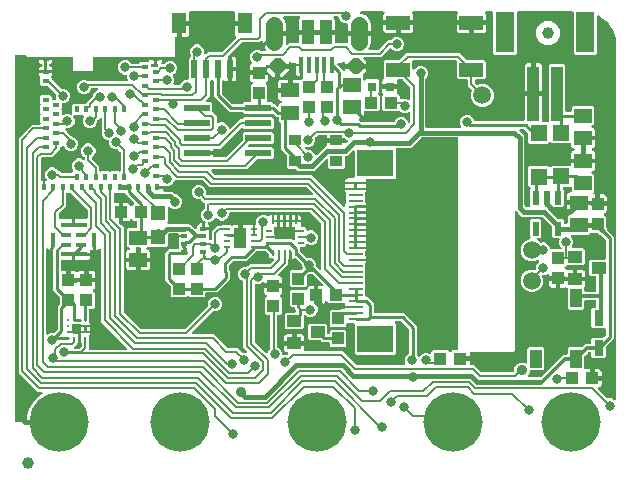
<source format=gbr>
G04 EAGLE Gerber RS-274X export*
G75*
%MOMM*%
%FSLAX34Y34*%
%LPD*%
%INTop Copper*%
%IPPOS*%
%AMOC8*
5,1,8,0,0,1.08239X$1,22.5*%
G01*
%ADD10R,2.000000X1.200000*%
%ADD11R,0.550000X1.200000*%
%ADD12R,1.000000X4.600000*%
%ADD13R,1.600000X3.400000*%
%ADD14C,1.408000*%
%ADD15P,1.415766X8X22.500000*%
%ADD16P,1.415766X8X202.500000*%
%ADD17R,0.400000X1.350000*%
%ADD18R,1.000000X2.000000*%
%ADD19R,1.400000X1.400000*%
%ADD20R,0.800000X0.800000*%
%ADD21R,0.600000X0.400000*%
%ADD22R,0.400000X0.600000*%
%ADD23R,2.200000X0.600000*%
%ADD24R,1.000000X0.850000*%
%ADD25R,1.000000X1.075000*%
%ADD26R,1.500000X1.240000*%
%ADD27R,1.075000X1.000000*%
%ADD28R,1.300000X1.200000*%
%ADD29C,1.000000*%
%ADD30R,0.250000X0.500000*%
%ADD31R,0.500000X0.250000*%
%ADD32R,0.275000X0.250000*%
%ADD33R,0.250000X0.275000*%
%ADD34R,1.000000X1.700000*%
%ADD35R,0.600000X0.250000*%
%ADD36R,0.450000X1.200000*%
%ADD37R,2.200000X0.450000*%
%ADD38R,0.950000X0.450000*%
%ADD39R,0.500000X0.350000*%
%ADD40C,5.016000*%
%ADD41R,0.600000X1.550000*%
%ADD42R,1.200000X1.800000*%
%ADD43R,1.250000X0.280000*%
%ADD44R,3.100000X2.300000*%
%ADD45R,1.200000X1.000000*%
%ADD46R,1.000000X1.500000*%
%ADD47R,0.800000X1.350000*%
%ADD48C,1.500000*%
%ADD49C,0.800100*%
%ADD50C,0.254000*%
%ADD51C,0.406400*%
%ADD52C,0.203200*%
%ADD53C,0.304800*%
%ADD54C,0.906400*%
%ADD55C,0.177800*%

G36*
X512531Y88336D02*
X512531Y88336D01*
X512560Y88335D01*
X512670Y88364D01*
X512781Y88386D01*
X512807Y88400D01*
X512835Y88407D01*
X512933Y88465D01*
X513033Y88517D01*
X513055Y88538D01*
X513080Y88553D01*
X513157Y88635D01*
X513239Y88713D01*
X513254Y88738D01*
X513274Y88760D01*
X513326Y88861D01*
X513383Y88958D01*
X513390Y88987D01*
X513404Y89013D01*
X513417Y89090D01*
X513453Y89234D01*
X513451Y89296D01*
X513459Y89344D01*
X513459Y390000D01*
X513453Y390044D01*
X513456Y390080D01*
X513131Y394216D01*
X513095Y394375D01*
X513084Y394450D01*
X510527Y402319D01*
X510403Y402574D01*
X510390Y402588D01*
X510383Y402602D01*
X505520Y409295D01*
X505322Y409500D01*
X505306Y409509D01*
X505295Y409520D01*
X499145Y413989D01*
X499064Y414032D01*
X498987Y414083D01*
X498938Y414098D01*
X498894Y414122D01*
X498804Y414141D01*
X498716Y414169D01*
X498665Y414170D01*
X498615Y414181D01*
X498524Y414174D01*
X498432Y414176D01*
X498382Y414163D01*
X498332Y414160D01*
X498246Y414128D01*
X498157Y414104D01*
X498113Y414078D01*
X498065Y414061D01*
X497991Y414006D01*
X497912Y413959D01*
X497877Y413922D01*
X497837Y413892D01*
X497781Y413819D01*
X497718Y413752D01*
X497695Y413707D01*
X497664Y413666D01*
X497630Y413580D01*
X497588Y413499D01*
X497581Y413455D01*
X497560Y413402D01*
X497545Y413243D01*
X497533Y413168D01*
X497533Y382158D01*
X496342Y380967D01*
X478658Y380967D01*
X477467Y382158D01*
X477467Y416444D01*
X477459Y416502D01*
X477461Y416560D01*
X477439Y416642D01*
X477427Y416726D01*
X477404Y416779D01*
X477389Y416835D01*
X477346Y416908D01*
X477311Y416985D01*
X477273Y417030D01*
X477244Y417080D01*
X477182Y417138D01*
X477128Y417202D01*
X477079Y417234D01*
X477036Y417274D01*
X476961Y417313D01*
X476891Y417360D01*
X476835Y417377D01*
X476783Y417404D01*
X476715Y417415D01*
X476620Y417445D01*
X476520Y417448D01*
X476452Y417459D01*
X430548Y417459D01*
X430490Y417451D01*
X430432Y417453D01*
X430350Y417431D01*
X430266Y417419D01*
X430213Y417396D01*
X430157Y417381D01*
X430084Y417338D01*
X430007Y417303D01*
X429962Y417265D01*
X429912Y417236D01*
X429854Y417174D01*
X429790Y417120D01*
X429758Y417071D01*
X429718Y417028D01*
X429679Y416953D01*
X429632Y416883D01*
X429615Y416827D01*
X429588Y416775D01*
X429577Y416707D01*
X429547Y416612D01*
X429544Y416512D01*
X429533Y416444D01*
X429533Y382158D01*
X428342Y380967D01*
X410658Y380967D01*
X409467Y382158D01*
X409467Y416444D01*
X409459Y416502D01*
X409461Y416560D01*
X409439Y416642D01*
X409427Y416726D01*
X409404Y416779D01*
X409389Y416835D01*
X409346Y416908D01*
X409311Y416985D01*
X409273Y417030D01*
X409244Y417080D01*
X409182Y417138D01*
X409128Y417202D01*
X409079Y417234D01*
X409036Y417274D01*
X408961Y417313D01*
X408891Y417360D01*
X408835Y417377D01*
X408783Y417404D01*
X408715Y417415D01*
X408620Y417445D01*
X408520Y417448D01*
X408452Y417459D01*
X403585Y417459D01*
X403556Y417455D01*
X403527Y417458D01*
X403416Y417435D01*
X403303Y417419D01*
X403277Y417407D01*
X403248Y417402D01*
X403147Y417350D01*
X403044Y417303D01*
X403022Y417284D01*
X402995Y417271D01*
X402913Y417193D01*
X402827Y417120D01*
X402811Y417095D01*
X402789Y417075D01*
X402732Y416977D01*
X402669Y416883D01*
X402660Y416855D01*
X402646Y416830D01*
X402618Y416720D01*
X402584Y416612D01*
X402583Y416583D01*
X402576Y416554D01*
X402579Y416441D01*
X402576Y416328D01*
X402584Y416299D01*
X402585Y416270D01*
X402620Y416162D01*
X402648Y416053D01*
X402663Y416027D01*
X402672Y415999D01*
X402718Y415936D01*
X402793Y415808D01*
X402839Y415765D01*
X402867Y415726D01*
X403033Y415560D01*
X403368Y414981D01*
X403541Y414334D01*
X403541Y410031D01*
X392016Y410031D01*
X391958Y410023D01*
X391900Y410024D01*
X391818Y410003D01*
X391735Y409991D01*
X391681Y409967D01*
X391625Y409953D01*
X391552Y409910D01*
X391475Y409875D01*
X391431Y409837D01*
X391380Y409807D01*
X391323Y409746D01*
X391258Y409691D01*
X391226Y409643D01*
X391186Y409600D01*
X391147Y409525D01*
X391101Y409455D01*
X391083Y409399D01*
X391056Y409347D01*
X391045Y409279D01*
X391015Y409184D01*
X391012Y409084D01*
X391001Y409016D01*
X391001Y407999D01*
X390999Y407999D01*
X390999Y409016D01*
X390991Y409074D01*
X390992Y409132D01*
X390971Y409214D01*
X390959Y409297D01*
X390935Y409351D01*
X390921Y409407D01*
X390878Y409480D01*
X390843Y409557D01*
X390805Y409601D01*
X390775Y409652D01*
X390714Y409709D01*
X390659Y409774D01*
X390611Y409806D01*
X390568Y409846D01*
X390493Y409885D01*
X390423Y409931D01*
X390367Y409949D01*
X390315Y409976D01*
X390247Y409987D01*
X390152Y410017D01*
X390052Y410020D01*
X389984Y410031D01*
X378459Y410031D01*
X378459Y414334D01*
X378632Y414981D01*
X378967Y415560D01*
X379133Y415726D01*
X379151Y415750D01*
X379173Y415769D01*
X379236Y415863D01*
X379304Y415953D01*
X379314Y415981D01*
X379331Y416005D01*
X379365Y416113D01*
X379405Y416219D01*
X379408Y416248D01*
X379416Y416276D01*
X379419Y416389D01*
X379429Y416502D01*
X379423Y416531D01*
X379424Y416560D01*
X379395Y416670D01*
X379373Y416781D01*
X379359Y416807D01*
X379352Y416835D01*
X379294Y416933D01*
X379242Y417033D01*
X379222Y417055D01*
X379207Y417080D01*
X379124Y417157D01*
X379046Y417239D01*
X379021Y417254D01*
X378999Y417274D01*
X378899Y417326D01*
X378801Y417383D01*
X378772Y417390D01*
X378746Y417404D01*
X378669Y417417D01*
X378525Y417453D01*
X378463Y417451D01*
X378415Y417459D01*
X341585Y417459D01*
X341556Y417455D01*
X341527Y417458D01*
X341416Y417435D01*
X341303Y417419D01*
X341277Y417407D01*
X341248Y417402D01*
X341147Y417350D01*
X341044Y417303D01*
X341022Y417284D01*
X340995Y417271D01*
X340913Y417193D01*
X340827Y417120D01*
X340811Y417095D01*
X340789Y417075D01*
X340732Y416977D01*
X340669Y416883D01*
X340660Y416855D01*
X340646Y416830D01*
X340618Y416720D01*
X340584Y416612D01*
X340583Y416583D01*
X340576Y416554D01*
X340579Y416441D01*
X340576Y416328D01*
X340584Y416299D01*
X340585Y416270D01*
X340620Y416162D01*
X340648Y416053D01*
X340663Y416027D01*
X340672Y415999D01*
X340718Y415936D01*
X340793Y415808D01*
X340839Y415765D01*
X340867Y415726D01*
X341033Y415560D01*
X341368Y414981D01*
X341541Y414334D01*
X341541Y410031D01*
X330016Y410031D01*
X329958Y410023D01*
X329900Y410024D01*
X329818Y410003D01*
X329735Y409991D01*
X329681Y409967D01*
X329625Y409953D01*
X329552Y409910D01*
X329475Y409875D01*
X329431Y409837D01*
X329380Y409807D01*
X329323Y409746D01*
X329258Y409691D01*
X329226Y409643D01*
X329186Y409600D01*
X329147Y409525D01*
X329101Y409455D01*
X329083Y409399D01*
X329056Y409347D01*
X329045Y409279D01*
X329015Y409184D01*
X329012Y409084D01*
X329001Y409016D01*
X329001Y407999D01*
X328999Y407999D01*
X328999Y409016D01*
X328991Y409074D01*
X328992Y409132D01*
X328971Y409214D01*
X328959Y409297D01*
X328935Y409351D01*
X328921Y409407D01*
X328878Y409480D01*
X328843Y409557D01*
X328805Y409601D01*
X328775Y409652D01*
X328714Y409709D01*
X328659Y409774D01*
X328611Y409806D01*
X328568Y409846D01*
X328493Y409885D01*
X328423Y409931D01*
X328367Y409949D01*
X328315Y409976D01*
X328247Y409987D01*
X328152Y410017D01*
X328052Y410020D01*
X327984Y410031D01*
X316459Y410031D01*
X316459Y414334D01*
X316632Y414981D01*
X316967Y415560D01*
X317133Y415726D01*
X317151Y415750D01*
X317173Y415769D01*
X317236Y415863D01*
X317304Y415953D01*
X317314Y415981D01*
X317331Y416005D01*
X317365Y416113D01*
X317405Y416219D01*
X317408Y416248D01*
X317416Y416276D01*
X317419Y416389D01*
X317429Y416502D01*
X317423Y416531D01*
X317424Y416560D01*
X317395Y416670D01*
X317373Y416781D01*
X317359Y416807D01*
X317352Y416835D01*
X317294Y416933D01*
X317242Y417033D01*
X317222Y417055D01*
X317207Y417080D01*
X317124Y417157D01*
X317046Y417239D01*
X317021Y417254D01*
X316999Y417274D01*
X316899Y417326D01*
X316801Y417383D01*
X316772Y417390D01*
X316746Y417404D01*
X316669Y417417D01*
X316525Y417453D01*
X316463Y417451D01*
X316415Y417459D01*
X297541Y417459D01*
X297478Y417450D01*
X297415Y417451D01*
X297338Y417431D01*
X297259Y417419D01*
X297202Y417394D01*
X297141Y417377D01*
X297073Y417336D01*
X297000Y417303D01*
X296952Y417262D01*
X296898Y417230D01*
X296844Y417171D01*
X296783Y417120D01*
X296748Y417067D01*
X296705Y417021D01*
X296669Y416949D01*
X296625Y416883D01*
X296606Y416823D01*
X296578Y416766D01*
X296563Y416688D01*
X296539Y416612D01*
X296538Y416549D01*
X296526Y416487D01*
X296534Y416407D01*
X296532Y416328D01*
X296548Y416267D01*
X296554Y416204D01*
X296584Y416130D01*
X296604Y416053D01*
X296636Y415999D01*
X296659Y415940D01*
X296708Y415877D01*
X296749Y415808D01*
X296795Y415765D01*
X296834Y415715D01*
X296898Y415668D01*
X296956Y415614D01*
X297013Y415585D01*
X297064Y415548D01*
X297126Y415527D01*
X297210Y415484D01*
X297297Y415470D01*
X297382Y415441D01*
X298243Y415305D01*
X299678Y414839D01*
X301021Y414154D01*
X302242Y413268D01*
X303308Y412202D01*
X304194Y410981D01*
X304879Y409638D01*
X305345Y408203D01*
X305581Y406714D01*
X305581Y400951D01*
X297016Y400951D01*
X296958Y400943D01*
X296900Y400945D01*
X296818Y400923D01*
X296735Y400911D01*
X296681Y400887D01*
X296625Y400873D01*
X296552Y400830D01*
X296475Y400795D01*
X296431Y400757D01*
X296380Y400727D01*
X296323Y400666D01*
X296258Y400611D01*
X296226Y400563D01*
X296186Y400520D01*
X296147Y400445D01*
X296101Y400375D01*
X296083Y400319D01*
X296056Y400267D01*
X296045Y400199D01*
X296015Y400104D01*
X296012Y400004D01*
X296001Y399936D01*
X296001Y397904D01*
X296009Y397846D01*
X296008Y397788D01*
X296029Y397706D01*
X296041Y397623D01*
X296065Y397569D01*
X296079Y397513D01*
X296122Y397440D01*
X296157Y397363D01*
X296195Y397318D01*
X296225Y397268D01*
X296286Y397210D01*
X296341Y397146D01*
X296389Y397114D01*
X296432Y397074D01*
X296507Y397035D01*
X296577Y396989D01*
X296633Y396971D01*
X296685Y396944D01*
X296753Y396933D01*
X296848Y396903D01*
X296948Y396900D01*
X297016Y396889D01*
X305581Y396889D01*
X305581Y391126D01*
X305345Y389637D01*
X304879Y388202D01*
X304194Y386859D01*
X303899Y386453D01*
X303856Y386372D01*
X303805Y386295D01*
X303790Y386246D01*
X303766Y386202D01*
X303747Y386112D01*
X303719Y386024D01*
X303718Y385973D01*
X303708Y385923D01*
X303714Y385832D01*
X303712Y385740D01*
X303725Y385691D01*
X303729Y385640D01*
X303761Y385554D01*
X303784Y385465D01*
X303810Y385421D01*
X303827Y385373D01*
X303882Y385299D01*
X303929Y385220D01*
X303966Y385185D01*
X303996Y385145D01*
X304069Y385089D01*
X304136Y385026D01*
X304182Y385003D01*
X304222Y384972D01*
X304308Y384938D01*
X304390Y384896D01*
X304434Y384889D01*
X304487Y384868D01*
X304645Y384853D01*
X304721Y384841D01*
X311529Y384841D01*
X311615Y384853D01*
X311703Y384856D01*
X311755Y384873D01*
X311810Y384881D01*
X311890Y384916D01*
X311973Y384943D01*
X312012Y384971D01*
X312070Y384997D01*
X312183Y385093D01*
X312247Y385138D01*
X320047Y392939D01*
X321756Y392939D01*
X321843Y392951D01*
X321930Y392954D01*
X321983Y392971D01*
X322037Y392979D01*
X322117Y393014D01*
X322200Y393041D01*
X322240Y393069D01*
X322297Y393095D01*
X322410Y393191D01*
X322474Y393236D01*
X324242Y395005D01*
X326460Y395923D01*
X328860Y395923D01*
X331078Y395005D01*
X332775Y393308D01*
X333693Y391090D01*
X333693Y388690D01*
X332775Y386472D01*
X331078Y384775D01*
X328860Y383857D01*
X326460Y383857D01*
X324242Y384775D01*
X323093Y385925D01*
X323046Y385960D01*
X323006Y386003D01*
X322933Y386045D01*
X322865Y386096D01*
X322811Y386117D01*
X322760Y386146D01*
X322679Y386167D01*
X322600Y386197D01*
X322541Y386202D01*
X322485Y386217D01*
X322400Y386214D01*
X322316Y386221D01*
X322259Y386209D01*
X322201Y386208D01*
X322120Y386182D01*
X322038Y386165D01*
X321986Y386138D01*
X321930Y386120D01*
X321874Y386080D01*
X321785Y386034D01*
X321713Y385965D01*
X321657Y385925D01*
X314475Y378743D01*
X300470Y378743D01*
X300441Y378739D01*
X300412Y378742D01*
X300301Y378719D01*
X300188Y378703D01*
X300162Y378691D01*
X300133Y378686D01*
X300032Y378633D01*
X299929Y378587D01*
X299907Y378568D01*
X299880Y378555D01*
X299798Y378477D01*
X299712Y378404D01*
X299696Y378379D01*
X299674Y378359D01*
X299617Y378261D01*
X299554Y378167D01*
X299545Y378139D01*
X299531Y378114D01*
X299503Y378004D01*
X299469Y377896D01*
X299468Y377866D01*
X299461Y377838D01*
X299464Y377725D01*
X299461Y377612D01*
X299469Y377583D01*
X299470Y377554D01*
X299504Y377446D01*
X299533Y377337D01*
X299548Y377311D01*
X299557Y377283D01*
X299603Y377220D01*
X299678Y377092D01*
X299681Y377090D01*
X299724Y377049D01*
X299752Y377010D01*
X302081Y374681D01*
X302081Y372919D01*
X293984Y372919D01*
X293926Y372911D01*
X293868Y372913D01*
X293786Y372891D01*
X293703Y372879D01*
X293649Y372856D01*
X293593Y372841D01*
X293520Y372798D01*
X293443Y372763D01*
X293399Y372725D01*
X293348Y372696D01*
X293291Y372634D01*
X293226Y372580D01*
X293194Y372531D01*
X293154Y372488D01*
X293115Y372413D01*
X293069Y372343D01*
X293051Y372287D01*
X293024Y372235D01*
X293013Y372167D01*
X293000Y372125D01*
X292991Y372186D01*
X292967Y372239D01*
X292953Y372295D01*
X292909Y372368D01*
X292875Y372445D01*
X292837Y372490D01*
X292807Y372540D01*
X292746Y372598D01*
X292691Y372662D01*
X292643Y372694D01*
X292600Y372734D01*
X292525Y372773D01*
X292455Y372820D01*
X292399Y372837D01*
X292347Y372864D01*
X292279Y372875D01*
X292184Y372905D01*
X292084Y372908D01*
X292016Y372919D01*
X283919Y372919D01*
X283919Y373693D01*
X283912Y373746D01*
X283913Y373781D01*
X283902Y373822D01*
X283893Y373921D01*
X283883Y373947D01*
X283879Y373974D01*
X283832Y374079D01*
X283791Y374186D01*
X283775Y374208D01*
X283763Y374234D01*
X283689Y374321D01*
X283620Y374413D01*
X283597Y374429D01*
X283580Y374451D01*
X283484Y374514D01*
X283392Y374583D01*
X283366Y374593D01*
X283343Y374608D01*
X283233Y374643D01*
X283126Y374683D01*
X283098Y374686D01*
X283072Y374694D01*
X282957Y374697D01*
X282843Y374706D01*
X282818Y374700D01*
X282788Y374701D01*
X282531Y374634D01*
X282515Y374631D01*
X280702Y373879D01*
X278413Y373879D01*
X278383Y373875D01*
X278354Y373878D01*
X278243Y373855D01*
X278131Y373839D01*
X278104Y373827D01*
X278075Y373822D01*
X277975Y373769D01*
X277872Y373723D01*
X277849Y373704D01*
X277823Y373691D01*
X277741Y373613D01*
X277655Y373540D01*
X277638Y373515D01*
X277617Y373495D01*
X277560Y373397D01*
X277497Y373303D01*
X277488Y373275D01*
X277473Y373250D01*
X277446Y373140D01*
X277411Y373032D01*
X277410Y373002D01*
X277403Y372974D01*
X277407Y372861D01*
X277404Y372748D01*
X277411Y372719D01*
X277412Y372690D01*
X277447Y372582D01*
X277476Y372473D01*
X277491Y372447D01*
X277500Y372419D01*
X277545Y372356D01*
X277621Y372228D01*
X277667Y372185D01*
X277695Y372146D01*
X279899Y369942D01*
X282186Y367655D01*
X282210Y367637D01*
X282229Y367615D01*
X282323Y367552D01*
X282413Y367484D01*
X282441Y367473D01*
X282465Y367457D01*
X282573Y367423D01*
X282679Y367383D01*
X282708Y367380D01*
X282736Y367371D01*
X282850Y367368D01*
X282962Y367359D01*
X282991Y367365D01*
X283020Y367364D01*
X283130Y367393D01*
X283241Y367415D01*
X283267Y367428D01*
X283295Y367436D01*
X283393Y367494D01*
X283493Y367546D01*
X283515Y367566D01*
X283540Y367581D01*
X283617Y367664D01*
X283699Y367742D01*
X283714Y367767D01*
X283734Y367788D01*
X283786Y367889D01*
X283843Y367987D01*
X283850Y368015D01*
X283864Y368041D01*
X283877Y368119D01*
X283913Y368262D01*
X283911Y368325D01*
X283919Y368373D01*
X283919Y368921D01*
X292016Y368921D01*
X292074Y368929D01*
X292132Y368927D01*
X292214Y368949D01*
X292297Y368961D01*
X292351Y368984D01*
X292407Y368999D01*
X292480Y369042D01*
X292557Y369077D01*
X292601Y369115D01*
X292652Y369144D01*
X292709Y369206D01*
X292774Y369260D01*
X292806Y369309D01*
X292846Y369352D01*
X292885Y369427D01*
X292931Y369497D01*
X292949Y369553D01*
X292976Y369605D01*
X292987Y369673D01*
X293000Y369715D01*
X293009Y369654D01*
X293033Y369601D01*
X293047Y369545D01*
X293091Y369472D01*
X293125Y369395D01*
X293163Y369350D01*
X293193Y369300D01*
X293254Y369242D01*
X293309Y369178D01*
X293357Y369146D01*
X293400Y369106D01*
X293475Y369067D01*
X293545Y369020D01*
X293601Y369003D01*
X293653Y368976D01*
X293721Y368965D01*
X293816Y368935D01*
X293916Y368932D01*
X293984Y368921D01*
X302081Y368921D01*
X302081Y367159D01*
X299034Y364112D01*
X298999Y364065D01*
X298956Y364025D01*
X298914Y363952D01*
X298863Y363885D01*
X298842Y363830D01*
X298813Y363779D01*
X298792Y363698D01*
X298762Y363619D01*
X298757Y363561D01*
X298742Y363504D01*
X298745Y363420D01*
X298738Y363336D01*
X298750Y363278D01*
X298751Y363220D01*
X298777Y363140D01*
X298794Y363057D01*
X298821Y363005D01*
X298839Y362949D01*
X298879Y362893D01*
X298925Y362805D01*
X298994Y362732D01*
X299034Y362676D01*
X299448Y362262D01*
X299448Y359853D01*
X299452Y359824D01*
X299449Y359795D01*
X299472Y359684D01*
X299488Y359572D01*
X299500Y359545D01*
X299505Y359516D01*
X299558Y359416D01*
X299604Y359313D01*
X299623Y359290D01*
X299636Y359264D01*
X299714Y359182D01*
X299787Y359096D01*
X299812Y359079D01*
X299832Y359058D01*
X299930Y359001D01*
X300024Y358938D01*
X300052Y358929D01*
X300077Y358914D01*
X300187Y358886D01*
X300295Y358852D01*
X300325Y358851D01*
X300353Y358844D01*
X300466Y358848D01*
X300579Y358845D01*
X300608Y358852D01*
X300637Y358853D01*
X300745Y358888D01*
X300854Y358917D01*
X300880Y358932D01*
X300908Y358941D01*
X300972Y358986D01*
X301099Y359062D01*
X301142Y359108D01*
X301181Y359136D01*
X301933Y359888D01*
X311617Y359888D01*
X312808Y358697D01*
X312808Y349013D01*
X312249Y348454D01*
X312213Y348407D01*
X312171Y348367D01*
X312128Y348294D01*
X312078Y348227D01*
X312057Y348172D01*
X312027Y348122D01*
X312007Y348040D01*
X311976Y347961D01*
X311972Y347903D01*
X311957Y347846D01*
X311960Y347762D01*
X311953Y347678D01*
X311964Y347620D01*
X311966Y347562D01*
X311992Y347482D01*
X312009Y347399D01*
X312036Y347347D01*
X312054Y347291D01*
X312094Y347235D01*
X312140Y347147D01*
X312208Y347074D01*
X312249Y347018D01*
X313206Y346061D01*
X313206Y334377D01*
X312015Y333186D01*
X300971Y333186D01*
X300913Y333178D01*
X300855Y333180D01*
X300773Y333158D01*
X300689Y333146D01*
X300636Y333123D01*
X300580Y333108D01*
X300507Y333065D01*
X300430Y333030D01*
X300385Y332992D01*
X300335Y332963D01*
X300277Y332901D01*
X300213Y332847D01*
X300181Y332798D01*
X300141Y332755D01*
X300102Y332680D01*
X300055Y332610D01*
X300038Y332554D01*
X300011Y332502D01*
X300000Y332434D01*
X299970Y332339D01*
X299967Y332239D01*
X299956Y332171D01*
X299956Y329686D01*
X299783Y329039D01*
X299448Y328460D01*
X298975Y327987D01*
X298396Y327652D01*
X297749Y327479D01*
X296863Y327479D01*
X296833Y327475D01*
X296804Y327478D01*
X296693Y327455D01*
X296581Y327439D01*
X296554Y327427D01*
X296525Y327422D01*
X296425Y327369D01*
X296322Y327323D01*
X296299Y327304D01*
X296273Y327291D01*
X296191Y327213D01*
X296105Y327140D01*
X296088Y327115D01*
X296067Y327095D01*
X296010Y326997D01*
X295947Y326903D01*
X295938Y326875D01*
X295923Y326850D01*
X295896Y326740D01*
X295861Y326632D01*
X295860Y326602D01*
X295853Y326574D01*
X295857Y326461D01*
X295854Y326348D01*
X295861Y326319D01*
X295862Y326290D01*
X295897Y326182D01*
X295926Y326073D01*
X295941Y326047D01*
X295950Y326019D01*
X295995Y325955D01*
X296071Y325828D01*
X296117Y325785D01*
X296145Y325746D01*
X297616Y324275D01*
X297686Y324223D01*
X297749Y324163D01*
X297799Y324137D01*
X297843Y324104D01*
X297925Y324073D01*
X298003Y324033D01*
X298050Y324025D01*
X298109Y324003D01*
X298256Y323991D01*
X298334Y323978D01*
X325088Y323978D01*
X325089Y323978D01*
X325091Y323978D01*
X325231Y323998D01*
X325369Y324018D01*
X325371Y324018D01*
X325372Y324018D01*
X325498Y324075D01*
X325629Y324134D01*
X325630Y324135D01*
X325631Y324136D01*
X325739Y324227D01*
X325846Y324317D01*
X325847Y324319D01*
X325848Y324320D01*
X325856Y324333D01*
X326003Y324554D01*
X326013Y324583D01*
X326026Y324604D01*
X326355Y325400D01*
X328052Y327097D01*
X330270Y328015D01*
X332670Y328015D01*
X334888Y327097D01*
X336585Y325400D01*
X337263Y323762D01*
X337307Y323688D01*
X337342Y323610D01*
X337379Y323566D01*
X337408Y323517D01*
X337470Y323458D01*
X337526Y323393D01*
X337573Y323361D01*
X337614Y323322D01*
X337691Y323283D01*
X337762Y323235D01*
X337816Y323218D01*
X337867Y323192D01*
X337951Y323175D01*
X338033Y323149D01*
X338090Y323148D01*
X338146Y323137D01*
X338231Y323144D01*
X338317Y323142D01*
X338372Y323156D01*
X338429Y323161D01*
X338509Y323192D01*
X338592Y323214D01*
X338641Y323243D01*
X338694Y323263D01*
X338763Y323315D01*
X338837Y323359D01*
X338876Y323401D01*
X338921Y323435D01*
X338973Y323504D01*
X339031Y323566D01*
X339057Y323617D01*
X339091Y323663D01*
X339122Y323743D01*
X339161Y323819D01*
X339169Y323868D01*
X339192Y323929D01*
X339203Y324073D01*
X339216Y324151D01*
X339216Y331029D01*
X339208Y331086D01*
X339210Y331140D01*
X339196Y331193D01*
X339190Y331257D01*
X339180Y331283D01*
X339176Y331310D01*
X339150Y331370D01*
X339138Y331415D01*
X339114Y331456D01*
X339088Y331522D01*
X339072Y331544D01*
X339060Y331570D01*
X339013Y331625D01*
X338993Y331660D01*
X338963Y331687D01*
X338917Y331749D01*
X338894Y331765D01*
X338877Y331787D01*
X338811Y331831D01*
X338785Y331854D01*
X338755Y331870D01*
X338689Y331919D01*
X338663Y331929D01*
X338640Y331944D01*
X338560Y331970D01*
X338532Y331984D01*
X338506Y331988D01*
X338423Y332019D01*
X338395Y332022D01*
X338369Y332030D01*
X338254Y332033D01*
X338224Y332035D01*
X338201Y332039D01*
X338190Y332039D01*
X338184Y332039D01*
X338140Y332042D01*
X338115Y332037D01*
X338085Y332037D01*
X337977Y332009D01*
X337908Y331999D01*
X337864Y331980D01*
X337828Y331970D01*
X337812Y331967D01*
X335845Y331152D01*
X333445Y331152D01*
X331227Y332070D01*
X330281Y333017D01*
X330234Y333052D01*
X330194Y333094D01*
X330121Y333137D01*
X330054Y333188D01*
X329999Y333208D01*
X329949Y333238D01*
X329867Y333259D01*
X329788Y333289D01*
X329730Y333294D01*
X329673Y333308D01*
X329589Y333305D01*
X329505Y333312D01*
X329448Y333301D01*
X329389Y333299D01*
X329309Y333273D01*
X329226Y333256D01*
X329174Y333229D01*
X329119Y333211D01*
X329083Y333186D01*
X316581Y333186D01*
X315390Y334377D01*
X315390Y346061D01*
X315965Y346636D01*
X316000Y346683D01*
X316043Y346723D01*
X316085Y346796D01*
X316136Y346863D01*
X316157Y346918D01*
X316187Y346968D01*
X316207Y347050D01*
X316237Y347129D01*
X316242Y347187D01*
X316257Y347244D01*
X316254Y347328D01*
X316261Y347412D01*
X316249Y347469D01*
X316248Y347528D01*
X316222Y347608D01*
X316205Y347691D01*
X316178Y347743D01*
X316160Y347798D01*
X316120Y347855D01*
X316074Y347943D01*
X316005Y348016D01*
X315965Y348072D01*
X315742Y348295D01*
X315407Y348874D01*
X315234Y349521D01*
X315234Y351856D01*
X320791Y351856D01*
X320849Y351864D01*
X320907Y351862D01*
X320989Y351884D01*
X321072Y351896D01*
X321126Y351919D01*
X321182Y351934D01*
X321255Y351977D01*
X321332Y352012D01*
X321376Y352050D01*
X321427Y352079D01*
X321484Y352141D01*
X321549Y352195D01*
X321581Y352244D01*
X321621Y352287D01*
X321660Y352362D01*
X321706Y352432D01*
X321724Y352488D01*
X321751Y352540D01*
X321762Y352608D01*
X321775Y352650D01*
X321784Y352589D01*
X321808Y352536D01*
X321822Y352480D01*
X321866Y352407D01*
X321900Y352330D01*
X321938Y352285D01*
X321968Y352235D01*
X322029Y352177D01*
X322084Y352113D01*
X322132Y352081D01*
X322175Y352041D01*
X322250Y352002D01*
X322320Y351955D01*
X322376Y351938D01*
X322428Y351911D01*
X322496Y351900D01*
X322591Y351870D01*
X322691Y351867D01*
X322759Y351856D01*
X328316Y351856D01*
X328316Y349521D01*
X328143Y348874D01*
X328085Y348775D01*
X328073Y348744D01*
X328058Y348722D01*
X328057Y348718D01*
X328049Y348706D01*
X328017Y348607D01*
X327979Y348511D01*
X327975Y348472D01*
X327963Y348435D01*
X327960Y348331D01*
X327950Y348228D01*
X327957Y348190D01*
X327956Y348151D01*
X327982Y348050D01*
X328000Y347948D01*
X328018Y347913D01*
X328027Y347876D01*
X328080Y347787D01*
X328126Y347694D01*
X328153Y347665D01*
X328173Y347631D01*
X328248Y347560D01*
X328318Y347484D01*
X328352Y347463D01*
X328380Y347437D01*
X328472Y347390D01*
X328561Y347335D01*
X328598Y347325D01*
X328633Y347307D01*
X328710Y347294D01*
X328835Y347260D01*
X328909Y347261D01*
X328964Y347252D01*
X329015Y347252D01*
X330206Y346061D01*
X330206Y344283D01*
X330214Y344225D01*
X330212Y344167D01*
X330234Y344085D01*
X330246Y344001D01*
X330269Y343948D01*
X330284Y343892D01*
X330327Y343819D01*
X330362Y343742D01*
X330400Y343697D01*
X330429Y343647D01*
X330491Y343589D01*
X330545Y343525D01*
X330594Y343493D01*
X330637Y343453D01*
X330712Y343414D01*
X330782Y343367D01*
X330838Y343350D01*
X330890Y343323D01*
X330958Y343312D01*
X331053Y343282D01*
X331153Y343279D01*
X331221Y343268D01*
X333049Y343268D01*
X333060Y343266D01*
X333119Y343243D01*
X333267Y343231D01*
X333344Y343218D01*
X335845Y343218D01*
X337812Y342403D01*
X337924Y342375D01*
X338033Y342340D01*
X338061Y342339D01*
X338088Y342332D01*
X338202Y342336D01*
X338317Y342333D01*
X338344Y342340D01*
X338372Y342341D01*
X338481Y342376D01*
X338592Y342405D01*
X338616Y342419D01*
X338643Y342427D01*
X338738Y342491D01*
X338837Y342550D01*
X338856Y342570D01*
X338879Y342585D01*
X338953Y342673D01*
X339031Y342757D01*
X339044Y342782D01*
X339062Y342803D01*
X339108Y342908D01*
X339161Y343010D01*
X339165Y343035D01*
X339177Y343063D01*
X339214Y343327D01*
X339216Y343341D01*
X339216Y353052D01*
X339204Y353138D01*
X339201Y353226D01*
X339184Y353278D01*
X339176Y353333D01*
X339141Y353413D01*
X339114Y353496D01*
X339086Y353535D01*
X339060Y353593D01*
X338964Y353706D01*
X338919Y353770D01*
X333019Y359670D01*
X332949Y359722D01*
X332885Y359782D01*
X332835Y359808D01*
X332791Y359841D01*
X332710Y359872D01*
X332632Y359912D01*
X332584Y359920D01*
X332526Y359942D01*
X332378Y359954D01*
X332301Y359967D01*
X329162Y359967D01*
X329114Y359960D01*
X329065Y359963D01*
X328974Y359941D01*
X328881Y359927D01*
X328836Y359908D01*
X328789Y359896D01*
X328707Y359850D01*
X328622Y359811D01*
X328584Y359780D01*
X328542Y359756D01*
X328476Y359688D01*
X328405Y359628D01*
X328378Y359587D01*
X328343Y359552D01*
X328299Y359469D01*
X328247Y359391D01*
X328232Y359344D01*
X328209Y359301D01*
X328190Y359209D01*
X328161Y359120D01*
X328160Y359071D01*
X328150Y359023D01*
X328157Y358949D01*
X328154Y358836D01*
X328176Y358752D01*
X328182Y358689D01*
X328316Y358189D01*
X328316Y355854D01*
X322759Y355854D01*
X322701Y355846D01*
X322643Y355848D01*
X322561Y355826D01*
X322478Y355814D01*
X322424Y355791D01*
X322368Y355776D01*
X322295Y355733D01*
X322218Y355698D01*
X322174Y355660D01*
X322123Y355631D01*
X322066Y355569D01*
X322001Y355515D01*
X321969Y355466D01*
X321929Y355423D01*
X321890Y355348D01*
X321844Y355278D01*
X321826Y355222D01*
X321799Y355170D01*
X321788Y355102D01*
X321775Y355060D01*
X321766Y355121D01*
X321742Y355174D01*
X321728Y355230D01*
X321684Y355303D01*
X321650Y355380D01*
X321612Y355425D01*
X321582Y355475D01*
X321521Y355533D01*
X321466Y355597D01*
X321418Y355629D01*
X321375Y355669D01*
X321300Y355708D01*
X321230Y355755D01*
X321174Y355772D01*
X321122Y355799D01*
X321054Y355810D01*
X320959Y355840D01*
X320859Y355843D01*
X320791Y355854D01*
X315234Y355854D01*
X315234Y358189D01*
X315407Y358836D01*
X315742Y359415D01*
X316215Y359888D01*
X316460Y360029D01*
X316521Y360077D01*
X316588Y360117D01*
X316632Y360164D01*
X316684Y360205D01*
X316729Y360268D01*
X316782Y360324D01*
X316812Y360382D01*
X316850Y360435D01*
X316876Y360508D01*
X316912Y360578D01*
X316921Y360632D01*
X316946Y360703D01*
X316954Y360832D01*
X316967Y360909D01*
X316967Y374842D01*
X318158Y376033D01*
X329391Y376033D01*
X329477Y376045D01*
X329565Y376048D01*
X329617Y376065D01*
X329672Y376073D01*
X329752Y376108D01*
X329835Y376135D01*
X329874Y376163D01*
X329932Y376189D01*
X330045Y376285D01*
X330109Y376330D01*
X335922Y382144D01*
X381168Y382144D01*
X386981Y376330D01*
X387051Y376278D01*
X387115Y376218D01*
X387165Y376192D01*
X387209Y376159D01*
X387290Y376128D01*
X387368Y376088D01*
X387416Y376080D01*
X387474Y376058D01*
X387622Y376046D01*
X387699Y376033D01*
X401842Y376033D01*
X403033Y374842D01*
X403033Y361158D01*
X401842Y359967D01*
X395064Y359967D01*
X395006Y359959D01*
X394948Y359961D01*
X394866Y359939D01*
X394782Y359927D01*
X394729Y359904D01*
X394673Y359889D01*
X394600Y359846D01*
X394523Y359811D01*
X394478Y359773D01*
X394428Y359744D01*
X394370Y359682D01*
X394306Y359628D01*
X394274Y359579D01*
X394234Y359536D01*
X394195Y359461D01*
X394148Y359391D01*
X394131Y359335D01*
X394104Y359283D01*
X394093Y359215D01*
X394063Y359120D01*
X394060Y359020D01*
X394049Y358952D01*
X394049Y357443D01*
X394061Y357357D01*
X394064Y357269D01*
X394081Y357217D01*
X394089Y357162D01*
X394124Y357082D01*
X394151Y356999D01*
X394179Y356960D01*
X394205Y356902D01*
X394274Y356821D01*
X394295Y356785D01*
X394321Y356761D01*
X394346Y356725D01*
X395577Y355495D01*
X395578Y355494D01*
X395579Y355492D01*
X395693Y355407D01*
X395804Y355324D01*
X395806Y355323D01*
X395807Y355322D01*
X395937Y355273D01*
X396070Y355222D01*
X396071Y355222D01*
X396073Y355222D01*
X396217Y355210D01*
X396353Y355199D01*
X396355Y355199D01*
X396356Y355199D01*
X396372Y355203D01*
X396632Y355255D01*
X396659Y355269D01*
X396683Y355274D01*
X398408Y355989D01*
X402200Y355989D01*
X405704Y354537D01*
X408385Y351856D01*
X409837Y348352D01*
X409837Y344560D01*
X408385Y341056D01*
X405704Y338375D01*
X402200Y336923D01*
X398408Y336923D01*
X394904Y338375D01*
X392223Y341056D01*
X390771Y344560D01*
X390771Y348352D01*
X391486Y350077D01*
X391486Y350078D01*
X391487Y350079D01*
X391521Y350214D01*
X391556Y350352D01*
X391556Y350353D01*
X391557Y350355D01*
X391552Y350496D01*
X391548Y350636D01*
X391548Y350638D01*
X391548Y350639D01*
X391505Y350771D01*
X391462Y350907D01*
X391461Y350908D01*
X391460Y350910D01*
X391452Y350922D01*
X391303Y351143D01*
X391280Y351163D01*
X391265Y351183D01*
X387951Y354497D01*
X387951Y358952D01*
X387943Y359010D01*
X387945Y359068D01*
X387923Y359150D01*
X387911Y359234D01*
X387888Y359287D01*
X387873Y359343D01*
X387830Y359416D01*
X387795Y359493D01*
X387757Y359538D01*
X387728Y359588D01*
X387666Y359646D01*
X387612Y359710D01*
X387563Y359742D01*
X387520Y359782D01*
X387445Y359821D01*
X387375Y359868D01*
X387319Y359885D01*
X387267Y359912D01*
X387199Y359923D01*
X387104Y359953D01*
X387004Y359956D01*
X386936Y359967D01*
X380158Y359967D01*
X378967Y361158D01*
X378967Y375031D01*
X378959Y375089D01*
X378961Y375147D01*
X378939Y375229D01*
X378927Y375313D01*
X378904Y375366D01*
X378889Y375422D01*
X378846Y375495D01*
X378811Y375572D01*
X378773Y375617D01*
X378744Y375667D01*
X378682Y375725D01*
X378628Y375789D01*
X378579Y375821D01*
X378536Y375861D01*
X378461Y375900D01*
X378391Y375947D01*
X378335Y375964D01*
X378283Y375991D01*
X378215Y376002D01*
X378120Y376032D01*
X378020Y376035D01*
X377952Y376046D01*
X342048Y376046D01*
X341990Y376038D01*
X341932Y376040D01*
X341850Y376018D01*
X341766Y376006D01*
X341713Y375983D01*
X341657Y375968D01*
X341584Y375925D01*
X341507Y375890D01*
X341462Y375852D01*
X341412Y375823D01*
X341354Y375761D01*
X341290Y375707D01*
X341258Y375658D01*
X341218Y375615D01*
X341179Y375540D01*
X341132Y375470D01*
X341115Y375414D01*
X341088Y375362D01*
X341077Y375294D01*
X341047Y375199D01*
X341044Y375099D01*
X341033Y375031D01*
X341033Y369225D01*
X341037Y369195D01*
X341034Y369166D01*
X341057Y369055D01*
X341073Y368943D01*
X341085Y368916D01*
X341090Y368887D01*
X341143Y368787D01*
X341189Y368684D01*
X341208Y368661D01*
X341221Y368635D01*
X341299Y368553D01*
X341372Y368467D01*
X341397Y368450D01*
X341417Y368429D01*
X341515Y368372D01*
X341609Y368309D01*
X341637Y368300D01*
X341662Y368285D01*
X341772Y368258D01*
X341880Y368223D01*
X341910Y368222D01*
X341938Y368215D01*
X342051Y368219D01*
X342164Y368216D01*
X342193Y368223D01*
X342222Y368224D01*
X342330Y368259D01*
X342439Y368288D01*
X342465Y368303D01*
X342493Y368312D01*
X342556Y368357D01*
X342684Y368433D01*
X342727Y368479D01*
X342766Y368507D01*
X344562Y370303D01*
X346780Y371222D01*
X349180Y371222D01*
X351398Y370303D01*
X353095Y368606D01*
X354013Y366389D01*
X354013Y363988D01*
X353095Y361771D01*
X352342Y361018D01*
X352290Y360948D01*
X352230Y360885D01*
X352204Y360835D01*
X352171Y360791D01*
X352140Y360709D01*
X352100Y360631D01*
X352092Y360584D01*
X352070Y360525D01*
X352058Y360378D01*
X352045Y360300D01*
X352045Y320040D01*
X352053Y319982D01*
X352051Y319924D01*
X352073Y319842D01*
X352085Y319758D01*
X352108Y319705D01*
X352123Y319649D01*
X352166Y319576D01*
X352201Y319499D01*
X352239Y319454D01*
X352268Y319404D01*
X352330Y319346D01*
X352384Y319282D01*
X352433Y319250D01*
X352476Y319210D01*
X352551Y319171D01*
X352621Y319124D01*
X352677Y319107D01*
X352729Y319080D01*
X352797Y319069D01*
X352892Y319039D01*
X352992Y319036D01*
X353060Y319025D01*
X381299Y319025D01*
X381413Y319041D01*
X381527Y319051D01*
X381553Y319061D01*
X381580Y319065D01*
X381685Y319112D01*
X381792Y319153D01*
X381815Y319169D01*
X381840Y319181D01*
X381927Y319255D01*
X382019Y319324D01*
X382036Y319347D01*
X382057Y319364D01*
X382120Y319460D01*
X382189Y319552D01*
X382199Y319578D01*
X382214Y319601D01*
X382249Y319711D01*
X382290Y319818D01*
X382292Y319846D01*
X382300Y319872D01*
X382303Y319987D01*
X382312Y320101D01*
X382307Y320126D01*
X382308Y320156D01*
X382240Y320413D01*
X382237Y320429D01*
X381317Y322650D01*
X381317Y325050D01*
X382235Y327268D01*
X383932Y328965D01*
X386150Y329883D01*
X388550Y329883D01*
X390768Y328965D01*
X392465Y327268D01*
X393305Y325239D01*
X393306Y325238D01*
X393306Y325237D01*
X393377Y325117D01*
X393449Y324995D01*
X393450Y324994D01*
X393451Y324992D01*
X393557Y324893D01*
X393656Y324799D01*
X393657Y324799D01*
X393659Y324798D01*
X393784Y324733D01*
X393909Y324669D01*
X393910Y324669D01*
X393912Y324668D01*
X393927Y324666D01*
X394188Y324614D01*
X394218Y324617D01*
X394243Y324613D01*
X434944Y324613D01*
X435002Y324621D01*
X435060Y324619D01*
X435142Y324641D01*
X435226Y324653D01*
X435279Y324676D01*
X435335Y324691D01*
X435408Y324734D01*
X435485Y324769D01*
X435530Y324807D01*
X435580Y324836D01*
X435638Y324898D01*
X435702Y324952D01*
X435734Y325001D01*
X435774Y325044D01*
X435813Y325119D01*
X435860Y325189D01*
X435877Y325245D01*
X435904Y325297D01*
X435915Y325365D01*
X435945Y325460D01*
X435948Y325560D01*
X435959Y325628D01*
X435959Y345969D01*
X442484Y345969D01*
X442542Y345977D01*
X442600Y345975D01*
X442682Y345997D01*
X442765Y346009D01*
X442819Y346033D01*
X442875Y346047D01*
X442948Y346090D01*
X443025Y346125D01*
X443069Y346163D01*
X443120Y346193D01*
X443177Y346254D01*
X443242Y346309D01*
X443274Y346357D01*
X443314Y346400D01*
X443353Y346475D01*
X443399Y346545D01*
X443417Y346601D01*
X443444Y346653D01*
X443455Y346721D01*
X443485Y346816D01*
X443488Y346916D01*
X443499Y346984D01*
X443499Y348001D01*
X443501Y348001D01*
X443501Y346984D01*
X443509Y346926D01*
X443508Y346868D01*
X443529Y346786D01*
X443541Y346703D01*
X443565Y346649D01*
X443579Y346593D01*
X443622Y346520D01*
X443657Y346443D01*
X443695Y346398D01*
X443725Y346348D01*
X443786Y346290D01*
X443841Y346226D01*
X443889Y346194D01*
X443932Y346154D01*
X444007Y346115D01*
X444077Y346069D01*
X444133Y346051D01*
X444185Y346024D01*
X444253Y346013D01*
X444348Y345983D01*
X444448Y345980D01*
X444516Y345969D01*
X451041Y345969D01*
X451041Y324774D01*
X451049Y324716D01*
X451047Y324658D01*
X451069Y324576D01*
X451081Y324492D01*
X451104Y324439D01*
X451119Y324383D01*
X451162Y324310D01*
X451197Y324233D01*
X451235Y324188D01*
X451264Y324138D01*
X451326Y324080D01*
X451380Y324016D01*
X451429Y323984D01*
X451472Y323944D01*
X451547Y323905D01*
X451617Y323858D01*
X451673Y323841D01*
X451725Y323814D01*
X451793Y323803D01*
X451888Y323773D01*
X451988Y323770D01*
X452056Y323759D01*
X455452Y323759D01*
X455510Y323767D01*
X455568Y323765D01*
X455650Y323787D01*
X455734Y323799D01*
X455787Y323822D01*
X455843Y323837D01*
X455916Y323880D01*
X455993Y323915D01*
X456038Y323953D01*
X456088Y323982D01*
X456146Y324044D01*
X456210Y324098D01*
X456242Y324147D01*
X456282Y324190D01*
X456321Y324265D01*
X456368Y324335D01*
X456385Y324391D01*
X456412Y324443D01*
X456423Y324511D01*
X456453Y324606D01*
X456456Y324706D01*
X456467Y324774D01*
X456467Y371842D01*
X457658Y373033D01*
X469342Y373033D01*
X470533Y371842D01*
X470533Y333656D01*
X470541Y333598D01*
X470539Y333540D01*
X470561Y333458D01*
X470573Y333374D01*
X470596Y333321D01*
X470611Y333265D01*
X470654Y333192D01*
X470689Y333115D01*
X470727Y333070D01*
X470756Y333020D01*
X470818Y332962D01*
X470872Y332898D01*
X470921Y332866D01*
X470964Y332826D01*
X471039Y332787D01*
X471109Y332740D01*
X471165Y332723D01*
X471217Y332696D01*
X471285Y332685D01*
X471380Y332655D01*
X471480Y332652D01*
X471548Y332641D01*
X475007Y332641D01*
X475065Y332649D01*
X475123Y332647D01*
X475205Y332669D01*
X475289Y332681D01*
X475342Y332704D01*
X475398Y332719D01*
X475471Y332762D01*
X475548Y332797D01*
X475593Y332835D01*
X475643Y332864D01*
X475701Y332926D01*
X475765Y332980D01*
X475797Y333029D01*
X475837Y333072D01*
X475876Y333147D01*
X475923Y333217D01*
X475940Y333273D01*
X475967Y333325D01*
X475978Y333393D01*
X476008Y333488D01*
X476011Y333588D01*
X476022Y333656D01*
X476022Y336380D01*
X477213Y337571D01*
X493897Y337571D01*
X495088Y336380D01*
X495088Y322296D01*
X493897Y321105D01*
X493538Y321105D01*
X493528Y321104D01*
X493518Y321105D01*
X493387Y321084D01*
X493256Y321065D01*
X493247Y321061D01*
X493238Y321060D01*
X493118Y321004D01*
X492997Y320949D01*
X492989Y320943D01*
X492981Y320939D01*
X492881Y320851D01*
X492780Y320766D01*
X492775Y320757D01*
X492767Y320751D01*
X492696Y320639D01*
X492622Y320529D01*
X492619Y320519D01*
X492614Y320511D01*
X492577Y320385D01*
X492537Y320258D01*
X492536Y320248D01*
X492534Y320239D01*
X492533Y320106D01*
X492529Y319974D01*
X492532Y319964D01*
X492532Y319954D01*
X492568Y319826D01*
X492601Y319699D01*
X492606Y319690D01*
X492609Y319681D01*
X492679Y319568D01*
X492746Y319454D01*
X492754Y319447D01*
X492759Y319439D01*
X492857Y319350D01*
X492954Y319260D01*
X492962Y319255D01*
X492970Y319249D01*
X493021Y319225D01*
X493207Y319130D01*
X493242Y319124D01*
X493275Y319109D01*
X494036Y318906D01*
X494615Y318571D01*
X495088Y318098D01*
X495423Y317519D01*
X495596Y316872D01*
X495596Y312369D01*
X486571Y312369D01*
X486513Y312361D01*
X486455Y312362D01*
X486373Y312341D01*
X486290Y312329D01*
X486236Y312305D01*
X486180Y312291D01*
X486107Y312248D01*
X486030Y312213D01*
X485986Y312175D01*
X485935Y312145D01*
X485878Y312084D01*
X485813Y312029D01*
X485781Y311981D01*
X485741Y311938D01*
X485702Y311863D01*
X485656Y311793D01*
X485638Y311737D01*
X485611Y311685D01*
X485600Y311617D01*
X485570Y311522D01*
X485567Y311422D01*
X485556Y311354D01*
X485556Y310337D01*
X484539Y310337D01*
X484481Y310329D01*
X484423Y310330D01*
X484341Y310309D01*
X484258Y310297D01*
X484204Y310273D01*
X484148Y310259D01*
X484075Y310216D01*
X483998Y310181D01*
X483953Y310143D01*
X483903Y310113D01*
X483845Y310052D01*
X483781Y309997D01*
X483749Y309949D01*
X483709Y309906D01*
X483670Y309831D01*
X483624Y309761D01*
X483606Y309705D01*
X483579Y309653D01*
X483568Y309585D01*
X483538Y309490D01*
X483535Y309390D01*
X483524Y309322D01*
X483524Y300704D01*
X483532Y300646D01*
X483530Y300588D01*
X483533Y300579D01*
X483533Y292979D01*
X475523Y292979D01*
X475523Y297482D01*
X475696Y298129D01*
X476031Y298708D01*
X476504Y299181D01*
X477083Y299516D01*
X477627Y299661D01*
X477645Y299669D01*
X477664Y299672D01*
X477775Y299724D01*
X477888Y299772D01*
X477903Y299785D01*
X477921Y299793D01*
X478013Y299874D01*
X478109Y299952D01*
X478120Y299968D01*
X478134Y299981D01*
X478201Y300085D01*
X478271Y300185D01*
X478277Y300204D01*
X478287Y300221D01*
X478322Y300338D01*
X478362Y300455D01*
X478363Y300474D01*
X478368Y300493D01*
X478369Y300616D01*
X478374Y300739D01*
X478370Y300758D01*
X478370Y300777D01*
X478337Y300896D01*
X478308Y301015D01*
X478298Y301032D01*
X478293Y301051D01*
X478228Y301155D01*
X478167Y301262D01*
X478153Y301276D01*
X478143Y301293D01*
X478052Y301375D01*
X477964Y301461D01*
X477947Y301470D01*
X477932Y301483D01*
X477865Y301514D01*
X477713Y301595D01*
X477663Y301606D01*
X477627Y301622D01*
X477074Y301770D01*
X476495Y302105D01*
X476022Y302578D01*
X475687Y303157D01*
X475514Y303804D01*
X475514Y304802D01*
X475506Y304860D01*
X475508Y304918D01*
X475486Y305000D01*
X475474Y305084D01*
X475451Y305137D01*
X475436Y305193D01*
X475393Y305266D01*
X475358Y305343D01*
X475320Y305388D01*
X475291Y305438D01*
X475229Y305496D01*
X475175Y305560D01*
X475126Y305592D01*
X475083Y305632D01*
X475008Y305671D01*
X474938Y305718D01*
X474882Y305735D01*
X474830Y305762D01*
X474762Y305773D01*
X474667Y305803D01*
X474567Y305806D01*
X474499Y305817D01*
X459158Y305817D01*
X458391Y306584D01*
X458344Y306619D01*
X458304Y306662D01*
X458231Y306705D01*
X458164Y306755D01*
X458109Y306776D01*
X458059Y306806D01*
X457977Y306826D01*
X457898Y306857D01*
X457840Y306861D01*
X457783Y306876D01*
X457699Y306873D01*
X457615Y306880D01*
X457557Y306869D01*
X457499Y306867D01*
X457419Y306841D01*
X457336Y306824D01*
X457284Y306797D01*
X457228Y306779D01*
X457172Y306739D01*
X457084Y306693D01*
X457011Y306625D01*
X456955Y306584D01*
X456064Y305693D01*
X440380Y305693D01*
X439189Y306884D01*
X439189Y313905D01*
X439177Y313992D01*
X439174Y314079D01*
X439157Y314132D01*
X439149Y314187D01*
X439114Y314267D01*
X439087Y314350D01*
X439059Y314389D01*
X439033Y314446D01*
X438937Y314560D01*
X438892Y314623D01*
X435805Y317710D01*
X435736Y317762D01*
X435672Y317822D01*
X435622Y317848D01*
X435578Y317881D01*
X435496Y317912D01*
X435418Y317952D01*
X435371Y317960D01*
X435312Y317982D01*
X435165Y317994D01*
X435087Y318007D01*
X432507Y318007D01*
X432478Y318003D01*
X432449Y318006D01*
X432338Y317983D01*
X432226Y317967D01*
X432199Y317955D01*
X432170Y317950D01*
X432070Y317898D01*
X431966Y317851D01*
X431944Y317832D01*
X431918Y317819D01*
X431836Y317741D01*
X431749Y317668D01*
X431733Y317643D01*
X431712Y317623D01*
X431654Y317525D01*
X431592Y317431D01*
X431583Y317403D01*
X431568Y317378D01*
X431540Y317268D01*
X431506Y317160D01*
X431505Y317130D01*
X431498Y317102D01*
X431501Y316989D01*
X431499Y316876D01*
X431506Y316847D01*
X431507Y316818D01*
X431542Y316710D01*
X431570Y316601D01*
X431585Y316575D01*
X431594Y316547D01*
X431640Y316484D01*
X431716Y316356D01*
X431761Y316313D01*
X431789Y316274D01*
X435865Y312199D01*
X435865Y253564D01*
X435877Y253478D01*
X435880Y253390D01*
X435897Y253338D01*
X435905Y253283D01*
X435940Y253203D01*
X435967Y253120D01*
X435995Y253080D01*
X436021Y253023D01*
X436117Y252910D01*
X436162Y252846D01*
X436742Y252266D01*
X436812Y252214D01*
X436876Y252154D01*
X436925Y252128D01*
X436970Y252095D01*
X437051Y252064D01*
X437129Y252024D01*
X437177Y252016D01*
X437235Y251994D01*
X437383Y251982D01*
X437460Y251969D01*
X439440Y251969D01*
X439498Y251977D01*
X439556Y251975D01*
X439638Y251997D01*
X439722Y252009D01*
X439775Y252032D01*
X439831Y252047D01*
X439904Y252090D01*
X439981Y252125D01*
X440026Y252163D01*
X440076Y252192D01*
X440134Y252254D01*
X440198Y252308D01*
X440230Y252357D01*
X440270Y252400D01*
X440309Y252475D01*
X440356Y252545D01*
X440373Y252601D01*
X440400Y252653D01*
X440411Y252721D01*
X440441Y252816D01*
X440444Y252916D01*
X440455Y252984D01*
X440455Y266543D01*
X440872Y266960D01*
X440890Y266984D01*
X440912Y267003D01*
X440975Y267097D01*
X441043Y267187D01*
X441054Y267215D01*
X441070Y267239D01*
X441104Y267347D01*
X441145Y267453D01*
X441147Y267482D01*
X441156Y267510D01*
X441159Y267624D01*
X441168Y267736D01*
X441162Y267765D01*
X441163Y267794D01*
X441134Y267904D01*
X441112Y268015D01*
X441099Y268041D01*
X441091Y268069D01*
X441034Y268167D01*
X440981Y268267D01*
X440961Y268289D01*
X440946Y268314D01*
X440863Y268391D01*
X440785Y268473D01*
X440760Y268488D01*
X440739Y268508D01*
X440638Y268560D01*
X440540Y268617D01*
X440512Y268624D01*
X440486Y268638D01*
X440425Y268648D01*
X439189Y269884D01*
X439189Y285568D01*
X440380Y286759D01*
X456064Y286759D01*
X456831Y285992D01*
X456878Y285956D01*
X456918Y285914D01*
X456991Y285871D01*
X457058Y285821D01*
X457113Y285800D01*
X457163Y285770D01*
X457245Y285750D01*
X457324Y285719D01*
X457382Y285715D01*
X457439Y285700D01*
X457523Y285703D01*
X457607Y285696D01*
X457665Y285707D01*
X457723Y285709D01*
X457803Y285735D01*
X457886Y285752D01*
X457938Y285779D01*
X457994Y285797D01*
X458050Y285837D01*
X458138Y285883D01*
X458211Y285952D01*
X458267Y285992D01*
X459158Y286883D01*
X474508Y286883D01*
X474566Y286891D01*
X474624Y286889D01*
X474706Y286911D01*
X474790Y286923D01*
X474843Y286946D01*
X474899Y286961D01*
X474972Y287004D01*
X475049Y287039D01*
X475094Y287077D01*
X475144Y287106D01*
X475202Y287168D01*
X475266Y287222D01*
X475298Y287271D01*
X475338Y287314D01*
X475377Y287389D01*
X475424Y287459D01*
X475441Y287515D01*
X475468Y287567D01*
X475479Y287635D01*
X475509Y287730D01*
X475512Y287830D01*
X475523Y287898D01*
X475523Y288917D01*
X484548Y288917D01*
X484606Y288925D01*
X484664Y288923D01*
X484746Y288945D01*
X484829Y288957D01*
X484883Y288981D01*
X484939Y288995D01*
X485012Y289038D01*
X485089Y289073D01*
X485133Y289111D01*
X485184Y289141D01*
X485241Y289202D01*
X485306Y289257D01*
X485338Y289305D01*
X485378Y289348D01*
X485417Y289423D01*
X485463Y289493D01*
X485481Y289549D01*
X485508Y289601D01*
X485519Y289669D01*
X485549Y289764D01*
X485552Y289864D01*
X485563Y289932D01*
X485563Y290949D01*
X485565Y290949D01*
X485565Y289932D01*
X485573Y289874D01*
X485572Y289816D01*
X485593Y289734D01*
X485605Y289651D01*
X485629Y289597D01*
X485643Y289541D01*
X485686Y289468D01*
X485721Y289391D01*
X485759Y289346D01*
X485789Y289296D01*
X485850Y289238D01*
X485905Y289174D01*
X485953Y289142D01*
X485996Y289102D01*
X486071Y289063D01*
X486141Y289017D01*
X486197Y288999D01*
X486249Y288972D01*
X486317Y288961D01*
X486412Y288931D01*
X486512Y288928D01*
X486580Y288917D01*
X495605Y288917D01*
X495605Y284414D01*
X495432Y283767D01*
X495097Y283188D01*
X494624Y282715D01*
X494045Y282380D01*
X493284Y282177D01*
X493275Y282173D01*
X493265Y282171D01*
X493144Y282117D01*
X493023Y282065D01*
X493015Y282059D01*
X493006Y282055D01*
X492905Y281970D01*
X492802Y281886D01*
X492796Y281878D01*
X492789Y281871D01*
X492716Y281761D01*
X492640Y281652D01*
X492637Y281643D01*
X492631Y281635D01*
X492591Y281508D01*
X492549Y281383D01*
X492549Y281373D01*
X492546Y281364D01*
X492542Y281231D01*
X492536Y281099D01*
X492539Y281089D01*
X492538Y281080D01*
X492572Y280952D01*
X492603Y280823D01*
X492608Y280814D01*
X492610Y280805D01*
X492678Y280691D01*
X492743Y280575D01*
X492750Y280569D01*
X492755Y280560D01*
X492852Y280470D01*
X492947Y280377D01*
X492956Y280372D01*
X492963Y280366D01*
X493080Y280306D01*
X493198Y280243D01*
X493207Y280241D01*
X493216Y280236D01*
X493271Y280227D01*
X493476Y280183D01*
X493511Y280187D01*
X493547Y280181D01*
X493906Y280181D01*
X495097Y278990D01*
X495097Y264906D01*
X494476Y264285D01*
X494458Y264261D01*
X494436Y264242D01*
X494373Y264148D01*
X494305Y264058D01*
X494294Y264030D01*
X494278Y264006D01*
X494244Y263898D01*
X494203Y263792D01*
X494201Y263763D01*
X494192Y263735D01*
X494189Y263621D01*
X494180Y263509D01*
X494186Y263480D01*
X494185Y263451D01*
X494214Y263341D01*
X494236Y263230D01*
X494249Y263204D01*
X494257Y263176D01*
X494314Y263078D01*
X494367Y262978D01*
X494387Y262956D01*
X494402Y262931D01*
X494485Y262854D01*
X494563Y262772D01*
X494588Y262757D01*
X494609Y262737D01*
X494710Y262685D01*
X494808Y262628D01*
X494836Y262621D01*
X494862Y262607D01*
X494940Y262594D01*
X495083Y262558D01*
X495146Y262560D01*
X495193Y262552D01*
X495853Y262552D01*
X495853Y256667D01*
X490339Y256667D01*
X490335Y256694D01*
X490337Y256752D01*
X490315Y256834D01*
X490303Y256917D01*
X490280Y256971D01*
X490265Y257027D01*
X490222Y257100D01*
X490187Y257177D01*
X490149Y257221D01*
X490120Y257272D01*
X490058Y257329D01*
X490004Y257394D01*
X489955Y257426D01*
X489912Y257466D01*
X489837Y257505D01*
X489767Y257551D01*
X489711Y257569D01*
X489659Y257596D01*
X489591Y257607D01*
X489496Y257637D01*
X489396Y257640D01*
X489328Y257651D01*
X483005Y257651D01*
X482947Y257643D01*
X482889Y257644D01*
X482807Y257623D01*
X482724Y257611D01*
X482670Y257587D01*
X482614Y257573D01*
X482541Y257530D01*
X482464Y257495D01*
X482420Y257457D01*
X482369Y257427D01*
X482312Y257366D01*
X482247Y257311D01*
X482215Y257263D01*
X482175Y257220D01*
X482136Y257145D01*
X482090Y257075D01*
X482072Y257019D01*
X482045Y256967D01*
X482034Y256899D01*
X482004Y256804D01*
X482001Y256704D01*
X481990Y256636D01*
X481990Y254604D01*
X481998Y254546D01*
X481997Y254488D01*
X482018Y254406D01*
X482030Y254323D01*
X482054Y254269D01*
X482068Y254213D01*
X482111Y254140D01*
X482146Y254063D01*
X482184Y254018D01*
X482214Y253968D01*
X482275Y253910D01*
X482330Y253846D01*
X482378Y253814D01*
X482421Y253774D01*
X482496Y253735D01*
X482566Y253689D01*
X482622Y253671D01*
X482674Y253644D01*
X482742Y253633D01*
X482837Y253603D01*
X482937Y253600D01*
X483005Y253589D01*
X492034Y253589D01*
X492038Y253562D01*
X492036Y253504D01*
X492058Y253422D01*
X492070Y253339D01*
X492093Y253285D01*
X492108Y253229D01*
X492151Y253156D01*
X492186Y253079D01*
X492224Y253034D01*
X492253Y252984D01*
X492315Y252926D01*
X492369Y252862D01*
X492418Y252830D01*
X492461Y252790D01*
X492536Y252751D01*
X492606Y252705D01*
X492662Y252687D01*
X492714Y252660D01*
X492782Y252649D01*
X492877Y252619D01*
X492977Y252616D01*
X493045Y252605D01*
X496868Y252605D01*
X496926Y252613D01*
X496984Y252611D01*
X497066Y252633D01*
X497149Y252645D01*
X497203Y252669D01*
X497259Y252683D01*
X497332Y252726D01*
X497409Y252761D01*
X497453Y252799D01*
X497504Y252829D01*
X497561Y252890D01*
X497626Y252945D01*
X497658Y252993D01*
X497698Y253036D01*
X497737Y253111D01*
X497783Y253181D01*
X497801Y253237D01*
X497828Y253289D01*
X497839Y253357D01*
X497869Y253452D01*
X497872Y253552D01*
X497883Y253620D01*
X497883Y254637D01*
X497885Y254637D01*
X497885Y253620D01*
X497893Y253562D01*
X497892Y253504D01*
X497913Y253422D01*
X497925Y253339D01*
X497949Y253285D01*
X497963Y253229D01*
X498006Y253156D01*
X498041Y253079D01*
X498079Y253034D01*
X498109Y252984D01*
X498170Y252926D01*
X498225Y252862D01*
X498273Y252830D01*
X498316Y252790D01*
X498391Y252751D01*
X498461Y252705D01*
X498517Y252687D01*
X498569Y252660D01*
X498637Y252649D01*
X498732Y252619D01*
X498832Y252616D01*
X498900Y252605D01*
X505425Y252605D01*
X505425Y248927D01*
X505252Y248280D01*
X504917Y247701D01*
X504444Y247228D01*
X503750Y246827D01*
X503712Y246797D01*
X503668Y246775D01*
X503600Y246710D01*
X503526Y246652D01*
X503497Y246612D01*
X503462Y246579D01*
X503415Y246498D01*
X503360Y246422D01*
X503343Y246375D01*
X503318Y246334D01*
X503295Y246243D01*
X503263Y246154D01*
X503260Y246105D01*
X503248Y246058D01*
X503251Y245964D01*
X503245Y245870D01*
X503256Y245823D01*
X503257Y245774D01*
X503286Y245684D01*
X503306Y245593D01*
X503330Y245550D01*
X503345Y245503D01*
X503388Y245443D01*
X503442Y245343D01*
X503503Y245281D01*
X503540Y245230D01*
X504917Y243853D01*
X504917Y234740D01*
X504929Y234654D01*
X504932Y234566D01*
X504949Y234514D01*
X504957Y234459D01*
X504992Y234379D01*
X505019Y234296D01*
X505047Y234256D01*
X505073Y234199D01*
X505169Y234086D01*
X505214Y234022D01*
X505350Y233887D01*
X505350Y233230D01*
X505362Y233143D01*
X505365Y233056D01*
X505382Y233003D01*
X505390Y232948D01*
X505425Y232868D01*
X505452Y232785D01*
X505480Y232746D01*
X505506Y232689D01*
X505602Y232575D01*
X505647Y232512D01*
X511303Y226856D01*
X511303Y140618D01*
X504932Y134247D01*
X504880Y134178D01*
X504820Y134114D01*
X504794Y134064D01*
X504761Y134020D01*
X504730Y133938D01*
X504690Y133860D01*
X504682Y133813D01*
X504660Y133754D01*
X504648Y133607D01*
X504635Y133529D01*
X504635Y124996D01*
X503444Y123805D01*
X493760Y123805D01*
X492569Y124996D01*
X492569Y128016D01*
X492562Y128067D01*
X492563Y128090D01*
X492562Y128094D01*
X492563Y128132D01*
X492541Y128214D01*
X492529Y128298D01*
X492506Y128351D01*
X492491Y128407D01*
X492448Y128480D01*
X492413Y128557D01*
X492375Y128602D01*
X492346Y128652D01*
X492284Y128710D01*
X492230Y128774D01*
X492181Y128806D01*
X492138Y128846D01*
X492063Y128885D01*
X491993Y128932D01*
X491937Y128949D01*
X491885Y128976D01*
X491817Y128987D01*
X491722Y129017D01*
X491622Y129020D01*
X491554Y129031D01*
X490426Y129031D01*
X490339Y129019D01*
X490252Y129016D01*
X490199Y128999D01*
X490144Y128991D01*
X490064Y128956D01*
X489981Y128929D01*
X489942Y128901D01*
X489885Y128875D01*
X489772Y128779D01*
X489708Y128734D01*
X486753Y125779D01*
X486701Y125709D01*
X486641Y125645D01*
X486615Y125596D01*
X486582Y125552D01*
X486551Y125470D01*
X486511Y125392D01*
X486503Y125345D01*
X486481Y125286D01*
X486469Y125139D01*
X486456Y125061D01*
X486456Y115490D01*
X486464Y115432D01*
X486462Y115374D01*
X486484Y115292D01*
X486496Y115208D01*
X486519Y115155D01*
X486534Y115099D01*
X486577Y115026D01*
X486612Y114949D01*
X486650Y114904D01*
X486679Y114854D01*
X486741Y114796D01*
X486795Y114732D01*
X486844Y114700D01*
X486887Y114660D01*
X486962Y114621D01*
X487032Y114574D01*
X487088Y114557D01*
X487140Y114530D01*
X487208Y114519D01*
X487303Y114489D01*
X487403Y114486D01*
X487471Y114475D01*
X491228Y114475D01*
X491228Y107950D01*
X491236Y107892D01*
X491234Y107834D01*
X491256Y107752D01*
X491268Y107669D01*
X491292Y107615D01*
X491306Y107559D01*
X491349Y107486D01*
X491384Y107409D01*
X491422Y107365D01*
X491452Y107314D01*
X491513Y107257D01*
X491568Y107192D01*
X491616Y107160D01*
X491659Y107120D01*
X491734Y107081D01*
X491804Y107035D01*
X491860Y107017D01*
X491912Y106990D01*
X491980Y106979D01*
X492075Y106949D01*
X492175Y106946D01*
X492243Y106935D01*
X493260Y106935D01*
X493260Y105918D01*
X493268Y105860D01*
X493267Y105802D01*
X493288Y105720D01*
X493300Y105637D01*
X493324Y105583D01*
X493338Y105527D01*
X493381Y105454D01*
X493416Y105377D01*
X493454Y105332D01*
X493484Y105282D01*
X493545Y105224D01*
X493600Y105160D01*
X493648Y105128D01*
X493691Y105088D01*
X493766Y105049D01*
X493836Y105003D01*
X493892Y104985D01*
X493944Y104958D01*
X494012Y104947D01*
X494107Y104917D01*
X494207Y104914D01*
X494275Y104903D01*
X501175Y104903D01*
X501175Y101600D01*
X501002Y100953D01*
X500667Y100374D01*
X500194Y99901D01*
X499615Y99566D01*
X498908Y99377D01*
X498872Y99362D01*
X498834Y99354D01*
X498742Y99306D01*
X498647Y99266D01*
X498616Y99241D01*
X498582Y99223D01*
X498507Y99152D01*
X498426Y99086D01*
X498404Y99054D01*
X498375Y99027D01*
X498323Y98938D01*
X498264Y98853D01*
X498251Y98816D01*
X498232Y98782D01*
X498206Y98682D01*
X498173Y98583D01*
X498171Y98544D01*
X498162Y98507D01*
X498165Y98403D01*
X498160Y98299D01*
X498169Y98261D01*
X498171Y98222D01*
X498203Y98124D01*
X498227Y98023D01*
X498246Y97989D01*
X498258Y97952D01*
X498303Y97889D01*
X498367Y97776D01*
X498421Y97724D01*
X498453Y97679D01*
X505981Y90151D01*
X506051Y90098D01*
X506115Y90038D01*
X506164Y90013D01*
X506208Y89980D01*
X506290Y89949D01*
X506368Y89909D01*
X506415Y89901D01*
X506474Y89878D01*
X506622Y89866D01*
X506699Y89853D01*
X509200Y89853D01*
X511418Y88935D01*
X511726Y88626D01*
X511750Y88608D01*
X511769Y88586D01*
X511863Y88523D01*
X511953Y88455D01*
X511981Y88445D01*
X512005Y88429D01*
X512113Y88394D01*
X512219Y88354D01*
X512248Y88352D01*
X512276Y88343D01*
X512389Y88340D01*
X512502Y88330D01*
X512531Y88336D01*
G37*
G36*
X346511Y125038D02*
X346511Y125038D01*
X346624Y125048D01*
X346651Y125058D01*
X346681Y125062D01*
X346784Y125109D01*
X346889Y125150D01*
X346913Y125167D01*
X346940Y125180D01*
X347026Y125253D01*
X347116Y125321D01*
X347134Y125345D01*
X347156Y125364D01*
X347197Y125430D01*
X347286Y125549D01*
X347297Y125579D01*
X349007Y127289D01*
X351225Y128207D01*
X353625Y128207D01*
X355687Y127353D01*
X355799Y127324D01*
X355908Y127290D01*
X355936Y127289D01*
X355963Y127282D01*
X356077Y127285D01*
X356192Y127282D01*
X356219Y127289D01*
X356247Y127290D01*
X356356Y127325D01*
X356467Y127354D01*
X356491Y127368D01*
X356518Y127377D01*
X356613Y127441D01*
X356712Y127499D01*
X356731Y127520D01*
X356754Y127535D01*
X356828Y127623D01*
X356906Y127707D01*
X356919Y127731D01*
X356937Y127753D01*
X356983Y127857D01*
X357036Y127960D01*
X357040Y127984D01*
X357052Y128012D01*
X357089Y128275D01*
X357091Y128291D01*
X357091Y129413D01*
X358282Y130604D01*
X370716Y130604D01*
X372093Y129227D01*
X372132Y129197D01*
X372165Y129161D01*
X372245Y129112D01*
X372320Y129056D01*
X372366Y129038D01*
X372407Y129013D01*
X372498Y128988D01*
X372586Y128955D01*
X372635Y128950D01*
X372682Y128938D01*
X372776Y128939D01*
X372869Y128931D01*
X372917Y128941D01*
X372966Y128941D01*
X373056Y128968D01*
X373148Y128987D01*
X373191Y129009D01*
X373238Y129023D01*
X373317Y129074D01*
X373400Y129118D01*
X373436Y129151D01*
X373477Y129178D01*
X373524Y129235D01*
X373606Y129314D01*
X373650Y129389D01*
X373690Y129437D01*
X374091Y130131D01*
X374564Y130604D01*
X375143Y130939D01*
X375790Y131112D01*
X378814Y131112D01*
X378872Y131120D01*
X378930Y131118D01*
X379012Y131140D01*
X379096Y131152D01*
X379149Y131175D01*
X379205Y131190D01*
X379278Y131233D01*
X379355Y131268D01*
X379400Y131306D01*
X379450Y131335D01*
X379508Y131397D01*
X379572Y131451D01*
X379604Y131500D01*
X379644Y131543D01*
X379683Y131618D01*
X379730Y131688D01*
X379747Y131744D01*
X379774Y131796D01*
X379785Y131864D01*
X379815Y131959D01*
X379818Y132059D01*
X379829Y132127D01*
X379829Y309880D01*
X379821Y309938D01*
X379823Y309996D01*
X379801Y310078D01*
X379789Y310162D01*
X379766Y310215D01*
X379751Y310271D01*
X379708Y310344D01*
X379673Y310421D01*
X379635Y310466D01*
X379606Y310516D01*
X379544Y310574D01*
X379490Y310638D01*
X379441Y310670D01*
X379398Y310710D01*
X379323Y310749D01*
X379253Y310796D01*
X379197Y310813D01*
X379145Y310840D01*
X379077Y310851D01*
X378982Y310881D01*
X378882Y310884D01*
X378814Y310895D01*
X348814Y310895D01*
X348728Y310883D01*
X348640Y310880D01*
X348587Y310863D01*
X348533Y310855D01*
X348453Y310820D01*
X348370Y310793D01*
X348330Y310765D01*
X348273Y310739D01*
X348160Y310643D01*
X348096Y310598D01*
X342182Y304684D01*
X339504Y302005D01*
X328048Y302005D01*
X327990Y301997D01*
X327932Y301999D01*
X327850Y301977D01*
X327766Y301965D01*
X327713Y301942D01*
X327657Y301927D01*
X327584Y301884D01*
X327507Y301849D01*
X327462Y301811D01*
X327412Y301782D01*
X327354Y301720D01*
X327290Y301666D01*
X327258Y301617D01*
X327218Y301574D01*
X327179Y301499D01*
X327132Y301429D01*
X327115Y301373D01*
X327088Y301321D01*
X327077Y301253D01*
X327047Y301158D01*
X327044Y301058D01*
X327033Y300990D01*
X327033Y276618D01*
X325842Y275427D01*
X302670Y275427D01*
X302622Y275420D01*
X302573Y275423D01*
X302482Y275401D01*
X302388Y275387D01*
X302344Y275367D01*
X302296Y275356D01*
X302215Y275310D01*
X302129Y275271D01*
X302092Y275240D01*
X302049Y275216D01*
X301984Y275148D01*
X301912Y275088D01*
X301885Y275047D01*
X301851Y275012D01*
X301807Y274929D01*
X301754Y274851D01*
X301740Y274804D01*
X301717Y274761D01*
X301697Y274669D01*
X301669Y274580D01*
X301667Y274531D01*
X301657Y274483D01*
X301664Y274409D01*
X301661Y274296D01*
X301683Y274212D01*
X301689Y274149D01*
X301731Y273994D01*
X301731Y273275D01*
X292940Y273275D01*
X284149Y273275D01*
X284149Y273994D01*
X284322Y274641D01*
X284657Y275220D01*
X285130Y275693D01*
X285709Y276028D01*
X286356Y276201D01*
X290952Y276201D01*
X291010Y276209D01*
X291068Y276207D01*
X291150Y276229D01*
X291234Y276241D01*
X291287Y276264D01*
X291343Y276279D01*
X291416Y276322D01*
X291493Y276357D01*
X291538Y276395D01*
X291588Y276424D01*
X291646Y276486D01*
X291710Y276540D01*
X291742Y276589D01*
X291782Y276632D01*
X291821Y276707D01*
X291868Y276777D01*
X291885Y276833D01*
X291912Y276885D01*
X291923Y276953D01*
X291953Y277048D01*
X291956Y277148D01*
X291967Y277216D01*
X291967Y299008D01*
X291963Y299037D01*
X291966Y299066D01*
X291943Y299177D01*
X291927Y299289D01*
X291915Y299316D01*
X291910Y299345D01*
X291858Y299445D01*
X291811Y299549D01*
X291792Y299571D01*
X291779Y299597D01*
X291701Y299679D01*
X291628Y299766D01*
X291603Y299782D01*
X291583Y299803D01*
X291485Y299861D01*
X291391Y299923D01*
X291363Y299932D01*
X291338Y299947D01*
X291228Y299975D01*
X291120Y300009D01*
X291090Y300010D01*
X291062Y300017D01*
X290949Y300014D01*
X290836Y300016D01*
X290807Y300009D01*
X290778Y300008D01*
X290670Y299973D01*
X290561Y299945D01*
X290535Y299930D01*
X290507Y299921D01*
X290444Y299875D01*
X290316Y299799D01*
X290273Y299754D01*
X290234Y299726D01*
X285529Y295020D01*
X284570Y295020D01*
X284512Y295012D01*
X284454Y295014D01*
X284372Y294992D01*
X284288Y294980D01*
X284235Y294957D01*
X284179Y294942D01*
X284106Y294899D01*
X284029Y294864D01*
X283984Y294826D01*
X283934Y294797D01*
X283876Y294735D01*
X283812Y294681D01*
X283780Y294632D01*
X283740Y294589D01*
X283701Y294514D01*
X283654Y294444D01*
X283637Y294388D01*
X283610Y294336D01*
X283599Y294268D01*
X283569Y294173D01*
X283566Y294073D01*
X283555Y294005D01*
X283555Y285686D01*
X282364Y284495D01*
X270680Y284495D01*
X269489Y285686D01*
X269489Y291371D01*
X269485Y291400D01*
X269488Y291429D01*
X269465Y291540D01*
X269449Y291652D01*
X269437Y291679D01*
X269432Y291708D01*
X269380Y291808D01*
X269333Y291912D01*
X269314Y291934D01*
X269301Y291960D01*
X269223Y292042D01*
X269150Y292129D01*
X269125Y292145D01*
X269105Y292166D01*
X269007Y292223D01*
X268913Y292286D01*
X268885Y292295D01*
X268860Y292310D01*
X268750Y292338D01*
X268642Y292372D01*
X268612Y292373D01*
X268584Y292380D01*
X268471Y292376D01*
X268358Y292379D01*
X268329Y292372D01*
X268300Y292371D01*
X268192Y292336D01*
X268083Y292307D01*
X268057Y292292D01*
X268029Y292283D01*
X267966Y292238D01*
X267838Y292162D01*
X267795Y292116D01*
X267756Y292088D01*
X260614Y284947D01*
X257936Y282268D01*
X244283Y282268D01*
X242354Y284198D01*
X242284Y284250D01*
X242220Y284310D01*
X242171Y284336D01*
X242126Y284369D01*
X242045Y284400D01*
X241967Y284440D01*
X241919Y284448D01*
X241861Y284470D01*
X241713Y284482D01*
X241636Y284495D01*
X235680Y284495D01*
X234489Y285686D01*
X234489Y295724D01*
X234477Y295811D01*
X234474Y295899D01*
X234457Y295951D01*
X234449Y296006D01*
X234414Y296086D01*
X234387Y296169D01*
X234359Y296208D01*
X234333Y296265D01*
X234237Y296379D01*
X234192Y296442D01*
X231974Y298660D01*
X229742Y300892D01*
X229742Y322602D01*
X229734Y322660D01*
X229736Y322718D01*
X229714Y322800D01*
X229702Y322884D01*
X229679Y322937D01*
X229664Y322993D01*
X229621Y323066D01*
X229586Y323143D01*
X229548Y323188D01*
X229519Y323238D01*
X229457Y323296D01*
X229403Y323360D01*
X229354Y323392D01*
X229339Y323407D01*
X227937Y324808D01*
X227937Y327532D01*
X227929Y327590D01*
X227931Y327648D01*
X227909Y327730D01*
X227897Y327814D01*
X227874Y327867D01*
X227859Y327923D01*
X227816Y327996D01*
X227781Y328073D01*
X227743Y328118D01*
X227714Y328168D01*
X227652Y328226D01*
X227598Y328290D01*
X227549Y328322D01*
X227506Y328362D01*
X227431Y328401D01*
X227361Y328448D01*
X227305Y328465D01*
X227253Y328492D01*
X227185Y328503D01*
X227090Y328533D01*
X226990Y328536D01*
X226922Y328547D01*
X225582Y328547D01*
X223595Y330534D01*
X223548Y330569D01*
X223508Y330612D01*
X223435Y330655D01*
X223368Y330705D01*
X223313Y330726D01*
X223263Y330756D01*
X223181Y330776D01*
X223102Y330806D01*
X223044Y330811D01*
X222987Y330826D01*
X222903Y330823D01*
X222819Y330830D01*
X222761Y330819D01*
X222703Y330817D01*
X222623Y330791D01*
X222540Y330774D01*
X222488Y330747D01*
X222432Y330729D01*
X222376Y330689D01*
X222373Y330687D01*
X198628Y330687D01*
X197195Y332120D01*
X197126Y332172D01*
X197062Y332232D01*
X197012Y332258D01*
X196968Y332291D01*
X196886Y332322D01*
X196809Y332362D01*
X196761Y332370D01*
X196703Y332392D01*
X196555Y332404D01*
X196477Y332417D01*
X186152Y332417D01*
X173147Y345422D01*
X173147Y357817D01*
X173135Y357904D01*
X173132Y357992D01*
X173115Y358044D01*
X173107Y358099D01*
X173072Y358179D01*
X173045Y358262D01*
X173017Y358301D01*
X172991Y358358D01*
X172895Y358472D01*
X172850Y358535D01*
X172168Y359217D01*
X172121Y359253D01*
X172081Y359295D01*
X172008Y359338D01*
X171941Y359388D01*
X171886Y359409D01*
X171836Y359439D01*
X171754Y359459D01*
X171675Y359490D01*
X171617Y359494D01*
X171560Y359509D01*
X171476Y359506D01*
X171392Y359513D01*
X171334Y359502D01*
X171276Y359500D01*
X171196Y359474D01*
X171113Y359457D01*
X171061Y359430D01*
X171005Y359412D01*
X170949Y359372D01*
X170861Y359326D01*
X170788Y359257D01*
X170732Y359217D01*
X170255Y358741D01*
X170232Y358737D01*
X170179Y358714D01*
X170123Y358699D01*
X170050Y358656D01*
X169973Y358621D01*
X169928Y358583D01*
X169878Y358554D01*
X169820Y358492D01*
X169756Y358438D01*
X169724Y358389D01*
X169684Y358346D01*
X169645Y358271D01*
X169598Y358201D01*
X169581Y358145D01*
X169554Y358093D01*
X169543Y358025D01*
X169513Y357930D01*
X169510Y357830D01*
X169499Y357762D01*
X169499Y345527D01*
X166457Y342486D01*
X166440Y342462D01*
X166417Y342443D01*
X166355Y342349D01*
X166287Y342259D01*
X166276Y342231D01*
X166260Y342207D01*
X166226Y342099D01*
X166185Y341993D01*
X166183Y341964D01*
X166174Y341936D01*
X166171Y341822D01*
X166162Y341710D01*
X166167Y341681D01*
X166167Y341652D01*
X166195Y341542D01*
X166218Y341431D01*
X166231Y341405D01*
X166239Y341377D01*
X166296Y341279D01*
X166349Y341179D01*
X166369Y341157D01*
X166384Y341132D01*
X166466Y341055D01*
X166544Y340973D01*
X166570Y340958D01*
X166591Y340938D01*
X166692Y340886D01*
X166790Y340829D01*
X166818Y340822D01*
X166844Y340808D01*
X166922Y340795D01*
X167065Y340759D01*
X167128Y340761D01*
X167175Y340753D01*
X170312Y340753D01*
X171503Y339562D01*
X171503Y333030D01*
X171510Y332976D01*
X171509Y332938D01*
X171516Y332913D01*
X171518Y332856D01*
X171535Y332803D01*
X171543Y332748D01*
X171578Y332669D01*
X171605Y332585D01*
X171633Y332546D01*
X171659Y332489D01*
X171755Y332376D01*
X171800Y332312D01*
X175567Y328545D01*
X175567Y323893D01*
X175574Y323839D01*
X175573Y323801D01*
X175585Y323758D01*
X175593Y323665D01*
X175603Y323639D01*
X175607Y323611D01*
X175654Y323507D01*
X175695Y323400D01*
X175711Y323377D01*
X175723Y323352D01*
X175797Y323264D01*
X175866Y323173D01*
X175889Y323156D01*
X175906Y323135D01*
X176002Y323071D01*
X176094Y323003D01*
X176120Y322993D01*
X176143Y322977D01*
X176253Y322943D01*
X176360Y322902D01*
X176388Y322900D01*
X176414Y322892D01*
X176529Y322889D01*
X176643Y322880D01*
X176668Y322885D01*
X176698Y322884D01*
X176914Y322941D01*
X176922Y322942D01*
X176928Y322944D01*
X176955Y322951D01*
X176971Y322955D01*
X178366Y323533D01*
X180767Y323533D01*
X182984Y322615D01*
X184681Y320918D01*
X185542Y318839D01*
X185601Y318740D01*
X185653Y318638D01*
X185673Y318618D01*
X185687Y318594D01*
X185770Y318515D01*
X185849Y318432D01*
X185873Y318418D01*
X185893Y318399D01*
X185996Y318346D01*
X186095Y318288D01*
X186121Y318281D01*
X186146Y318269D01*
X186259Y318246D01*
X186370Y318218D01*
X186398Y318219D01*
X186425Y318214D01*
X186539Y318224D01*
X186654Y318227D01*
X186681Y318236D01*
X186708Y318238D01*
X186815Y318279D01*
X186925Y318315D01*
X186945Y318329D01*
X186974Y318340D01*
X187185Y318501D01*
X187198Y318510D01*
X194757Y326069D01*
X196422Y326069D01*
X196480Y326077D01*
X196538Y326075D01*
X196620Y326097D01*
X196704Y326109D01*
X196757Y326132D01*
X196813Y326147D01*
X196886Y326190D01*
X196963Y326225D01*
X197008Y326263D01*
X197058Y326292D01*
X197116Y326354D01*
X197180Y326408D01*
X197212Y326457D01*
X197252Y326500D01*
X197291Y326575D01*
X197338Y326645D01*
X197355Y326701D01*
X197382Y326753D01*
X197393Y326817D01*
X198628Y328053D01*
X222312Y328053D01*
X223503Y326862D01*
X223503Y319178D01*
X222312Y317987D01*
X198628Y317987D01*
X197681Y318934D01*
X197635Y318969D01*
X197594Y319012D01*
X197522Y319054D01*
X197454Y319105D01*
X197399Y319126D01*
X197349Y319155D01*
X197267Y319176D01*
X197188Y319206D01*
X197130Y319211D01*
X197074Y319225D01*
X196989Y319223D01*
X196905Y319230D01*
X196848Y319218D01*
X196789Y319216D01*
X196709Y319190D01*
X196626Y319174D01*
X196574Y319147D01*
X196519Y319129D01*
X196463Y319089D01*
X196374Y319043D01*
X196302Y318974D01*
X196246Y318934D01*
X178535Y301223D01*
X173026Y301223D01*
X172968Y301215D01*
X172910Y301217D01*
X172828Y301195D01*
X172744Y301183D01*
X172691Y301160D01*
X172635Y301145D01*
X172562Y301102D01*
X172485Y301067D01*
X172440Y301029D01*
X172390Y301000D01*
X172332Y300938D01*
X172268Y300884D01*
X172236Y300835D01*
X172196Y300792D01*
X172157Y300717D01*
X172110Y300647D01*
X172093Y300591D01*
X172066Y300539D01*
X172055Y300471D01*
X172025Y300376D01*
X172022Y300276D01*
X172011Y300208D01*
X172011Y299119D01*
X158954Y299119D01*
X158896Y299111D01*
X158838Y299113D01*
X158756Y299091D01*
X158673Y299079D01*
X158619Y299056D01*
X158563Y299041D01*
X158490Y298998D01*
X158413Y298963D01*
X158369Y298925D01*
X158318Y298896D01*
X158261Y298834D01*
X158196Y298780D01*
X158164Y298731D01*
X158124Y298688D01*
X158085Y298613D01*
X158039Y298543D01*
X158021Y298487D01*
X157994Y298435D01*
X157983Y298367D01*
X157953Y298272D01*
X157950Y298172D01*
X157939Y298104D01*
X157939Y297136D01*
X157947Y297078D01*
X157946Y297020D01*
X157967Y296938D01*
X157979Y296854D01*
X158003Y296801D01*
X158017Y296745D01*
X158061Y296672D01*
X158095Y296595D01*
X158133Y296550D01*
X158163Y296500D01*
X158224Y296442D01*
X158279Y296378D01*
X158327Y296346D01*
X158370Y296306D01*
X158445Y296267D01*
X158515Y296220D01*
X158571Y296203D01*
X158623Y296176D01*
X158691Y296165D01*
X158786Y296135D01*
X158886Y296132D01*
X158954Y296121D01*
X172011Y296121D01*
X172011Y294894D01*
X172019Y294836D01*
X172017Y294778D01*
X172039Y294696D01*
X172051Y294612D01*
X172074Y294559D01*
X172089Y294503D01*
X172132Y294430D01*
X172167Y294353D01*
X172205Y294308D01*
X172234Y294258D01*
X172296Y294200D01*
X172350Y294136D01*
X172399Y294104D01*
X172442Y294064D01*
X172517Y294025D01*
X172587Y293978D01*
X172643Y293961D01*
X172695Y293934D01*
X172763Y293923D01*
X172858Y293893D01*
X172958Y293890D01*
X173026Y293879D01*
X182467Y293879D01*
X182553Y293891D01*
X182641Y293894D01*
X182693Y293911D01*
X182748Y293919D01*
X182828Y293954D01*
X182911Y293981D01*
X182950Y294009D01*
X183008Y294035D01*
X183121Y294131D01*
X183185Y294176D01*
X197140Y308131D01*
X197192Y308201D01*
X197252Y308265D01*
X197278Y308314D01*
X197311Y308359D01*
X197342Y308440D01*
X197382Y308518D01*
X197390Y308566D01*
X197412Y308624D01*
X197424Y308772D01*
X197437Y308849D01*
X197437Y314162D01*
X198628Y315353D01*
X222312Y315353D01*
X223503Y314162D01*
X223503Y306478D01*
X222312Y305287D01*
X203339Y305287D01*
X203253Y305275D01*
X203165Y305272D01*
X203113Y305255D01*
X203058Y305247D01*
X202978Y305212D01*
X202895Y305185D01*
X202856Y305157D01*
X202798Y305131D01*
X202685Y305035D01*
X202621Y304990D01*
X202017Y304386D01*
X202000Y304362D01*
X201977Y304343D01*
X201914Y304249D01*
X201847Y304159D01*
X201836Y304131D01*
X201820Y304107D01*
X201786Y303999D01*
X201745Y303893D01*
X201743Y303864D01*
X201734Y303836D01*
X201731Y303722D01*
X201722Y303610D01*
X201727Y303581D01*
X201727Y303552D01*
X201755Y303442D01*
X201778Y303331D01*
X201791Y303305D01*
X201799Y303277D01*
X201856Y303179D01*
X201909Y303079D01*
X201929Y303057D01*
X201944Y303032D01*
X202026Y302955D01*
X202104Y302873D01*
X202130Y302858D01*
X202151Y302838D01*
X202252Y302786D01*
X202350Y302729D01*
X202378Y302722D01*
X202404Y302708D01*
X202482Y302695D01*
X202625Y302659D01*
X202688Y302661D01*
X202735Y302653D01*
X222312Y302653D01*
X223503Y301462D01*
X223503Y293778D01*
X222312Y292587D01*
X210169Y292587D01*
X210083Y292575D01*
X209995Y292572D01*
X209943Y292555D01*
X209888Y292547D01*
X209808Y292512D01*
X209725Y292485D01*
X209686Y292457D01*
X209628Y292431D01*
X209515Y292335D01*
X209451Y292290D01*
X200879Y283717D01*
X171831Y283717D01*
X171802Y283713D01*
X171773Y283716D01*
X171661Y283693D01*
X171549Y283677D01*
X171523Y283665D01*
X171494Y283660D01*
X171393Y283607D01*
X171290Y283561D01*
X171268Y283542D01*
X171241Y283529D01*
X171159Y283451D01*
X171073Y283378D01*
X171057Y283353D01*
X171035Y283333D01*
X170978Y283235D01*
X170915Y283141D01*
X170906Y283113D01*
X170892Y283088D01*
X170864Y282978D01*
X170830Y282870D01*
X170829Y282840D01*
X170822Y282812D01*
X170825Y282699D01*
X170822Y282586D01*
X170830Y282557D01*
X170831Y282528D01*
X170865Y282420D01*
X170894Y282311D01*
X170909Y282285D01*
X170918Y282257D01*
X170964Y282194D01*
X171039Y282066D01*
X171085Y282023D01*
X171113Y281984D01*
X173907Y279190D01*
X173977Y279138D01*
X174041Y279078D01*
X174090Y279052D01*
X174134Y279019D01*
X174216Y278988D01*
X174294Y278948D01*
X174341Y278940D01*
X174400Y278918D01*
X174548Y278906D01*
X174625Y278893D01*
X255676Y278893D01*
X282416Y252153D01*
X282440Y252135D01*
X282459Y252113D01*
X282553Y252050D01*
X282643Y251982D01*
X282671Y251971D01*
X282695Y251955D01*
X282803Y251921D01*
X282909Y251881D01*
X282938Y251878D01*
X282966Y251869D01*
X283080Y251866D01*
X283192Y251857D01*
X283221Y251863D01*
X283250Y251862D01*
X283360Y251891D01*
X283471Y251913D01*
X283497Y251927D01*
X283525Y251934D01*
X283623Y251992D01*
X283723Y252044D01*
X283745Y252064D01*
X283770Y252079D01*
X283847Y252162D01*
X283929Y252240D01*
X283944Y252265D01*
X283964Y252286D01*
X284016Y252387D01*
X284073Y252485D01*
X284080Y252513D01*
X284094Y252540D01*
X284107Y252617D01*
X284143Y252761D01*
X284141Y252823D01*
X284149Y252871D01*
X284149Y253994D01*
X284322Y254641D01*
X284521Y254985D01*
X284558Y255075D01*
X284602Y255162D01*
X284608Y255201D01*
X284628Y255249D01*
X284645Y255420D01*
X284657Y255493D01*
X284657Y264027D01*
X284649Y264084D01*
X284651Y264134D01*
X284641Y264169D01*
X284639Y264221D01*
X284625Y264258D01*
X284617Y264309D01*
X284587Y264376D01*
X284579Y264409D01*
X284554Y264451D01*
X284547Y264466D01*
X284521Y264535D01*
X284322Y264879D01*
X284149Y265526D01*
X284149Y266245D01*
X292940Y266245D01*
X301731Y266245D01*
X301731Y265526D01*
X301558Y264879D01*
X301359Y264535D01*
X301334Y264474D01*
X301322Y264456D01*
X301313Y264426D01*
X301278Y264358D01*
X301272Y264319D01*
X301252Y264271D01*
X301247Y264218D01*
X301237Y264185D01*
X301234Y264097D01*
X301223Y264027D01*
X301223Y255493D01*
X301236Y255396D01*
X301241Y255299D01*
X301255Y255262D01*
X301263Y255211D01*
X301333Y255054D01*
X301359Y254985D01*
X301558Y254641D01*
X301731Y253994D01*
X301731Y253275D01*
X292940Y253275D01*
X292882Y253267D01*
X292824Y253269D01*
X292742Y253247D01*
X292659Y253236D01*
X292605Y253212D01*
X292549Y253197D01*
X292476Y253154D01*
X292399Y253119D01*
X292355Y253082D01*
X292305Y253052D01*
X292304Y253051D01*
X292246Y252990D01*
X292182Y252936D01*
X292182Y252935D01*
X292150Y252887D01*
X292109Y252844D01*
X292071Y252769D01*
X292024Y252699D01*
X292007Y252643D01*
X291980Y252591D01*
X291969Y252523D01*
X291939Y252428D01*
X291936Y252328D01*
X291925Y252260D01*
X291925Y247260D01*
X291925Y242260D01*
X291925Y237260D01*
X291925Y232260D01*
X291925Y227260D01*
X291925Y222260D01*
X291925Y217260D01*
X291932Y217211D01*
X291931Y217200D01*
X291933Y217195D01*
X291931Y217144D01*
X291953Y217062D01*
X291964Y216979D01*
X291988Y216925D01*
X292003Y216869D01*
X292046Y216796D01*
X292081Y216719D01*
X292118Y216675D01*
X292148Y216625D01*
X292149Y216624D01*
X292210Y216567D01*
X292264Y216502D01*
X292265Y216502D01*
X292313Y216470D01*
X292356Y216429D01*
X292431Y216391D01*
X292501Y216344D01*
X292557Y216327D01*
X292609Y216300D01*
X292677Y216289D01*
X292772Y216259D01*
X292872Y216256D01*
X292940Y216245D01*
X301731Y216245D01*
X301731Y215526D01*
X301558Y214879D01*
X301359Y214535D01*
X301322Y214445D01*
X301278Y214358D01*
X301272Y214319D01*
X301252Y214271D01*
X301235Y214100D01*
X301223Y214027D01*
X301223Y210493D01*
X301236Y210396D01*
X301241Y210299D01*
X301255Y210262D01*
X301263Y210211D01*
X301333Y210054D01*
X301359Y209985D01*
X301558Y209641D01*
X301731Y208994D01*
X301731Y208275D01*
X292940Y208275D01*
X292882Y208267D01*
X292824Y208269D01*
X292742Y208247D01*
X292659Y208236D01*
X292605Y208212D01*
X292549Y208197D01*
X292476Y208154D01*
X292399Y208119D01*
X292355Y208082D01*
X292305Y208052D01*
X292247Y207990D01*
X292182Y207936D01*
X292150Y207887D01*
X292110Y207844D01*
X292072Y207769D01*
X292025Y207699D01*
X292007Y207643D01*
X291981Y207591D01*
X291969Y207523D01*
X291939Y207428D01*
X291936Y207328D01*
X291925Y207260D01*
X291933Y207202D01*
X291932Y207144D01*
X291932Y207143D01*
X291953Y207062D01*
X291965Y206978D01*
X291989Y206925D01*
X292004Y206868D01*
X292047Y206796D01*
X292081Y206719D01*
X292119Y206674D01*
X292149Y206624D01*
X292210Y206566D01*
X292265Y206502D01*
X292313Y206470D01*
X292356Y206429D01*
X292431Y206391D01*
X292501Y206344D01*
X292557Y206327D01*
X292609Y206300D01*
X292677Y206289D01*
X292772Y206259D01*
X292872Y206256D01*
X292940Y206245D01*
X301731Y206245D01*
X301731Y205526D01*
X301558Y204879D01*
X301359Y204535D01*
X301322Y204445D01*
X301278Y204358D01*
X301272Y204319D01*
X301252Y204271D01*
X301235Y204100D01*
X301223Y204027D01*
X301223Y176578D01*
X301231Y176520D01*
X301229Y176462D01*
X301251Y176380D01*
X301263Y176296D01*
X301286Y176243D01*
X301301Y176187D01*
X301344Y176114D01*
X301379Y176037D01*
X301417Y175992D01*
X301446Y175942D01*
X301508Y175884D01*
X301562Y175820D01*
X301611Y175788D01*
X301654Y175748D01*
X301729Y175709D01*
X301799Y175662D01*
X301855Y175645D01*
X301907Y175618D01*
X301975Y175607D01*
X302070Y175577D01*
X302170Y175574D01*
X302238Y175563D01*
X302818Y175563D01*
X308103Y170278D01*
X308103Y163068D01*
X308111Y163010D01*
X308109Y162952D01*
X308131Y162870D01*
X308143Y162786D01*
X308166Y162733D01*
X308181Y162677D01*
X308224Y162604D01*
X308259Y162527D01*
X308297Y162482D01*
X308326Y162432D01*
X308388Y162374D01*
X308442Y162310D01*
X308491Y162278D01*
X308534Y162238D01*
X308609Y162199D01*
X308679Y162152D01*
X308735Y162135D01*
X308787Y162108D01*
X308855Y162097D01*
X308950Y162067D01*
X309050Y162064D01*
X309118Y162053D01*
X334108Y162053D01*
X336340Y159821D01*
X342701Y153460D01*
X344933Y151228D01*
X344933Y126570D01*
X344945Y126484D01*
X344948Y126396D01*
X344965Y126344D01*
X344973Y126289D01*
X345008Y126209D01*
X345035Y126126D01*
X345063Y126086D01*
X345089Y126029D01*
X345185Y125916D01*
X345230Y125852D01*
X345479Y125603D01*
X345482Y125595D01*
X345545Y125501D01*
X345602Y125404D01*
X345624Y125383D01*
X345640Y125359D01*
X345727Y125286D01*
X345809Y125208D01*
X345835Y125195D01*
X345858Y125176D01*
X345961Y125130D01*
X346062Y125078D01*
X346091Y125073D01*
X346118Y125061D01*
X346230Y125045D01*
X346341Y125023D01*
X346370Y125026D01*
X346399Y125022D01*
X346511Y125038D01*
G37*
G36*
X13422Y70113D02*
X13422Y70113D01*
X13480Y70111D01*
X13562Y70133D01*
X13646Y70145D01*
X13699Y70169D01*
X13755Y70183D01*
X13828Y70226D01*
X13905Y70261D01*
X13950Y70299D01*
X14000Y70329D01*
X14058Y70390D01*
X14122Y70445D01*
X14154Y70493D01*
X14194Y70536D01*
X14233Y70611D01*
X14280Y70681D01*
X14297Y70737D01*
X14324Y70789D01*
X14335Y70857D01*
X14365Y70952D01*
X14368Y71052D01*
X14379Y71120D01*
X14379Y71551D01*
X14727Y74634D01*
X15417Y77658D01*
X16442Y80587D01*
X17538Y82864D01*
X17788Y83382D01*
X19438Y86009D01*
X21372Y88434D01*
X23566Y90628D01*
X25991Y92562D01*
X27418Y93458D01*
X27419Y93459D01*
X27519Y93544D01*
X27635Y93642D01*
X27636Y93642D01*
X27636Y93643D01*
X27709Y93752D01*
X27793Y93878D01*
X27793Y93879D01*
X27794Y93879D01*
X27838Y94018D01*
X27879Y94149D01*
X27879Y94150D01*
X27883Y94286D01*
X27887Y94433D01*
X27887Y94434D01*
X27852Y94566D01*
X27815Y94709D01*
X27755Y94811D01*
X27670Y94953D01*
X27670Y94954D01*
X27582Y95036D01*
X27463Y95148D01*
X27462Y95148D01*
X27331Y95216D01*
X27210Y95277D01*
X27210Y95278D01*
X27209Y95278D01*
X27204Y95279D01*
X26931Y95332D01*
X26902Y95329D01*
X26878Y95333D01*
X23825Y95333D01*
X7476Y111682D01*
X7476Y310238D01*
X18787Y321549D01*
X25126Y321549D01*
X25155Y321553D01*
X25184Y321550D01*
X25295Y321573D01*
X25407Y321589D01*
X25434Y321601D01*
X25463Y321606D01*
X25563Y321659D01*
X25666Y321705D01*
X25689Y321724D01*
X25715Y321737D01*
X25797Y321815D01*
X25883Y321888D01*
X25900Y321913D01*
X25921Y321933D01*
X25978Y322031D01*
X26041Y322125D01*
X26050Y322153D01*
X26065Y322178D01*
X26093Y322288D01*
X26127Y322396D01*
X26128Y322426D01*
X26135Y322454D01*
X26131Y322567D01*
X26134Y322680D01*
X26127Y322709D01*
X26126Y322738D01*
X26091Y322846D01*
X26062Y322955D01*
X26047Y322981D01*
X26038Y323009D01*
X25993Y323073D01*
X25917Y323200D01*
X25871Y323243D01*
X25843Y323282D01*
X25467Y323658D01*
X25467Y329342D01*
X25907Y329782D01*
X25943Y329829D01*
X25985Y329869D01*
X26028Y329942D01*
X26078Y330009D01*
X26099Y330064D01*
X26129Y330114D01*
X26149Y330196D01*
X26180Y330275D01*
X26184Y330333D01*
X26199Y330390D01*
X26196Y330474D01*
X26203Y330558D01*
X26192Y330616D01*
X26190Y330674D01*
X26164Y330754D01*
X26147Y330837D01*
X26120Y330889D01*
X26102Y330945D01*
X26062Y331001D01*
X26016Y331089D01*
X25947Y331162D01*
X25907Y331218D01*
X25467Y331658D01*
X25467Y337342D01*
X25907Y337782D01*
X25942Y337829D01*
X25985Y337869D01*
X26028Y337942D01*
X26078Y338009D01*
X26099Y338064D01*
X26129Y338114D01*
X26149Y338196D01*
X26180Y338275D01*
X26184Y338333D01*
X26199Y338390D01*
X26196Y338474D01*
X26203Y338558D01*
X26192Y338616D01*
X26190Y338674D01*
X26164Y338754D01*
X26147Y338837D01*
X26120Y338889D01*
X26102Y338945D01*
X26062Y339001D01*
X26016Y339089D01*
X25948Y339162D01*
X25907Y339218D01*
X25467Y339658D01*
X25467Y345342D01*
X26658Y346533D01*
X34342Y346533D01*
X35533Y345342D01*
X35533Y343548D01*
X35541Y343490D01*
X35539Y343432D01*
X35561Y343350D01*
X35573Y343266D01*
X35596Y343213D01*
X35611Y343157D01*
X35654Y343084D01*
X35689Y343007D01*
X35727Y342962D01*
X35756Y342912D01*
X35818Y342854D01*
X35872Y342790D01*
X35921Y342758D01*
X35964Y342718D01*
X36039Y342679D01*
X36109Y342632D01*
X36165Y342615D01*
X36217Y342588D01*
X36285Y342577D01*
X36380Y342547D01*
X36480Y342544D01*
X36548Y342533D01*
X38503Y342533D01*
X38616Y342549D01*
X38731Y342559D01*
X38757Y342569D01*
X38784Y342573D01*
X38889Y342620D01*
X38996Y342661D01*
X39018Y342677D01*
X39043Y342689D01*
X39131Y342763D01*
X39223Y342832D01*
X39239Y342855D01*
X39260Y342872D01*
X39324Y342968D01*
X39393Y343060D01*
X39403Y343086D01*
X39418Y343109D01*
X39453Y343219D01*
X39493Y343326D01*
X39495Y343354D01*
X39504Y343380D01*
X39507Y343495D01*
X39516Y343609D01*
X39510Y343634D01*
X39511Y343664D01*
X39444Y343921D01*
X39440Y343937D01*
X39052Y344875D01*
X39052Y347376D01*
X39040Y347463D01*
X39037Y347550D01*
X39020Y347603D01*
X39012Y347658D01*
X38976Y347737D01*
X38949Y347821D01*
X38921Y347860D01*
X38896Y347917D01*
X38800Y348030D01*
X38754Y348094D01*
X32679Y354170D01*
X32609Y354222D01*
X32545Y354282D01*
X32495Y354308D01*
X32451Y354341D01*
X32370Y354372D01*
X32292Y354412D01*
X32244Y354420D01*
X32186Y354442D01*
X32038Y354454D01*
X31961Y354467D01*
X26658Y354467D01*
X25467Y355658D01*
X25467Y361342D01*
X25548Y361423D01*
X25583Y361470D01*
X25626Y361510D01*
X25668Y361583D01*
X25719Y361650D01*
X25740Y361705D01*
X25770Y361755D01*
X25790Y361837D01*
X25820Y361916D01*
X25825Y361974D01*
X25840Y362031D01*
X25837Y362115D01*
X25844Y362199D01*
X25832Y362256D01*
X25831Y362315D01*
X25805Y362395D01*
X25788Y362478D01*
X25761Y362530D01*
X25743Y362585D01*
X25703Y362642D01*
X25657Y362730D01*
X25588Y362802D01*
X25548Y362859D01*
X25467Y362940D01*
X25132Y363519D01*
X24959Y364166D01*
X24959Y365485D01*
X30500Y365485D01*
X36041Y365485D01*
X36041Y364166D01*
X35868Y363519D01*
X35533Y362940D01*
X35452Y362859D01*
X35417Y362812D01*
X35374Y362772D01*
X35332Y362699D01*
X35281Y362632D01*
X35260Y362577D01*
X35230Y362526D01*
X35210Y362445D01*
X35180Y362366D01*
X35175Y362308D01*
X35160Y362251D01*
X35163Y362167D01*
X35156Y362083D01*
X35168Y362025D01*
X35169Y361967D01*
X35195Y361887D01*
X35212Y361804D01*
X35239Y361752D01*
X35257Y361696D01*
X35297Y361640D01*
X35343Y361552D01*
X35412Y361479D01*
X35452Y361423D01*
X35533Y361342D01*
X35533Y360359D01*
X35545Y360273D01*
X35548Y360185D01*
X35565Y360132D01*
X35573Y360078D01*
X35608Y359998D01*
X35635Y359915D01*
X35663Y359875D01*
X35689Y359818D01*
X35785Y359705D01*
X35830Y359641D01*
X36006Y359465D01*
X43066Y352406D01*
X43136Y352353D01*
X43200Y352293D01*
X43249Y352268D01*
X43293Y352235D01*
X43375Y352204D01*
X43453Y352164D01*
X43500Y352156D01*
X43559Y352133D01*
X43706Y352121D01*
X43784Y352108D01*
X46285Y352108D01*
X48503Y351190D01*
X50200Y349493D01*
X51118Y347275D01*
X51118Y344875D01*
X50200Y342657D01*
X48503Y340960D01*
X46285Y340042D01*
X45548Y340042D01*
X45490Y340034D01*
X45432Y340035D01*
X45350Y340014D01*
X45266Y340002D01*
X45213Y339978D01*
X45157Y339963D01*
X45084Y339920D01*
X45007Y339886D01*
X44962Y339848D01*
X44912Y339818D01*
X44854Y339756D01*
X44790Y339702D01*
X44758Y339653D01*
X44718Y339611D01*
X44679Y339536D01*
X44632Y339465D01*
X44615Y339410D01*
X44588Y339358D01*
X44577Y339290D01*
X44547Y339194D01*
X44544Y339095D01*
X44533Y339027D01*
X44533Y335658D01*
X44093Y335218D01*
X44057Y335171D01*
X44015Y335131D01*
X43972Y335058D01*
X43922Y334991D01*
X43901Y334936D01*
X43871Y334886D01*
X43851Y334804D01*
X43820Y334725D01*
X43816Y334667D01*
X43801Y334610D01*
X43804Y334526D01*
X43797Y334442D01*
X43808Y334384D01*
X43810Y334326D01*
X43836Y334246D01*
X43853Y334163D01*
X43880Y334111D01*
X43898Y334055D01*
X43938Y333999D01*
X43984Y333911D01*
X44053Y333838D01*
X44093Y333782D01*
X44533Y333342D01*
X44533Y330728D01*
X44549Y330614D01*
X44559Y330500D01*
X44569Y330474D01*
X44573Y330446D01*
X44620Y330342D01*
X44661Y330234D01*
X44677Y330212D01*
X44689Y330187D01*
X44763Y330099D01*
X44832Y330008D01*
X44855Y329991D01*
X44872Y329970D01*
X44968Y329906D01*
X45060Y329838D01*
X45086Y329828D01*
X45109Y329812D01*
X45219Y329778D01*
X45326Y329737D01*
X45354Y329735D01*
X45380Y329727D01*
X45495Y329724D01*
X45609Y329714D01*
X45634Y329720D01*
X45664Y329719D01*
X45921Y329786D01*
X45937Y329790D01*
X47695Y330518D01*
X50095Y330518D01*
X51563Y329910D01*
X51675Y329881D01*
X51784Y329847D01*
X51812Y329846D01*
X51839Y329839D01*
X51953Y329842D01*
X52068Y329839D01*
X52095Y329846D01*
X52123Y329847D01*
X52232Y329882D01*
X52343Y329911D01*
X52367Y329925D01*
X52394Y329934D01*
X52489Y329998D01*
X52588Y330056D01*
X52607Y330077D01*
X52630Y330092D01*
X52704Y330180D01*
X52782Y330264D01*
X52795Y330289D01*
X52813Y330310D01*
X52859Y330415D01*
X52912Y330517D01*
X52916Y330542D01*
X52928Y330569D01*
X52965Y330833D01*
X52967Y330848D01*
X52967Y338342D01*
X54158Y339533D01*
X59842Y339533D01*
X60282Y339093D01*
X60329Y339057D01*
X60369Y339015D01*
X60442Y338972D01*
X60509Y338922D01*
X60564Y338901D01*
X60614Y338871D01*
X60696Y338851D01*
X60775Y338820D01*
X60833Y338816D01*
X60890Y338801D01*
X60974Y338804D01*
X61058Y338797D01*
X61116Y338808D01*
X61174Y338810D01*
X61254Y338836D01*
X61337Y338853D01*
X61389Y338880D01*
X61445Y338898D01*
X61501Y338938D01*
X61589Y338984D01*
X61662Y339053D01*
X61718Y339093D01*
X62158Y339533D01*
X63990Y339533D01*
X64077Y339545D01*
X64164Y339548D01*
X64217Y339565D01*
X64272Y339573D01*
X64351Y339608D01*
X64435Y339635D01*
X64474Y339663D01*
X64531Y339689D01*
X64644Y339785D01*
X64708Y339830D01*
X69869Y344991D01*
X69922Y345061D01*
X69982Y345125D01*
X70007Y345175D01*
X70040Y345219D01*
X70071Y345300D01*
X70111Y345378D01*
X70119Y345426D01*
X70142Y345484D01*
X70154Y345632D01*
X70167Y345709D01*
X70167Y346005D01*
X71085Y348223D01*
X72782Y349920D01*
X74420Y350598D01*
X74494Y350642D01*
X74572Y350677D01*
X74616Y350714D01*
X74665Y350743D01*
X74724Y350805D01*
X74789Y350861D01*
X74821Y350908D01*
X74860Y350949D01*
X74899Y351026D01*
X74947Y351097D01*
X74964Y351151D01*
X74990Y351202D01*
X75007Y351286D01*
X75033Y351368D01*
X75034Y351425D01*
X75045Y351481D01*
X75038Y351566D01*
X75040Y351652D01*
X75026Y351707D01*
X75021Y351764D01*
X74990Y351844D01*
X74968Y351927D01*
X74939Y351976D01*
X74919Y352029D01*
X74867Y352098D01*
X74823Y352172D01*
X74782Y352211D01*
X74747Y352256D01*
X74678Y352308D01*
X74616Y352366D01*
X74565Y352392D01*
X74520Y352426D01*
X74439Y352457D01*
X74363Y352496D01*
X74314Y352504D01*
X74254Y352527D01*
X74109Y352538D01*
X74032Y352551D01*
X69664Y352551D01*
X69662Y352551D01*
X69661Y352551D01*
X69521Y352531D01*
X69383Y352511D01*
X69381Y352511D01*
X69380Y352511D01*
X69254Y352454D01*
X69123Y352395D01*
X69122Y352394D01*
X69120Y352393D01*
X69013Y352302D01*
X68906Y352212D01*
X68905Y352210D01*
X68904Y352209D01*
X68896Y352196D01*
X68749Y351975D01*
X68739Y351946D01*
X68726Y351925D01*
X68089Y350387D01*
X66392Y348690D01*
X64174Y347771D01*
X61774Y347771D01*
X59557Y348690D01*
X57860Y350387D01*
X56941Y352604D01*
X56941Y355004D01*
X57860Y357222D01*
X59557Y358919D01*
X61774Y359838D01*
X64174Y359838D01*
X66412Y358911D01*
X66435Y358894D01*
X66499Y358834D01*
X66548Y358808D01*
X66592Y358775D01*
X66674Y358744D01*
X66752Y358704D01*
X66799Y358696D01*
X66858Y358674D01*
X67006Y358662D01*
X67083Y358649D01*
X99017Y358649D01*
X99131Y358665D01*
X99245Y358675D01*
X99271Y358685D01*
X99299Y358689D01*
X99403Y358736D01*
X99510Y358777D01*
X99533Y358793D01*
X99558Y358805D01*
X99646Y358879D01*
X99737Y358948D01*
X99754Y358971D01*
X99775Y358988D01*
X99839Y359084D01*
X99907Y359176D01*
X99917Y359202D01*
X99933Y359225D01*
X99967Y359335D01*
X100008Y359442D01*
X100010Y359470D01*
X100018Y359496D01*
X100021Y359611D01*
X100030Y359725D01*
X100025Y359750D01*
X100026Y359780D01*
X99959Y360037D01*
X99955Y360053D01*
X99377Y361448D01*
X99377Y363093D01*
X99369Y363151D01*
X99370Y363209D01*
X99349Y363291D01*
X99337Y363375D01*
X99313Y363428D01*
X99298Y363484D01*
X99255Y363557D01*
X99221Y363634D01*
X99183Y363679D01*
X99153Y363729D01*
X99091Y363787D01*
X99037Y363851D01*
X98988Y363883D01*
X98946Y363923D01*
X98871Y363962D01*
X98800Y364009D01*
X98745Y364026D01*
X98693Y364053D01*
X98625Y364064D01*
X98529Y364094D01*
X98430Y364097D01*
X98362Y364108D01*
X96590Y364108D01*
X94372Y365027D01*
X92675Y366724D01*
X91757Y368941D01*
X91757Y371342D01*
X92675Y373559D01*
X94372Y375256D01*
X96590Y376175D01*
X98990Y376175D01*
X101208Y375256D01*
X102976Y373488D01*
X103046Y373435D01*
X103110Y373375D01*
X103159Y373350D01*
X103203Y373317D01*
X103285Y373286D01*
X103363Y373246D01*
X103411Y373238D01*
X103469Y373215D01*
X103617Y373203D01*
X103694Y373190D01*
X108895Y373190D01*
X108982Y373202D01*
X109069Y373205D01*
X109122Y373222D01*
X109177Y373230D01*
X109256Y373266D01*
X109340Y373293D01*
X109379Y373321D01*
X109436Y373346D01*
X109549Y373442D01*
X109613Y373488D01*
X110658Y374533D01*
X116944Y374533D01*
X117002Y374541D01*
X117060Y374539D01*
X117142Y374561D01*
X117226Y374573D01*
X117279Y374596D01*
X117335Y374611D01*
X117408Y374654D01*
X117485Y374689D01*
X117530Y374727D01*
X117580Y374756D01*
X117638Y374818D01*
X117702Y374872D01*
X117734Y374921D01*
X117774Y374964D01*
X117813Y375039D01*
X117860Y375109D01*
X117877Y375165D01*
X117904Y375217D01*
X117915Y375285D01*
X117945Y375380D01*
X117948Y375480D01*
X117959Y375548D01*
X117959Y376485D01*
X122485Y376485D01*
X122485Y372959D01*
X120548Y372959D01*
X120490Y372951D01*
X120432Y372953D01*
X120350Y372931D01*
X120267Y372919D01*
X120213Y372896D01*
X120157Y372881D01*
X120084Y372838D01*
X120007Y372803D01*
X119962Y372765D01*
X119912Y372736D01*
X119854Y372674D01*
X119790Y372620D01*
X119758Y372571D01*
X119718Y372528D01*
X119679Y372453D01*
X119633Y372383D01*
X119615Y372327D01*
X119588Y372275D01*
X119577Y372207D01*
X119547Y372112D01*
X119544Y372012D01*
X119533Y371944D01*
X119533Y371548D01*
X119541Y371490D01*
X119539Y371432D01*
X119561Y371350D01*
X119573Y371266D01*
X119596Y371213D01*
X119611Y371157D01*
X119654Y371084D01*
X119689Y371007D01*
X119727Y370962D01*
X119756Y370912D01*
X119818Y370854D01*
X119872Y370790D01*
X119921Y370758D01*
X119964Y370718D01*
X120039Y370679D01*
X120109Y370632D01*
X120165Y370615D01*
X120217Y370588D01*
X120285Y370577D01*
X120380Y370547D01*
X120480Y370544D01*
X120548Y370533D01*
X124501Y370533D01*
X124587Y370545D01*
X124675Y370548D01*
X124727Y370565D01*
X124782Y370573D01*
X124862Y370608D01*
X124945Y370635D01*
X124984Y370663D01*
X125042Y370689D01*
X125155Y370785D01*
X125219Y370830D01*
X125615Y371226D01*
X125632Y371250D01*
X125655Y371269D01*
X125717Y371363D01*
X125785Y371453D01*
X125796Y371481D01*
X125812Y371505D01*
X125846Y371613D01*
X125887Y371719D01*
X125889Y371748D01*
X125898Y371776D01*
X125901Y371889D01*
X125910Y372002D01*
X125905Y372031D01*
X125905Y372060D01*
X125877Y372170D01*
X125854Y372281D01*
X125841Y372307D01*
X125833Y372335D01*
X125776Y372433D01*
X125723Y372533D01*
X125703Y372555D01*
X125688Y372580D01*
X125606Y372657D01*
X125528Y372739D01*
X125502Y372754D01*
X125481Y372774D01*
X125380Y372826D01*
X125282Y372883D01*
X125254Y372890D01*
X125228Y372904D01*
X125151Y372917D01*
X125007Y372953D01*
X124944Y372951D01*
X124897Y372959D01*
X124515Y372959D01*
X124515Y376485D01*
X129041Y376485D01*
X129041Y375166D01*
X128868Y374519D01*
X128650Y374142D01*
X128639Y374116D01*
X128631Y374103D01*
X128628Y374096D01*
X128613Y374073D01*
X128582Y373974D01*
X128543Y373878D01*
X128539Y373839D01*
X128527Y373802D01*
X128525Y373698D01*
X128514Y373595D01*
X128521Y373557D01*
X128520Y373518D01*
X128546Y373417D01*
X128565Y373315D01*
X128582Y373280D01*
X128592Y373243D01*
X128645Y373154D01*
X128691Y373061D01*
X128717Y373032D01*
X128737Y372998D01*
X128813Y372927D01*
X128883Y372851D01*
X128916Y372830D01*
X128945Y372804D01*
X129037Y372757D01*
X129125Y372702D01*
X129163Y372692D01*
X129198Y372674D01*
X129274Y372661D01*
X129399Y372627D01*
X129474Y372628D01*
X129529Y372619D01*
X129986Y372619D01*
X130073Y372631D01*
X130160Y372634D01*
X130213Y372651D01*
X130267Y372659D01*
X130347Y372694D01*
X130430Y372721D01*
X130470Y372749D01*
X130527Y372775D01*
X130640Y372871D01*
X130704Y372916D01*
X132472Y374685D01*
X134690Y375603D01*
X137090Y375603D01*
X139308Y374685D01*
X141005Y372988D01*
X141923Y370770D01*
X141923Y368370D01*
X141005Y366152D01*
X139308Y364455D01*
X138951Y364307D01*
X138900Y364278D01*
X138846Y364257D01*
X138778Y364206D01*
X138706Y364163D01*
X138666Y364120D01*
X138619Y364085D01*
X138568Y364018D01*
X138511Y363956D01*
X138484Y363904D01*
X138449Y363857D01*
X138419Y363778D01*
X138380Y363703D01*
X138369Y363646D01*
X138348Y363591D01*
X138342Y363507D01*
X138325Y363425D01*
X138330Y363366D01*
X138326Y363308D01*
X138341Y363241D01*
X138350Y363141D01*
X138386Y363048D01*
X138401Y362981D01*
X139383Y360610D01*
X139383Y358210D01*
X138731Y356635D01*
X138702Y356523D01*
X138667Y356414D01*
X138667Y356386D01*
X138660Y356359D01*
X138663Y356245D01*
X138660Y356130D01*
X138667Y356103D01*
X138668Y356075D01*
X138703Y355966D01*
X138732Y355855D01*
X138746Y355831D01*
X138755Y355804D01*
X138819Y355709D01*
X138877Y355610D01*
X138897Y355591D01*
X138913Y355568D01*
X139001Y355494D01*
X139084Y355416D01*
X139109Y355403D01*
X139130Y355385D01*
X139235Y355339D01*
X139338Y355286D01*
X139362Y355282D01*
X139390Y355270D01*
X139654Y355233D01*
X139669Y355231D01*
X143322Y355231D01*
X143323Y355231D01*
X143325Y355231D01*
X143465Y355251D01*
X143603Y355271D01*
X143605Y355271D01*
X143606Y355271D01*
X143732Y355328D01*
X143863Y355387D01*
X143864Y355388D01*
X143865Y355389D01*
X143972Y355480D01*
X144080Y355570D01*
X144080Y355572D01*
X144082Y355573D01*
X144090Y355586D01*
X144237Y355807D01*
X144246Y355836D01*
X144260Y355857D01*
X144745Y357030D01*
X146442Y358727D01*
X148660Y359646D01*
X150402Y359646D01*
X150460Y359654D01*
X150518Y359652D01*
X150600Y359674D01*
X150684Y359686D01*
X150737Y359709D01*
X150793Y359724D01*
X150866Y359767D01*
X150943Y359802D01*
X150988Y359840D01*
X151038Y359869D01*
X151096Y359931D01*
X151160Y359985D01*
X151192Y360034D01*
X151232Y360077D01*
X151271Y360152D01*
X151318Y360222D01*
X151335Y360278D01*
X151362Y360330D01*
X151373Y360398D01*
X151403Y360493D01*
X151406Y360593D01*
X151417Y360661D01*
X151417Y377152D01*
X152645Y378379D01*
X152668Y378383D01*
X152721Y378406D01*
X152777Y378421D01*
X152850Y378464D01*
X152927Y378499D01*
X152972Y378537D01*
X153022Y378566D01*
X153080Y378628D01*
X153144Y378682D01*
X153176Y378731D01*
X153216Y378774D01*
X153255Y378849D01*
X153302Y378919D01*
X153319Y378975D01*
X153346Y379027D01*
X153357Y379095D01*
X153387Y379190D01*
X153390Y379290D01*
X153401Y379358D01*
X153401Y379558D01*
X153401Y379559D01*
X153401Y380486D01*
X153397Y380516D01*
X153399Y380547D01*
X153382Y380624D01*
X153361Y380767D01*
X153335Y380826D01*
X153324Y380874D01*
X152717Y382340D01*
X152717Y384740D01*
X153635Y386958D01*
X155332Y388655D01*
X157550Y389573D01*
X159950Y389573D01*
X162168Y388655D01*
X163865Y386958D01*
X164783Y384740D01*
X164783Y382366D01*
X164787Y382337D01*
X164785Y382308D01*
X164807Y382196D01*
X164823Y382084D01*
X164835Y382058D01*
X164841Y382029D01*
X164893Y381928D01*
X164939Y381825D01*
X164958Y381803D01*
X164972Y381776D01*
X165050Y381694D01*
X165123Y381608D01*
X165147Y381592D01*
X165168Y381570D01*
X165265Y381513D01*
X165360Y381450D01*
X165388Y381441D01*
X165413Y381427D01*
X165522Y381399D01*
X165631Y381365D01*
X165660Y381364D01*
X165688Y381357D01*
X165801Y381360D01*
X165915Y381357D01*
X165943Y381365D01*
X165973Y381366D01*
X166081Y381400D01*
X166190Y381429D01*
X166215Y381444D01*
X166243Y381453D01*
X166307Y381499D01*
X166434Y381574D01*
X166477Y381620D01*
X166516Y381648D01*
X167647Y382779D01*
X178849Y382779D01*
X178935Y382791D01*
X179023Y382794D01*
X179075Y382811D01*
X179130Y382819D01*
X179210Y382854D01*
X179293Y382881D01*
X179332Y382909D01*
X179389Y382935D01*
X179503Y383031D01*
X179566Y383076D01*
X191736Y395245D01*
X191771Y395292D01*
X191813Y395332D01*
X191856Y395405D01*
X191907Y395473D01*
X191927Y395527D01*
X191957Y395578D01*
X191978Y395660D01*
X192008Y395738D01*
X192013Y395796D01*
X192027Y395853D01*
X192024Y395938D01*
X192031Y396022D01*
X192020Y396079D01*
X192018Y396137D01*
X191992Y396218D01*
X191976Y396300D01*
X191949Y396352D01*
X191931Y396408D01*
X191890Y396464D01*
X191845Y396553D01*
X191784Y396616D01*
X191773Y396636D01*
X191759Y396649D01*
X191736Y396681D01*
X191417Y397000D01*
X191082Y397579D01*
X190909Y398226D01*
X190909Y405529D01*
X198434Y405529D01*
X198492Y405537D01*
X198550Y405535D01*
X198632Y405557D01*
X198715Y405569D01*
X198769Y405593D01*
X198825Y405607D01*
X198898Y405650D01*
X198975Y405685D01*
X199019Y405723D01*
X199070Y405753D01*
X199127Y405814D01*
X199192Y405869D01*
X199224Y405917D01*
X199264Y405960D01*
X199303Y406035D01*
X199349Y406105D01*
X199367Y406161D01*
X199394Y406213D01*
X199405Y406281D01*
X199435Y406376D01*
X199438Y406476D01*
X199449Y406544D01*
X199449Y408576D01*
X199441Y408634D01*
X199442Y408692D01*
X199421Y408774D01*
X199409Y408857D01*
X199385Y408911D01*
X199371Y408967D01*
X199328Y409040D01*
X199293Y409117D01*
X199255Y409161D01*
X199225Y409212D01*
X199164Y409269D01*
X199109Y409334D01*
X199061Y409366D01*
X199018Y409406D01*
X198943Y409445D01*
X198873Y409491D01*
X198817Y409509D01*
X198765Y409536D01*
X198697Y409547D01*
X198602Y409577D01*
X198502Y409580D01*
X198434Y409591D01*
X190909Y409591D01*
X190909Y416444D01*
X190901Y416502D01*
X190903Y416560D01*
X190881Y416642D01*
X190869Y416726D01*
X190846Y416779D01*
X190831Y416835D01*
X190788Y416908D01*
X190753Y416985D01*
X190715Y417030D01*
X190686Y417080D01*
X190624Y417138D01*
X190570Y417202D01*
X190521Y417234D01*
X190478Y417274D01*
X190403Y417313D01*
X190333Y417359D01*
X190277Y417377D01*
X190225Y417404D01*
X190157Y417415D01*
X190062Y417445D01*
X189962Y417448D01*
X189894Y417459D01*
X153006Y417459D01*
X152948Y417451D01*
X152890Y417453D01*
X152808Y417431D01*
X152724Y417419D01*
X152671Y417396D01*
X152615Y417381D01*
X152542Y417338D01*
X152465Y417303D01*
X152420Y417265D01*
X152370Y417236D01*
X152312Y417174D01*
X152248Y417120D01*
X152216Y417071D01*
X152176Y417028D01*
X152137Y416953D01*
X152090Y416883D01*
X152073Y416827D01*
X152046Y416775D01*
X152035Y416707D01*
X152005Y416612D01*
X152002Y416512D01*
X151991Y416444D01*
X151991Y409591D01*
X144466Y409591D01*
X144408Y409583D01*
X144350Y409584D01*
X144268Y409563D01*
X144185Y409551D01*
X144131Y409527D01*
X144075Y409513D01*
X144002Y409470D01*
X143925Y409435D01*
X143881Y409397D01*
X143830Y409367D01*
X143773Y409306D01*
X143708Y409251D01*
X143676Y409203D01*
X143636Y409160D01*
X143597Y409085D01*
X143551Y409015D01*
X143533Y408959D01*
X143506Y408907D01*
X143495Y408839D01*
X143465Y408744D01*
X143462Y408644D01*
X143451Y408576D01*
X143451Y407559D01*
X142434Y407559D01*
X142376Y407551D01*
X142318Y407552D01*
X142236Y407531D01*
X142153Y407519D01*
X142099Y407495D01*
X142043Y407481D01*
X141970Y407438D01*
X141893Y407403D01*
X141848Y407365D01*
X141798Y407335D01*
X141740Y407274D01*
X141676Y407219D01*
X141644Y407171D01*
X141604Y407128D01*
X141565Y407053D01*
X141519Y406983D01*
X141501Y406927D01*
X141474Y406875D01*
X141463Y406807D01*
X141433Y406712D01*
X141430Y406612D01*
X141419Y406544D01*
X141419Y396019D01*
X140651Y396019D01*
X140593Y396011D01*
X140535Y396013D01*
X140453Y395991D01*
X140369Y395979D01*
X140316Y395956D01*
X140260Y395941D01*
X140187Y395898D01*
X140110Y395863D01*
X140065Y395825D01*
X140015Y395796D01*
X139957Y395734D01*
X139893Y395680D01*
X139861Y395631D01*
X139821Y395588D01*
X139782Y395513D01*
X139735Y395443D01*
X139718Y395387D01*
X139691Y395335D01*
X139680Y395267D01*
X139650Y395172D01*
X139647Y395072D01*
X139636Y395004D01*
X139636Y379237D01*
X139263Y378864D01*
X130056Y378864D01*
X129998Y378856D01*
X129940Y378858D01*
X129858Y378836D01*
X129774Y378824D01*
X129721Y378801D01*
X129665Y378786D01*
X129592Y378743D01*
X129515Y378708D01*
X129470Y378670D01*
X129420Y378641D01*
X129362Y378579D01*
X129298Y378525D01*
X129292Y378515D01*
X123500Y378515D01*
X117703Y378515D01*
X117674Y378543D01*
X117620Y378607D01*
X117571Y378639D01*
X117528Y378679D01*
X117453Y378718D01*
X117383Y378764D01*
X117327Y378782D01*
X117275Y378809D01*
X117207Y378820D01*
X117112Y378850D01*
X117012Y378853D01*
X116944Y378864D01*
X71316Y378864D01*
X71258Y378856D01*
X71200Y378858D01*
X71118Y378836D01*
X71034Y378824D01*
X70981Y378801D01*
X70925Y378786D01*
X70852Y378743D01*
X70775Y378708D01*
X70730Y378670D01*
X70680Y378641D01*
X70622Y378579D01*
X70558Y378525D01*
X70526Y378476D01*
X70486Y378433D01*
X70447Y378358D01*
X70400Y378288D01*
X70383Y378232D01*
X70356Y378180D01*
X70345Y378112D01*
X70315Y378017D01*
X70312Y377917D01*
X70301Y377849D01*
X70301Y371398D01*
X70313Y371312D01*
X70316Y371224D01*
X70333Y371171D01*
X70341Y371117D01*
X70376Y371037D01*
X70403Y370954D01*
X70431Y370914D01*
X70457Y370857D01*
X70553Y370744D01*
X70598Y370680D01*
X70778Y370500D01*
X70778Y369500D01*
X70598Y369320D01*
X70546Y369250D01*
X70486Y369186D01*
X70460Y369137D01*
X70427Y369093D01*
X70405Y369033D01*
X70400Y369027D01*
X70394Y369007D01*
X70356Y368933D01*
X70348Y368885D01*
X70326Y368827D01*
X70322Y368779D01*
X70315Y368756D01*
X70313Y368672D01*
X70301Y368602D01*
X70301Y367375D01*
X70125Y367199D01*
X53875Y367199D01*
X53699Y367375D01*
X53699Y377849D01*
X53691Y377907D01*
X53693Y377965D01*
X53671Y378047D01*
X53659Y378131D01*
X53636Y378184D01*
X53621Y378240D01*
X53578Y378313D01*
X53543Y378390D01*
X53505Y378435D01*
X53476Y378485D01*
X53414Y378543D01*
X53360Y378607D01*
X53311Y378639D01*
X53268Y378679D01*
X53193Y378718D01*
X53123Y378765D01*
X53067Y378782D01*
X53015Y378809D01*
X52947Y378820D01*
X52852Y378850D01*
X52752Y378853D01*
X52684Y378864D01*
X37056Y378864D01*
X36998Y378856D01*
X36940Y378858D01*
X36858Y378836D01*
X36774Y378824D01*
X36721Y378801D01*
X36665Y378786D01*
X36592Y378743D01*
X36515Y378708D01*
X36470Y378670D01*
X36420Y378641D01*
X36362Y378579D01*
X36298Y378525D01*
X36292Y378515D01*
X30500Y378515D01*
X24703Y378515D01*
X24674Y378543D01*
X24620Y378607D01*
X24571Y378639D01*
X24528Y378679D01*
X24453Y378718D01*
X24383Y378764D01*
X24327Y378782D01*
X24275Y378809D01*
X24207Y378820D01*
X24112Y378850D01*
X24012Y378853D01*
X23944Y378864D01*
X14737Y378864D01*
X14364Y379237D01*
X14364Y379730D01*
X14356Y379788D01*
X14358Y379846D01*
X14336Y379928D01*
X14324Y380012D01*
X14301Y380065D01*
X14286Y380121D01*
X14243Y380194D01*
X14208Y380271D01*
X14170Y380316D01*
X14141Y380366D01*
X14079Y380424D01*
X14025Y380488D01*
X13976Y380520D01*
X13933Y380560D01*
X13858Y380599D01*
X13788Y380646D01*
X13732Y380663D01*
X13680Y380690D01*
X13612Y380701D01*
X13517Y380731D01*
X13417Y380734D01*
X13349Y380745D01*
X5556Y380745D01*
X5498Y380737D01*
X5440Y380739D01*
X5358Y380717D01*
X5274Y380705D01*
X5221Y380682D01*
X5165Y380667D01*
X5092Y380624D01*
X5015Y380589D01*
X4970Y380551D01*
X4920Y380522D01*
X4862Y380460D01*
X4798Y380406D01*
X4766Y380357D01*
X4726Y380314D01*
X4687Y380239D01*
X4640Y380169D01*
X4623Y380113D01*
X4596Y380061D01*
X4585Y379993D01*
X4555Y379898D01*
X4552Y379798D01*
X4541Y379730D01*
X4541Y71120D01*
X4549Y71062D01*
X4547Y71004D01*
X4569Y70922D01*
X4581Y70839D01*
X4604Y70785D01*
X4619Y70729D01*
X4662Y70656D01*
X4697Y70579D01*
X4735Y70534D01*
X4764Y70484D01*
X4826Y70426D01*
X4880Y70362D01*
X4929Y70330D01*
X4972Y70290D01*
X5047Y70251D01*
X5117Y70205D01*
X5173Y70187D01*
X5225Y70160D01*
X5293Y70149D01*
X5388Y70119D01*
X5488Y70116D01*
X5556Y70105D01*
X13364Y70105D01*
X13422Y70113D01*
G37*
G36*
X449333Y107999D02*
X449333Y107999D01*
X449420Y108002D01*
X449473Y108019D01*
X449528Y108027D01*
X449608Y108062D01*
X449691Y108089D01*
X449730Y108117D01*
X449787Y108143D01*
X449901Y108239D01*
X449964Y108284D01*
X468716Y127036D01*
X471375Y127036D01*
X471433Y127044D01*
X471491Y127042D01*
X471573Y127064D01*
X471657Y127076D01*
X471710Y127099D01*
X471766Y127114D01*
X471839Y127157D01*
X471916Y127192D01*
X471961Y127230D01*
X472011Y127259D01*
X472069Y127321D01*
X472133Y127375D01*
X472165Y127424D01*
X472205Y127467D01*
X472244Y127542D01*
X472291Y127612D01*
X472308Y127668D01*
X472335Y127720D01*
X472346Y127788D01*
X472376Y127883D01*
X472379Y127983D01*
X472390Y128051D01*
X472390Y131821D01*
X473581Y133012D01*
X483505Y133012D01*
X483592Y133024D01*
X483679Y133027D01*
X483732Y133044D01*
X483787Y133052D01*
X483867Y133087D01*
X483950Y133114D01*
X483989Y133142D01*
X484046Y133168D01*
X484159Y133264D01*
X484223Y133309D01*
X487059Y136145D01*
X491554Y136145D01*
X491612Y136153D01*
X491670Y136151D01*
X491752Y136173D01*
X491836Y136185D01*
X491889Y136208D01*
X491945Y136223D01*
X492018Y136266D01*
X492095Y136301D01*
X492140Y136339D01*
X492190Y136368D01*
X492248Y136430D01*
X492312Y136484D01*
X492344Y136533D01*
X492384Y136576D01*
X492423Y136651D01*
X492470Y136721D01*
X492487Y136777D01*
X492514Y136829D01*
X492525Y136897D01*
X492555Y136992D01*
X492558Y137092D01*
X492569Y137160D01*
X492569Y140180D01*
X493760Y141371D01*
X502293Y141371D01*
X502380Y141383D01*
X502467Y141386D01*
X502520Y141403D01*
X502575Y141411D01*
X502655Y141446D01*
X502738Y141473D01*
X502777Y141501D01*
X502834Y141527D01*
X502948Y141623D01*
X503011Y141668D01*
X504400Y143057D01*
X504452Y143126D01*
X504512Y143190D01*
X504538Y143240D01*
X504571Y143284D01*
X504602Y143366D01*
X504642Y143444D01*
X504650Y143491D01*
X504672Y143550D01*
X504684Y143697D01*
X504697Y143775D01*
X504697Y148190D01*
X504689Y148248D01*
X504691Y148306D01*
X504669Y148388D01*
X504657Y148472D01*
X504634Y148525D01*
X504619Y148581D01*
X504576Y148654D01*
X504541Y148731D01*
X504503Y148776D01*
X504474Y148826D01*
X504412Y148884D01*
X504358Y148948D01*
X504309Y148980D01*
X504266Y149020D01*
X504191Y149059D01*
X504121Y149106D01*
X504065Y149123D01*
X504013Y149150D01*
X503945Y149161D01*
X503850Y149191D01*
X503750Y149194D01*
X503682Y149205D01*
X493760Y149205D01*
X492569Y150396D01*
X492569Y165580D01*
X493760Y166771D01*
X495808Y166771D01*
X495866Y166779D01*
X495924Y166777D01*
X496006Y166799D01*
X496090Y166811D01*
X496143Y166834D01*
X496199Y166849D01*
X496272Y166892D01*
X496349Y166927D01*
X496394Y166965D01*
X496444Y166994D01*
X496502Y167056D01*
X496566Y167110D01*
X496598Y167159D01*
X496638Y167202D01*
X496677Y167277D01*
X496724Y167347D01*
X496741Y167403D01*
X496768Y167455D01*
X496779Y167523D01*
X496809Y167618D01*
X496812Y167718D01*
X496823Y167786D01*
X496823Y171958D01*
X496815Y172016D01*
X496817Y172074D01*
X496795Y172156D01*
X496783Y172240D01*
X496760Y172293D01*
X496745Y172349D01*
X496702Y172422D01*
X496667Y172499D01*
X496629Y172544D01*
X496600Y172594D01*
X496538Y172652D01*
X496484Y172716D01*
X496435Y172748D01*
X496392Y172788D01*
X496317Y172827D01*
X496247Y172874D01*
X496191Y172891D01*
X496139Y172918D01*
X496071Y172929D01*
X495976Y172959D01*
X495876Y172962D01*
X495808Y172973D01*
X487471Y172973D01*
X487413Y172965D01*
X487355Y172967D01*
X487273Y172945D01*
X487189Y172933D01*
X487136Y172910D01*
X487080Y172895D01*
X487007Y172852D01*
X486930Y172817D01*
X486885Y172779D01*
X486835Y172750D01*
X486777Y172688D01*
X486713Y172634D01*
X486681Y172585D01*
X486641Y172542D01*
X486602Y172467D01*
X486555Y172397D01*
X486538Y172341D01*
X486511Y172289D01*
X486500Y172221D01*
X486470Y172126D01*
X486467Y172026D01*
X486456Y171958D01*
X486456Y166137D01*
X485265Y164946D01*
X473581Y164946D01*
X472390Y166137D01*
X472390Y182579D01*
X472381Y182646D01*
X472381Y182714D01*
X472361Y182786D01*
X472350Y182860D01*
X472323Y182922D01*
X472304Y182988D01*
X472265Y183051D01*
X472234Y183119D01*
X472190Y183172D01*
X472154Y183230D01*
X472099Y183280D01*
X472051Y183336D01*
X471994Y183374D01*
X471943Y183420D01*
X471886Y183446D01*
X471814Y183494D01*
X471766Y183509D01*
X471190Y183842D01*
X471108Y183875D01*
X471031Y183916D01*
X470977Y183928D01*
X470926Y183948D01*
X470839Y183957D01*
X470753Y183975D01*
X470705Y183971D01*
X470643Y183977D01*
X470497Y183951D01*
X470419Y183943D01*
X469646Y183736D01*
X466343Y183736D01*
X466343Y189621D01*
X471891Y189621D01*
X471893Y189609D01*
X471916Y189555D01*
X471931Y189499D01*
X471974Y189426D01*
X472009Y189349D01*
X472047Y189304D01*
X472076Y189254D01*
X472138Y189196D01*
X472192Y189132D01*
X472241Y189100D01*
X472284Y189060D01*
X472359Y189021D01*
X472429Y188975D01*
X472485Y188957D01*
X472537Y188930D01*
X472605Y188919D01*
X472700Y188889D01*
X472800Y188886D01*
X472868Y188875D01*
X477680Y188875D01*
X477738Y188883D01*
X477796Y188881D01*
X477878Y188903D01*
X477961Y188915D01*
X478015Y188939D01*
X478071Y188953D01*
X478144Y188996D01*
X478221Y189031D01*
X478265Y189069D01*
X478316Y189099D01*
X478373Y189160D01*
X478438Y189215D01*
X478470Y189263D01*
X478510Y189306D01*
X478549Y189381D01*
X478595Y189451D01*
X478613Y189507D01*
X478640Y189559D01*
X478651Y189627D01*
X478681Y189722D01*
X478684Y189822D01*
X478695Y189890D01*
X478695Y190907D01*
X478697Y190907D01*
X478697Y189890D01*
X478705Y189834D01*
X478704Y189788D01*
X478704Y189787D01*
X478704Y189774D01*
X478725Y189692D01*
X478737Y189609D01*
X478761Y189555D01*
X478775Y189499D01*
X478818Y189426D01*
X478853Y189349D01*
X478891Y189304D01*
X478921Y189254D01*
X478982Y189196D01*
X479037Y189132D01*
X479085Y189100D01*
X479128Y189060D01*
X479203Y189021D01*
X479273Y188975D01*
X479329Y188957D01*
X479381Y188930D01*
X479449Y188919D01*
X479544Y188889D01*
X479644Y188886D01*
X479712Y188875D01*
X487237Y188875D01*
X487237Y185572D01*
X487064Y184925D01*
X486729Y184346D01*
X486548Y184165D01*
X486513Y184118D01*
X486470Y184078D01*
X486428Y184005D01*
X486377Y183938D01*
X486356Y183883D01*
X486326Y183832D01*
X486306Y183751D01*
X486276Y183672D01*
X486271Y183614D01*
X486256Y183557D01*
X486259Y183473D01*
X486252Y183389D01*
X486264Y183331D01*
X486265Y183273D01*
X486291Y183192D01*
X486308Y183110D01*
X486335Y183058D01*
X486353Y183002D01*
X486393Y182946D01*
X486439Y182858D01*
X486456Y182840D01*
X486456Y181102D01*
X486464Y181044D01*
X486462Y180986D01*
X486484Y180904D01*
X486496Y180820D01*
X486519Y180767D01*
X486534Y180711D01*
X486577Y180638D01*
X486612Y180561D01*
X486650Y180516D01*
X486679Y180466D01*
X486741Y180408D01*
X486795Y180344D01*
X486844Y180312D01*
X486887Y180272D01*
X486962Y180233D01*
X487032Y180186D01*
X487088Y180169D01*
X487140Y180142D01*
X487208Y180131D01*
X487303Y180101D01*
X487403Y180098D01*
X487471Y180087D01*
X495808Y180087D01*
X495866Y180095D01*
X495924Y180093D01*
X496006Y180115D01*
X496090Y180127D01*
X496143Y180150D01*
X496199Y180165D01*
X496272Y180208D01*
X496349Y180243D01*
X496394Y180281D01*
X496444Y180310D01*
X496502Y180372D01*
X496566Y180426D01*
X496598Y180475D01*
X496638Y180518D01*
X496677Y180593D01*
X496724Y180663D01*
X496741Y180719D01*
X496768Y180771D01*
X496779Y180839D01*
X496809Y180934D01*
X496812Y181034D01*
X496823Y181102D01*
X496823Y192358D01*
X496815Y192416D01*
X496817Y192474D01*
X496795Y192556D01*
X496783Y192640D01*
X496760Y192693D01*
X496745Y192749D01*
X496702Y192822D01*
X496667Y192899D01*
X496629Y192944D01*
X496600Y192994D01*
X496538Y193052D01*
X496484Y193116D01*
X496435Y193148D01*
X496392Y193188D01*
X496317Y193227D01*
X496247Y193274D01*
X496191Y193291D01*
X496139Y193318D01*
X496071Y193329D01*
X495976Y193359D01*
X495876Y193362D01*
X495808Y193373D01*
X491854Y193373D01*
X490663Y194564D01*
X490663Y206248D01*
X491854Y207439D01*
X503682Y207439D01*
X503740Y207447D01*
X503798Y207445D01*
X503880Y207467D01*
X503964Y207479D01*
X504017Y207502D01*
X504073Y207517D01*
X504146Y207560D01*
X504223Y207595D01*
X504268Y207633D01*
X504318Y207662D01*
X504376Y207724D01*
X504440Y207778D01*
X504472Y207827D01*
X504512Y207870D01*
X504551Y207945D01*
X504598Y208015D01*
X504615Y208071D01*
X504642Y208123D01*
X504653Y208191D01*
X504683Y208286D01*
X504686Y208386D01*
X504697Y208454D01*
X504697Y223699D01*
X504685Y223786D01*
X504682Y223873D01*
X504665Y223926D01*
X504657Y223981D01*
X504622Y224061D01*
X504595Y224144D01*
X504567Y224183D01*
X504541Y224240D01*
X504445Y224354D01*
X504400Y224417D01*
X500976Y227841D01*
X500907Y227893D01*
X500843Y227953D01*
X500793Y227979D01*
X500749Y228012D01*
X500667Y228043D01*
X500589Y228083D01*
X500542Y228091D01*
X500483Y228113D01*
X500336Y228125D01*
X500258Y228138D01*
X499601Y228138D01*
X497809Y229931D01*
X497739Y229983D01*
X497675Y230043D01*
X497626Y230069D01*
X497581Y230102D01*
X497500Y230133D01*
X497422Y230173D01*
X497374Y230181D01*
X497316Y230203D01*
X497168Y230215D01*
X497091Y230228D01*
X492537Y230228D01*
X492479Y230220D01*
X492421Y230222D01*
X492339Y230200D01*
X492255Y230188D01*
X492202Y230165D01*
X492146Y230150D01*
X492073Y230107D01*
X491996Y230072D01*
X491951Y230034D01*
X491901Y230005D01*
X491843Y229943D01*
X491779Y229889D01*
X491747Y229840D01*
X491707Y229797D01*
X491671Y229727D01*
X490331Y228387D01*
X476016Y228387D01*
X475987Y228383D01*
X475958Y228386D01*
X475847Y228363D01*
X475735Y228347D01*
X475708Y228335D01*
X475679Y228330D01*
X475578Y228277D01*
X475475Y228231D01*
X475453Y228212D01*
X475427Y228199D01*
X475345Y228121D01*
X475258Y228048D01*
X475242Y228023D01*
X475221Y228003D01*
X475163Y227905D01*
X475101Y227811D01*
X475092Y227783D01*
X475077Y227758D01*
X475049Y227648D01*
X475015Y227540D01*
X475014Y227510D01*
X475007Y227482D01*
X475010Y227369D01*
X475007Y227256D01*
X475015Y227227D01*
X475016Y227198D01*
X475051Y227090D01*
X475079Y226981D01*
X475094Y226955D01*
X475103Y226927D01*
X475149Y226863D01*
X475225Y226736D01*
X475270Y226693D01*
X475298Y226654D01*
X476285Y225668D01*
X477203Y223450D01*
X477203Y221050D01*
X476285Y218832D01*
X476124Y218672D01*
X476107Y218648D01*
X476084Y218629D01*
X476021Y218535D01*
X475953Y218445D01*
X475943Y218417D01*
X475927Y218393D01*
X475892Y218285D01*
X475852Y218179D01*
X475850Y218150D01*
X475841Y218122D01*
X475838Y218009D01*
X475828Y217896D01*
X475834Y217867D01*
X475833Y217838D01*
X475862Y217728D01*
X475884Y217617D01*
X475898Y217591D01*
X475905Y217563D01*
X475963Y217465D01*
X476015Y217365D01*
X476036Y217343D01*
X476051Y217318D01*
X476133Y217240D01*
X476211Y217159D01*
X476236Y217144D01*
X476258Y217124D01*
X476359Y217072D01*
X476456Y217015D01*
X476485Y217008D01*
X476511Y216994D01*
X476588Y216981D01*
X476732Y216945D01*
X476794Y216947D01*
X476842Y216939D01*
X485538Y216939D01*
X486729Y215748D01*
X486729Y204064D01*
X485538Y202873D01*
X472204Y202873D01*
X472117Y202861D01*
X472029Y202858D01*
X471977Y202841D01*
X471922Y202833D01*
X471842Y202798D01*
X471759Y202771D01*
X471720Y202743D01*
X471663Y202717D01*
X471549Y202621D01*
X471486Y202576D01*
X469968Y201058D01*
X469938Y201019D01*
X469902Y200986D01*
X469853Y200906D01*
X469797Y200831D01*
X469779Y200785D01*
X469754Y200744D01*
X469729Y200653D01*
X469696Y200565D01*
X469691Y200516D01*
X469679Y200469D01*
X469680Y200375D01*
X469672Y200282D01*
X469682Y200234D01*
X469682Y200185D01*
X469709Y200095D01*
X469728Y200003D01*
X469750Y199960D01*
X469764Y199913D01*
X469815Y199834D01*
X469859Y199751D01*
X469892Y199715D01*
X469919Y199674D01*
X469976Y199627D01*
X470055Y199545D01*
X470130Y199501D01*
X470178Y199461D01*
X470872Y199060D01*
X471256Y198676D01*
X471318Y198629D01*
X471374Y198575D01*
X471431Y198544D01*
X471483Y198505D01*
X471556Y198478D01*
X471625Y198441D01*
X471688Y198427D01*
X471749Y198404D01*
X471826Y198398D01*
X471903Y198381D01*
X471958Y198387D01*
X472032Y198380D01*
X472159Y198406D01*
X472237Y198413D01*
X472362Y198447D01*
X476665Y198447D01*
X476665Y192937D01*
X470117Y192937D01*
X470115Y192949D01*
X470092Y193003D01*
X470077Y193059D01*
X470034Y193132D01*
X469999Y193209D01*
X469961Y193253D01*
X469932Y193304D01*
X469870Y193361D01*
X469816Y193426D01*
X469767Y193458D01*
X469724Y193498D01*
X469649Y193537D01*
X469579Y193583D01*
X469523Y193601D01*
X469471Y193628D01*
X469403Y193639D01*
X469308Y193669D01*
X469208Y193672D01*
X469140Y193683D01*
X465328Y193683D01*
X465270Y193675D01*
X465212Y193676D01*
X465130Y193655D01*
X465047Y193643D01*
X464993Y193619D01*
X464937Y193605D01*
X464864Y193562D01*
X464787Y193527D01*
X464743Y193489D01*
X464692Y193459D01*
X464635Y193398D01*
X464570Y193343D01*
X464538Y193295D01*
X464498Y193252D01*
X464459Y193177D01*
X464413Y193107D01*
X464395Y193051D01*
X464368Y192999D01*
X464357Y192931D01*
X464327Y192836D01*
X464324Y192736D01*
X464313Y192668D01*
X464313Y191651D01*
X464311Y191651D01*
X464311Y192668D01*
X464303Y192726D01*
X464304Y192784D01*
X464283Y192866D01*
X464271Y192949D01*
X464247Y193003D01*
X464233Y193059D01*
X464190Y193132D01*
X464155Y193209D01*
X464117Y193253D01*
X464087Y193304D01*
X464026Y193361D01*
X463971Y193426D01*
X463923Y193458D01*
X463880Y193498D01*
X463805Y193537D01*
X463735Y193583D01*
X463679Y193601D01*
X463627Y193628D01*
X463559Y193639D01*
X463464Y193669D01*
X463364Y193672D01*
X463296Y193683D01*
X456771Y193683D01*
X456771Y194662D01*
X456755Y194776D01*
X456745Y194890D01*
X456735Y194916D01*
X456731Y194943D01*
X456684Y195048D01*
X456643Y195155D01*
X456627Y195177D01*
X456615Y195203D01*
X456541Y195290D01*
X456472Y195382D01*
X456449Y195399D01*
X456432Y195420D01*
X456336Y195483D01*
X456244Y195552D01*
X456218Y195562D01*
X456195Y195577D01*
X456085Y195612D01*
X455978Y195652D01*
X455950Y195655D01*
X455924Y195663D01*
X455809Y195666D01*
X455695Y195675D01*
X455670Y195670D01*
X455640Y195670D01*
X455383Y195603D01*
X455367Y195600D01*
X453019Y194627D01*
X451921Y194627D01*
X451808Y194611D01*
X451693Y194601D01*
X451667Y194591D01*
X451640Y194587D01*
X451535Y194540D01*
X451428Y194499D01*
X451406Y194482D01*
X451380Y194471D01*
X451293Y194397D01*
X451201Y194327D01*
X451185Y194305D01*
X451163Y194287D01*
X451100Y194192D01*
X451031Y194099D01*
X451021Y194074D01*
X451006Y194050D01*
X450971Y193941D01*
X450931Y193833D01*
X450928Y193806D01*
X450920Y193779D01*
X450917Y193664D01*
X450908Y193550D01*
X450914Y193526D01*
X450913Y193495D01*
X450980Y193238D01*
X450983Y193223D01*
X451747Y191380D01*
X451747Y187588D01*
X450295Y184084D01*
X447614Y181403D01*
X444110Y179951D01*
X440318Y179951D01*
X436814Y181403D01*
X434133Y184084D01*
X432681Y187588D01*
X432681Y191380D01*
X434133Y194884D01*
X436814Y197565D01*
X440318Y199017D01*
X444110Y199017D01*
X444381Y198904D01*
X444492Y198876D01*
X444602Y198841D01*
X444630Y198840D01*
X444657Y198833D01*
X444771Y198837D01*
X444886Y198834D01*
X444913Y198841D01*
X444941Y198842D01*
X445050Y198877D01*
X445161Y198906D01*
X445185Y198920D01*
X445212Y198928D01*
X445307Y198992D01*
X445406Y199051D01*
X445425Y199071D01*
X445448Y199086D01*
X445522Y199174D01*
X445600Y199258D01*
X445613Y199283D01*
X445631Y199304D01*
X445678Y199409D01*
X445730Y199511D01*
X445734Y199536D01*
X445746Y199564D01*
X445783Y199828D01*
X445785Y199842D01*
X445785Y201860D01*
X446704Y204078D01*
X447970Y205344D01*
X448022Y205413D01*
X448081Y205475D01*
X448107Y205526D01*
X448141Y205571D01*
X448172Y205652D01*
X448211Y205728D01*
X448222Y205784D01*
X448242Y205837D01*
X448250Y205923D01*
X448266Y206007D01*
X448261Y206064D01*
X448266Y206120D01*
X448249Y206204D01*
X448242Y206290D01*
X448221Y206343D01*
X448210Y206399D01*
X448170Y206475D01*
X448140Y206555D01*
X448105Y206601D01*
X448079Y206651D01*
X448020Y206714D01*
X447968Y206782D01*
X447923Y206816D01*
X447883Y206857D01*
X447809Y206901D01*
X447740Y206952D01*
X447687Y206972D01*
X447638Y207001D01*
X447555Y207022D01*
X447474Y207053D01*
X447418Y207057D01*
X447363Y207071D01*
X447277Y207068D01*
X447191Y207075D01*
X447143Y207064D01*
X447078Y207062D01*
X446941Y207018D01*
X446864Y207000D01*
X444110Y205859D01*
X440318Y205859D01*
X436814Y207311D01*
X434133Y209992D01*
X432681Y213496D01*
X432681Y217288D01*
X434133Y220792D01*
X436814Y223473D01*
X440378Y224949D01*
X440476Y225008D01*
X440578Y225061D01*
X440599Y225080D01*
X440622Y225094D01*
X440701Y225177D01*
X440785Y225257D01*
X440799Y225281D01*
X440818Y225301D01*
X440870Y225403D01*
X440928Y225502D01*
X440935Y225529D01*
X440948Y225553D01*
X440970Y225666D01*
X440998Y225777D01*
X440997Y225805D01*
X441003Y225832D01*
X440993Y225947D01*
X440989Y226062D01*
X440981Y226088D01*
X440978Y226116D01*
X440937Y226222D01*
X440902Y226332D01*
X440887Y226352D01*
X440876Y226381D01*
X440716Y226593D01*
X440707Y226605D01*
X440455Y226857D01*
X440455Y240541D01*
X441646Y241732D01*
X448830Y241732D01*
X450021Y240541D01*
X450021Y226857D01*
X448830Y225666D01*
X447424Y225666D01*
X447339Y225654D01*
X447253Y225652D01*
X447199Y225634D01*
X447142Y225626D01*
X447064Y225591D01*
X446982Y225565D01*
X446935Y225533D01*
X446883Y225510D01*
X446817Y225455D01*
X446746Y225407D01*
X446709Y225363D01*
X446666Y225327D01*
X446618Y225255D01*
X446563Y225189D01*
X446540Y225137D01*
X446508Y225090D01*
X446482Y225008D01*
X446448Y224929D01*
X446440Y224873D01*
X446423Y224819D01*
X446420Y224733D01*
X446409Y224648D01*
X446417Y224592D01*
X446415Y224535D01*
X446437Y224452D01*
X446449Y224366D01*
X446473Y224315D01*
X446487Y224260D01*
X446531Y224186D01*
X446566Y224107D01*
X446603Y224064D01*
X446632Y224015D01*
X446695Y223956D01*
X446751Y223891D01*
X446793Y223865D01*
X446840Y223821D01*
X446969Y223755D01*
X447035Y223713D01*
X447614Y223473D01*
X449103Y221984D01*
X449105Y221983D01*
X449106Y221982D01*
X449220Y221896D01*
X449330Y221813D01*
X449332Y221813D01*
X449333Y221812D01*
X449462Y221763D01*
X449596Y221712D01*
X449598Y221712D01*
X449599Y221711D01*
X449737Y221700D01*
X449879Y221688D01*
X449881Y221689D01*
X449883Y221689D01*
X449898Y221692D01*
X450158Y221744D01*
X450185Y221758D01*
X450210Y221764D01*
X450618Y221933D01*
X453019Y221933D01*
X455236Y221015D01*
X456933Y219318D01*
X457852Y217100D01*
X457852Y217075D01*
X457860Y217017D01*
X457858Y216959D01*
X457880Y216877D01*
X457892Y216793D01*
X457915Y216740D01*
X457930Y216684D01*
X457973Y216611D01*
X458008Y216534D01*
X458046Y216489D01*
X458075Y216439D01*
X458137Y216381D01*
X458191Y216317D01*
X458240Y216285D01*
X458283Y216245D01*
X458358Y216206D01*
X458428Y216159D01*
X458484Y216142D01*
X458536Y216115D01*
X458604Y216104D01*
X458699Y216074D01*
X458799Y216071D01*
X458867Y216060D01*
X466377Y216060D01*
X466406Y216064D01*
X466435Y216061D01*
X466546Y216084D01*
X466658Y216100D01*
X466685Y216112D01*
X466714Y216117D01*
X466815Y216170D01*
X466918Y216216D01*
X466940Y216235D01*
X466966Y216248D01*
X467048Y216326D01*
X467135Y216399D01*
X467151Y216424D01*
X467172Y216444D01*
X467230Y216542D01*
X467292Y216636D01*
X467301Y216664D01*
X467316Y216689D01*
X467344Y216799D01*
X467378Y216907D01*
X467379Y216937D01*
X467386Y216965D01*
X467383Y217078D01*
X467386Y217191D01*
X467378Y217220D01*
X467377Y217249D01*
X467342Y217357D01*
X467314Y217466D01*
X467299Y217492D01*
X467290Y217520D01*
X467244Y217584D01*
X467168Y217711D01*
X467123Y217754D01*
X467095Y217793D01*
X466055Y218832D01*
X465137Y221050D01*
X465137Y223450D01*
X465473Y224262D01*
X465502Y224374D01*
X465537Y224483D01*
X465537Y224511D01*
X465544Y224538D01*
X465541Y224652D01*
X465544Y224767D01*
X465537Y224794D01*
X465536Y224822D01*
X465501Y224931D01*
X465472Y225042D01*
X465458Y225066D01*
X465449Y225093D01*
X465385Y225188D01*
X465327Y225287D01*
X465307Y225306D01*
X465291Y225329D01*
X465203Y225403D01*
X465120Y225481D01*
X465095Y225494D01*
X465074Y225512D01*
X464969Y225558D01*
X464866Y225611D01*
X464842Y225615D01*
X464814Y225627D01*
X464550Y225664D01*
X464535Y225666D01*
X460646Y225666D01*
X459455Y226857D01*
X459455Y234781D01*
X459443Y234867D01*
X459440Y234955D01*
X459423Y235007D01*
X459415Y235062D01*
X459380Y235142D01*
X459353Y235225D01*
X459325Y235265D01*
X459299Y235322D01*
X459203Y235435D01*
X459158Y235499D01*
X451115Y243542D01*
X451045Y243594D01*
X450981Y243654D01*
X450932Y243680D01*
X450887Y243713D01*
X450806Y243744D01*
X450728Y243784D01*
X450680Y243792D01*
X450622Y243814D01*
X450474Y243826D01*
X450397Y243839D01*
X433672Y243839D01*
X430414Y247098D01*
X429274Y248238D01*
X429250Y248255D01*
X429231Y248278D01*
X429137Y248341D01*
X429047Y248409D01*
X429019Y248419D01*
X428995Y248435D01*
X428887Y248470D01*
X428781Y248510D01*
X428752Y248512D01*
X428724Y248521D01*
X428610Y248524D01*
X428498Y248533D01*
X428469Y248528D01*
X428440Y248528D01*
X428330Y248500D01*
X428219Y248478D01*
X428193Y248464D01*
X428165Y248457D01*
X428067Y248399D01*
X427967Y248347D01*
X427945Y248326D01*
X427920Y248311D01*
X427843Y248229D01*
X427761Y248151D01*
X427746Y248125D01*
X427726Y248104D01*
X427674Y248003D01*
X427617Y247905D01*
X427610Y247877D01*
X427596Y247851D01*
X427583Y247774D01*
X427547Y247630D01*
X427549Y247567D01*
X427541Y247520D01*
X427541Y130948D01*
X426052Y129459D01*
X390430Y129459D01*
X390372Y129451D01*
X390314Y129453D01*
X390232Y129431D01*
X390148Y129419D01*
X390095Y129396D01*
X390039Y129381D01*
X389966Y129338D01*
X389889Y129303D01*
X389844Y129265D01*
X389794Y129236D01*
X389736Y129174D01*
X389672Y129120D01*
X389640Y129071D01*
X389600Y129028D01*
X389561Y128953D01*
X389514Y128883D01*
X389497Y128827D01*
X389470Y128775D01*
X389459Y128707D01*
X389429Y128612D01*
X389426Y128512D01*
X389415Y128444D01*
X389415Y125602D01*
X382515Y125602D01*
X382457Y125594D01*
X382399Y125595D01*
X382317Y125574D01*
X382234Y125562D01*
X382180Y125538D01*
X382124Y125524D01*
X382051Y125481D01*
X381974Y125446D01*
X381930Y125408D01*
X381879Y125378D01*
X381822Y125317D01*
X381757Y125262D01*
X381725Y125214D01*
X381685Y125171D01*
X381646Y125096D01*
X381600Y125026D01*
X381582Y124970D01*
X381555Y124918D01*
X381544Y124850D01*
X381514Y124755D01*
X381511Y124655D01*
X381500Y124587D01*
X381500Y122555D01*
X381508Y122497D01*
X381507Y122439D01*
X381528Y122357D01*
X381540Y122274D01*
X381564Y122220D01*
X381578Y122164D01*
X381621Y122091D01*
X381656Y122014D01*
X381694Y121969D01*
X381724Y121919D01*
X381785Y121861D01*
X381840Y121797D01*
X381888Y121765D01*
X381931Y121725D01*
X382006Y121686D01*
X382076Y121640D01*
X382132Y121622D01*
X382184Y121595D01*
X382252Y121584D01*
X382347Y121554D01*
X382447Y121551D01*
X382515Y121540D01*
X389415Y121540D01*
X389415Y119189D01*
X389423Y119132D01*
X389421Y119073D01*
X389443Y118992D01*
X389455Y118908D01*
X389478Y118855D01*
X389493Y118798D01*
X389536Y118726D01*
X389571Y118649D01*
X389609Y118604D01*
X389638Y118554D01*
X389700Y118496D01*
X389754Y118432D01*
X389803Y118399D01*
X389846Y118359D01*
X389921Y118321D01*
X389991Y118274D01*
X390047Y118256D01*
X390099Y118230D01*
X390167Y118218D01*
X390262Y118188D01*
X390362Y118186D01*
X390430Y118174D01*
X393502Y118174D01*
X399110Y112566D01*
X399180Y112514D01*
X399244Y112454D01*
X399294Y112428D01*
X399338Y112395D01*
X399419Y112364D01*
X399497Y112324D01*
X399545Y112316D01*
X399603Y112294D01*
X399751Y112282D01*
X399828Y112269D01*
X426205Y112269D01*
X426263Y112277D01*
X426321Y112275D01*
X426403Y112297D01*
X426487Y112309D01*
X426540Y112332D01*
X426596Y112347D01*
X426669Y112390D01*
X426746Y112425D01*
X426791Y112463D01*
X426841Y112492D01*
X426899Y112554D01*
X426963Y112608D01*
X426995Y112657D01*
X427035Y112700D01*
X427074Y112775D01*
X427121Y112845D01*
X427138Y112901D01*
X427165Y112953D01*
X427176Y113021D01*
X427206Y113116D01*
X427209Y113216D01*
X427220Y113284D01*
X427220Y114971D01*
X428220Y117384D01*
X430066Y119230D01*
X432479Y120230D01*
X435091Y120230D01*
X436986Y119445D01*
X437098Y119416D01*
X437207Y119381D01*
X437235Y119380D01*
X437262Y119374D01*
X437376Y119377D01*
X437491Y119374D01*
X437518Y119381D01*
X437546Y119382D01*
X437655Y119417D01*
X437766Y119446D01*
X437790Y119460D01*
X437817Y119468D01*
X437912Y119532D01*
X438011Y119591D01*
X438030Y119611D01*
X438053Y119627D01*
X438127Y119714D01*
X438205Y119798D01*
X438218Y119823D01*
X438236Y119844D01*
X438282Y119949D01*
X438335Y120051D01*
X438339Y120076D01*
X438351Y120104D01*
X438388Y120368D01*
X438390Y120382D01*
X438390Y131821D01*
X439581Y133012D01*
X451265Y133012D01*
X452456Y131821D01*
X452456Y115137D01*
X451265Y113946D01*
X441365Y113946D01*
X441307Y113938D01*
X441249Y113940D01*
X441167Y113918D01*
X441083Y113906D01*
X441030Y113883D01*
X440974Y113868D01*
X440901Y113825D01*
X440824Y113790D01*
X440779Y113752D01*
X440729Y113723D01*
X440671Y113661D01*
X440607Y113607D01*
X440575Y113558D01*
X440535Y113515D01*
X440496Y113440D01*
X440449Y113370D01*
X440432Y113314D01*
X440405Y113262D01*
X440394Y113194D01*
X440364Y113099D01*
X440361Y112999D01*
X440350Y112931D01*
X440350Y112359D01*
X439350Y109946D01*
X439124Y109720D01*
X439106Y109697D01*
X439084Y109678D01*
X439021Y109584D01*
X438953Y109493D01*
X438943Y109465D01*
X438926Y109441D01*
X438892Y109333D01*
X438852Y109227D01*
X438849Y109198D01*
X438841Y109170D01*
X438838Y109057D01*
X438828Y108944D01*
X438834Y108915D01*
X438833Y108886D01*
X438862Y108776D01*
X438884Y108665D01*
X438898Y108639D01*
X438905Y108611D01*
X438963Y108513D01*
X439015Y108413D01*
X439035Y108392D01*
X439050Y108366D01*
X439133Y108289D01*
X439211Y108207D01*
X439236Y108192D01*
X439258Y108172D01*
X439358Y108120D01*
X439456Y108063D01*
X439485Y108056D01*
X439511Y108042D01*
X439588Y108029D01*
X439732Y107993D01*
X439794Y107995D01*
X439842Y107987D01*
X449246Y107987D01*
X449333Y107999D01*
G37*
G36*
X200331Y128313D02*
X200331Y128313D01*
X200388Y128315D01*
X200470Y128341D01*
X200554Y128358D01*
X200605Y128384D01*
X200659Y128401D01*
X200730Y128449D01*
X200806Y128489D01*
X200848Y128528D01*
X200895Y128560D01*
X200950Y128626D01*
X201013Y128685D01*
X201041Y128734D01*
X201078Y128777D01*
X201113Y128856D01*
X201156Y128930D01*
X201170Y128985D01*
X201193Y129037D01*
X201205Y129122D01*
X201226Y129205D01*
X201225Y129262D01*
X201232Y129319D01*
X201220Y129404D01*
X201217Y129490D01*
X201200Y129544D01*
X201192Y129600D01*
X201156Y129678D01*
X201130Y129760D01*
X201101Y129800D01*
X201075Y129859D01*
X200981Y129970D01*
X200935Y130033D01*
X197611Y133357D01*
X197611Y188908D01*
X197611Y188910D01*
X197611Y188911D01*
X197604Y188965D01*
X197605Y189005D01*
X197589Y189064D01*
X197571Y189190D01*
X197571Y189191D01*
X197571Y189193D01*
X197535Y189271D01*
X197533Y189280D01*
X197525Y189294D01*
X197517Y189312D01*
X197455Y189449D01*
X197454Y189450D01*
X197453Y189452D01*
X197362Y189559D01*
X197272Y189666D01*
X197270Y189667D01*
X197269Y189668D01*
X197256Y189676D01*
X197035Y189824D01*
X197006Y189833D01*
X196985Y189846D01*
X195972Y190265D01*
X194275Y191962D01*
X193357Y194180D01*
X193357Y196580D01*
X194275Y198798D01*
X195972Y200495D01*
X198190Y201413D01*
X200691Y201413D01*
X200778Y201425D01*
X200865Y201428D01*
X200918Y201445D01*
X200973Y201453D01*
X201052Y201489D01*
X201136Y201516D01*
X201175Y201544D01*
X201232Y201569D01*
X201345Y201665D01*
X201409Y201711D01*
X203207Y203509D01*
X219699Y203509D01*
X219786Y203521D01*
X219873Y203524D01*
X219926Y203541D01*
X219981Y203549D01*
X220061Y203584D01*
X220144Y203611D01*
X220183Y203639D01*
X220240Y203665D01*
X220353Y203761D01*
X220417Y203806D01*
X223405Y206794D01*
X223423Y206818D01*
X223445Y206837D01*
X223508Y206931D01*
X223576Y207021D01*
X223587Y207049D01*
X223603Y207073D01*
X223637Y207181D01*
X223677Y207287D01*
X223680Y207316D01*
X223689Y207344D01*
X223692Y207458D01*
X223701Y207570D01*
X223695Y207599D01*
X223696Y207628D01*
X223667Y207738D01*
X223645Y207849D01*
X223631Y207875D01*
X223624Y207903D01*
X223566Y208001D01*
X223514Y208101D01*
X223494Y208123D01*
X223479Y208148D01*
X223396Y208225D01*
X223318Y208307D01*
X223293Y208322D01*
X223272Y208342D01*
X223171Y208394D01*
X223073Y208451D01*
X223045Y208458D01*
X223018Y208472D01*
X222941Y208485D01*
X222797Y208521D01*
X222735Y208519D01*
X222687Y208527D01*
X220643Y208527D01*
X219452Y209718D01*
X219452Y211251D01*
X219445Y211305D01*
X219446Y211341D01*
X219439Y211366D01*
X219437Y211425D01*
X219420Y211478D01*
X219412Y211533D01*
X219377Y211613D01*
X219350Y211696D01*
X219322Y211735D01*
X219296Y211792D01*
X219200Y211906D01*
X219155Y211969D01*
X216664Y214460D01*
X216595Y214512D01*
X216531Y214572D01*
X216481Y214598D01*
X216437Y214631D01*
X216355Y214662D01*
X216277Y214702D01*
X216230Y214710D01*
X216171Y214732D01*
X216024Y214744D01*
X215946Y214757D01*
X209689Y214757D01*
X209602Y214745D01*
X209515Y214742D01*
X209462Y214725D01*
X209407Y214717D01*
X209327Y214682D01*
X209244Y214655D01*
X209205Y214627D01*
X209148Y214601D01*
X209034Y214505D01*
X208971Y214460D01*
X200758Y206247D01*
X189749Y206247D01*
X189662Y206235D01*
X189575Y206232D01*
X189522Y206215D01*
X189467Y206207D01*
X189387Y206172D01*
X189304Y206145D01*
X189265Y206117D01*
X189208Y206091D01*
X189094Y205995D01*
X189031Y205950D01*
X186130Y203049D01*
X186078Y202980D01*
X186018Y202916D01*
X185992Y202866D01*
X185959Y202822D01*
X185928Y202740D01*
X185888Y202662D01*
X185880Y202615D01*
X185858Y202556D01*
X185846Y202409D01*
X185833Y202331D01*
X185833Y198639D01*
X185845Y198552D01*
X185848Y198465D01*
X185865Y198412D01*
X185873Y198357D01*
X185908Y198277D01*
X185935Y198194D01*
X185963Y198155D01*
X185989Y198098D01*
X186085Y197984D01*
X186130Y197921D01*
X186183Y197868D01*
X186183Y190402D01*
X175333Y179552D01*
X166758Y179552D01*
X166700Y179544D01*
X166642Y179546D01*
X166560Y179524D01*
X166476Y179512D01*
X166423Y179489D01*
X166367Y179474D01*
X166294Y179431D01*
X166217Y179396D01*
X166172Y179358D01*
X166122Y179329D01*
X166064Y179267D01*
X166000Y179213D01*
X165968Y179164D01*
X165928Y179121D01*
X165889Y179046D01*
X165842Y178976D01*
X165825Y178920D01*
X165798Y178868D01*
X165787Y178800D01*
X165757Y178705D01*
X165754Y178605D01*
X165743Y178537D01*
X165743Y176638D01*
X164552Y175447D01*
X152868Y175447D01*
X151688Y176627D01*
X151641Y176662D01*
X151601Y176705D01*
X151528Y176748D01*
X151461Y176798D01*
X151406Y176819D01*
X151356Y176849D01*
X151274Y176869D01*
X151195Y176900D01*
X151137Y176904D01*
X151080Y176919D01*
X150996Y176916D01*
X150912Y176923D01*
X150854Y176912D01*
X150796Y176910D01*
X150716Y176884D01*
X150633Y176867D01*
X150581Y176840D01*
X150525Y176822D01*
X150469Y176782D01*
X150381Y176736D01*
X150308Y176668D01*
X150252Y176627D01*
X149072Y175447D01*
X137388Y175447D01*
X136197Y176638D01*
X136197Y184796D01*
X136185Y184883D01*
X136182Y184970D01*
X136165Y185023D01*
X136157Y185078D01*
X136122Y185158D01*
X136095Y185241D01*
X136067Y185280D01*
X136041Y185337D01*
X135960Y185433D01*
X135942Y185464D01*
X135924Y185481D01*
X135900Y185514D01*
X131625Y189789D01*
X131625Y213131D01*
X134522Y216028D01*
X142452Y216028D01*
X142510Y216036D01*
X142568Y216034D01*
X142650Y216056D01*
X142734Y216068D01*
X142787Y216091D01*
X142843Y216106D01*
X142916Y216149D01*
X142993Y216184D01*
X143038Y216222D01*
X143088Y216251D01*
X143146Y216313D01*
X143210Y216367D01*
X143242Y216416D01*
X143282Y216459D01*
X143321Y216534D01*
X143368Y216604D01*
X143385Y216660D01*
X143412Y216712D01*
X143413Y216720D01*
X143442Y216759D01*
X143485Y216799D01*
X143528Y216872D01*
X143578Y216939D01*
X143599Y216994D01*
X143629Y217044D01*
X143649Y217126D01*
X143679Y217205D01*
X143684Y217263D01*
X143699Y217320D01*
X143696Y217404D01*
X143703Y217488D01*
X143692Y217546D01*
X143690Y217604D01*
X143664Y217684D01*
X143647Y217767D01*
X143620Y217819D01*
X143602Y217875D01*
X143562Y217931D01*
X143516Y218019D01*
X143467Y218071D01*
X143467Y223597D01*
X143454Y223694D01*
X143449Y223791D01*
X143435Y223828D01*
X143427Y223879D01*
X143357Y224036D01*
X143331Y224105D01*
X143132Y224449D01*
X142959Y225096D01*
X142959Y226165D01*
X148000Y226165D01*
X148058Y226173D01*
X148116Y226171D01*
X148198Y226193D01*
X148281Y226204D01*
X148335Y226228D01*
X148391Y226243D01*
X148464Y226286D01*
X148541Y226321D01*
X148585Y226358D01*
X148635Y226388D01*
X148693Y226450D01*
X148758Y226504D01*
X148790Y226553D01*
X148830Y226596D01*
X148868Y226671D01*
X148915Y226741D01*
X148933Y226797D01*
X148959Y226849D01*
X148971Y226917D01*
X149001Y227012D01*
X149004Y227112D01*
X149015Y227180D01*
X149007Y227238D01*
X149008Y227296D01*
X148987Y227378D01*
X148975Y227462D01*
X148951Y227515D01*
X148936Y227572D01*
X148893Y227644D01*
X148859Y227721D01*
X148821Y227766D01*
X148791Y227816D01*
X148730Y227874D01*
X148675Y227938D01*
X148627Y227970D01*
X148584Y228010D01*
X148509Y228049D01*
X148439Y228096D01*
X148383Y228113D01*
X148331Y228140D01*
X148263Y228151D01*
X148168Y228181D01*
X148068Y228184D01*
X148000Y228195D01*
X142959Y228195D01*
X142959Y228600D01*
X142951Y228658D01*
X142953Y228716D01*
X142931Y228798D01*
X142919Y228881D01*
X142896Y228935D01*
X142881Y228991D01*
X142838Y229064D01*
X142803Y229141D01*
X142765Y229186D01*
X142736Y229236D01*
X142674Y229294D01*
X142620Y229358D01*
X142571Y229390D01*
X142528Y229430D01*
X142453Y229469D01*
X142383Y229515D01*
X142327Y229533D01*
X142275Y229560D01*
X142207Y229571D01*
X142112Y229601D01*
X142012Y229604D01*
X141944Y229615D01*
X134982Y229615D01*
X134924Y229607D01*
X134866Y229609D01*
X134784Y229587D01*
X134700Y229575D01*
X134647Y229552D01*
X134591Y229537D01*
X134518Y229494D01*
X134441Y229459D01*
X134396Y229421D01*
X134346Y229392D01*
X134288Y229330D01*
X134224Y229276D01*
X134192Y229227D01*
X134152Y229184D01*
X134113Y229109D01*
X134066Y229039D01*
X134049Y228983D01*
X134022Y228931D01*
X134011Y228863D01*
X133981Y228768D01*
X133978Y228668D01*
X133967Y228600D01*
X133967Y219447D01*
X132776Y218256D01*
X118018Y218256D01*
X117931Y218244D01*
X117843Y218241D01*
X117791Y218224D01*
X117736Y218216D01*
X117656Y218181D01*
X117573Y218154D01*
X117534Y218126D01*
X117477Y218100D01*
X117363Y218004D01*
X117300Y217959D01*
X117155Y217814D01*
X116796Y217814D01*
X116786Y217813D01*
X116776Y217814D01*
X116646Y217793D01*
X116514Y217774D01*
X116505Y217770D01*
X116496Y217769D01*
X116376Y217712D01*
X116255Y217658D01*
X116248Y217652D01*
X116239Y217648D01*
X116139Y217560D01*
X116038Y217475D01*
X116033Y217466D01*
X116025Y217460D01*
X115954Y217348D01*
X115880Y217238D01*
X115877Y217229D01*
X115872Y217220D01*
X115835Y217093D01*
X115795Y216967D01*
X115794Y216957D01*
X115792Y216948D01*
X115791Y216814D01*
X115787Y216683D01*
X115790Y216673D01*
X115790Y216663D01*
X115826Y216535D01*
X115859Y216408D01*
X115864Y216399D01*
X115867Y216390D01*
X115937Y216277D01*
X116004Y216163D01*
X116012Y216156D01*
X116017Y216148D01*
X116115Y216059D01*
X116212Y215969D01*
X116220Y215964D01*
X116228Y215958D01*
X116279Y215934D01*
X116465Y215839D01*
X116500Y215833D01*
X116533Y215818D01*
X117294Y215615D01*
X117873Y215280D01*
X118346Y214807D01*
X118681Y214228D01*
X118854Y213581D01*
X118854Y209078D01*
X110844Y209078D01*
X110844Y216799D01*
X110836Y216857D01*
X110837Y216915D01*
X110816Y216997D01*
X110804Y217081D01*
X110780Y217134D01*
X110766Y217190D01*
X110723Y217263D01*
X110688Y217340D01*
X110650Y217385D01*
X110620Y217435D01*
X110559Y217493D01*
X110504Y217557D01*
X110456Y217589D01*
X110413Y217629D01*
X110338Y217668D01*
X110268Y217715D01*
X110212Y217732D01*
X110160Y217759D01*
X110092Y217770D01*
X109997Y217800D01*
X109897Y217803D01*
X109829Y217814D01*
X107797Y217814D01*
X107739Y217806D01*
X107681Y217808D01*
X107599Y217786D01*
X107516Y217774D01*
X107462Y217751D01*
X107406Y217736D01*
X107333Y217693D01*
X107256Y217658D01*
X107211Y217620D01*
X107161Y217591D01*
X107103Y217529D01*
X107039Y217475D01*
X107007Y217426D01*
X106967Y217383D01*
X106928Y217308D01*
X106882Y217238D01*
X106864Y217182D01*
X106837Y217130D01*
X106826Y217062D01*
X106796Y216967D01*
X106793Y216867D01*
X106782Y216799D01*
X106782Y209078D01*
X98772Y209078D01*
X98772Y213581D01*
X98945Y214228D01*
X99280Y214807D01*
X99753Y215280D01*
X100332Y215615D01*
X101093Y215818D01*
X101102Y215822D01*
X101112Y215824D01*
X101233Y215878D01*
X101354Y215930D01*
X101362Y215936D01*
X101371Y215940D01*
X101472Y216025D01*
X101575Y216109D01*
X101581Y216117D01*
X101588Y216124D01*
X101661Y216234D01*
X101737Y216343D01*
X101740Y216352D01*
X101746Y216360D01*
X101785Y216486D01*
X101828Y216612D01*
X101828Y216622D01*
X101831Y216631D01*
X101835Y216764D01*
X101841Y216896D01*
X101838Y216906D01*
X101839Y216915D01*
X101805Y217043D01*
X101774Y217172D01*
X101769Y217181D01*
X101767Y217190D01*
X101699Y217304D01*
X101634Y217420D01*
X101627Y217426D01*
X101622Y217435D01*
X101525Y217525D01*
X101430Y217618D01*
X101421Y217623D01*
X101414Y217629D01*
X101297Y217689D01*
X101179Y217752D01*
X101170Y217754D01*
X101161Y217759D01*
X101106Y217768D01*
X100901Y217812D01*
X100866Y217808D01*
X100830Y217814D01*
X100471Y217814D01*
X99280Y219005D01*
X99280Y233089D01*
X100471Y234280D01*
X106992Y234280D01*
X107050Y234288D01*
X107108Y234286D01*
X107190Y234308D01*
X107274Y234320D01*
X107327Y234343D01*
X107383Y234358D01*
X107456Y234401D01*
X107533Y234436D01*
X107578Y234474D01*
X107628Y234503D01*
X107686Y234565D01*
X107750Y234619D01*
X107782Y234668D01*
X107822Y234711D01*
X107861Y234786D01*
X107908Y234856D01*
X107925Y234912D01*
X107952Y234964D01*
X107963Y235032D01*
X107993Y235127D01*
X107996Y235227D01*
X108007Y235295D01*
X108007Y239412D01*
X107999Y239470D01*
X108001Y239528D01*
X107979Y239610D01*
X107967Y239694D01*
X107944Y239747D01*
X107929Y239803D01*
X107886Y239876D01*
X107851Y239953D01*
X107813Y239998D01*
X107784Y240048D01*
X107722Y240106D01*
X107668Y240170D01*
X107619Y240202D01*
X107576Y240242D01*
X107501Y240281D01*
X107431Y240328D01*
X107375Y240345D01*
X107323Y240372D01*
X107255Y240383D01*
X107160Y240413D01*
X107060Y240416D01*
X106992Y240427D01*
X105093Y240427D01*
X103716Y241804D01*
X103677Y241834D01*
X103644Y241870D01*
X103564Y241919D01*
X103489Y241975D01*
X103443Y241993D01*
X103402Y242018D01*
X103311Y242043D01*
X103223Y242076D01*
X103174Y242081D01*
X103127Y242093D01*
X103033Y242092D01*
X102940Y242100D01*
X102892Y242090D01*
X102843Y242090D01*
X102753Y242063D01*
X102661Y242044D01*
X102618Y242022D01*
X102571Y242008D01*
X102492Y241957D01*
X102409Y241913D01*
X102373Y241880D01*
X102332Y241853D01*
X102285Y241796D01*
X102203Y241717D01*
X102159Y241642D01*
X102119Y241594D01*
X101718Y240900D01*
X101245Y240427D01*
X100666Y240092D01*
X100019Y239919D01*
X96341Y239919D01*
X96341Y246444D01*
X96333Y246502D01*
X96334Y246560D01*
X96313Y246642D01*
X96301Y246725D01*
X96277Y246779D01*
X96263Y246835D01*
X96220Y246908D01*
X96185Y246985D01*
X96147Y247029D01*
X96117Y247080D01*
X96056Y247137D01*
X96001Y247202D01*
X95953Y247234D01*
X95910Y247274D01*
X95835Y247313D01*
X95765Y247359D01*
X95709Y247377D01*
X95657Y247404D01*
X95589Y247415D01*
X95494Y247445D01*
X95394Y247448D01*
X95326Y247459D01*
X93294Y247459D01*
X93236Y247451D01*
X93178Y247452D01*
X93096Y247431D01*
X93013Y247419D01*
X92959Y247395D01*
X92903Y247381D01*
X92830Y247338D01*
X92753Y247303D01*
X92708Y247265D01*
X92658Y247235D01*
X92600Y247174D01*
X92536Y247119D01*
X92504Y247071D01*
X92464Y247028D01*
X92425Y246953D01*
X92379Y246883D01*
X92361Y246827D01*
X92334Y246775D01*
X92323Y246707D01*
X92293Y246612D01*
X92290Y246512D01*
X92279Y246444D01*
X92279Y239493D01*
X92291Y239407D01*
X92294Y239319D01*
X92311Y239267D01*
X92319Y239212D01*
X92354Y239132D01*
X92381Y239049D01*
X92409Y239009D01*
X92435Y238952D01*
X92531Y238839D01*
X92576Y238775D01*
X94484Y236867D01*
X94485Y236867D01*
X96568Y234784D01*
X96568Y163434D01*
X96580Y163348D01*
X96583Y163260D01*
X96600Y163208D01*
X96608Y163153D01*
X96643Y163073D01*
X96670Y162990D01*
X96698Y162951D01*
X96724Y162893D01*
X96820Y162780D01*
X96865Y162716D01*
X111011Y148571D01*
X111081Y148518D01*
X111145Y148458D01*
X111194Y148433D01*
X111238Y148400D01*
X111320Y148369D01*
X111398Y148329D01*
X111445Y148321D01*
X111504Y148298D01*
X111652Y148286D01*
X111729Y148273D01*
X147923Y148273D01*
X148009Y148285D01*
X148097Y148288D01*
X148149Y148305D01*
X148204Y148313D01*
X148284Y148349D01*
X148367Y148376D01*
X148406Y148404D01*
X148464Y148429D01*
X148577Y148525D01*
X148641Y148571D01*
X167659Y167589D01*
X167712Y167659D01*
X167772Y167723D01*
X167797Y167773D01*
X167830Y167817D01*
X167861Y167898D01*
X167901Y167976D01*
X167909Y168024D01*
X167932Y168082D01*
X167944Y168230D01*
X167957Y168307D01*
X167957Y170809D01*
X168875Y173026D01*
X170572Y174723D01*
X172790Y175642D01*
X175190Y175642D01*
X177408Y174723D01*
X179105Y173026D01*
X180023Y170809D01*
X180023Y168408D01*
X179105Y166191D01*
X177408Y164494D01*
X175190Y163575D01*
X172689Y163575D01*
X172602Y163563D01*
X172515Y163560D01*
X172462Y163543D01*
X172407Y163535D01*
X172328Y163500D01*
X172244Y163473D01*
X172205Y163445D01*
X172148Y163419D01*
X172035Y163323D01*
X171971Y163278D01*
X154635Y145942D01*
X154621Y145923D01*
X154604Y145909D01*
X154602Y145906D01*
X154595Y145900D01*
X154533Y145806D01*
X154465Y145715D01*
X154454Y145688D01*
X154438Y145663D01*
X154404Y145555D01*
X154363Y145450D01*
X154361Y145420D01*
X154352Y145392D01*
X154349Y145279D01*
X154340Y145166D01*
X154345Y145138D01*
X154345Y145108D01*
X154373Y144999D01*
X154396Y144887D01*
X154409Y144861D01*
X154417Y144833D01*
X154474Y144736D01*
X154527Y144635D01*
X154547Y144614D01*
X154562Y144589D01*
X154644Y144511D01*
X154722Y144429D01*
X154748Y144414D01*
X154769Y144394D01*
X154870Y144343D01*
X154968Y144285D01*
X154996Y144278D01*
X155022Y144265D01*
X155100Y144252D01*
X155243Y144215D01*
X155306Y144217D01*
X155353Y144209D01*
X173157Y144209D01*
X184480Y132886D01*
X184550Y132834D01*
X184614Y132774D01*
X184664Y132748D01*
X184708Y132715D01*
X184789Y132684D01*
X184867Y132644D01*
X184915Y132636D01*
X184973Y132614D01*
X185121Y132602D01*
X185198Y132589D01*
X193033Y132589D01*
X196736Y128886D01*
X196806Y128833D01*
X196870Y128773D01*
X196919Y128748D01*
X196963Y128715D01*
X197045Y128684D01*
X197123Y128644D01*
X197170Y128636D01*
X197229Y128613D01*
X197377Y128601D01*
X197454Y128588D01*
X199320Y128588D01*
X199829Y128378D01*
X199912Y128356D01*
X199992Y128326D01*
X200049Y128321D01*
X200104Y128307D01*
X200190Y128309D01*
X200275Y128302D01*
X200331Y128313D01*
G37*
G36*
X334087Y118190D02*
X334087Y118190D01*
X334202Y118200D01*
X334228Y118210D01*
X334255Y118214D01*
X334360Y118261D01*
X334467Y118302D01*
X334489Y118319D01*
X334515Y118330D01*
X334602Y118404D01*
X334694Y118474D01*
X334710Y118496D01*
X334732Y118514D01*
X334795Y118609D01*
X334864Y118702D01*
X334874Y118727D01*
X334889Y118751D01*
X334924Y118860D01*
X334964Y118968D01*
X334967Y118995D01*
X334975Y119022D01*
X334978Y119137D01*
X334987Y119251D01*
X334982Y119275D01*
X334982Y119306D01*
X334915Y119563D01*
X334912Y119578D01*
X334327Y120990D01*
X334327Y123390D01*
X335245Y125608D01*
X336942Y127305D01*
X337701Y127619D01*
X337702Y127620D01*
X337703Y127620D01*
X337823Y127691D01*
X337945Y127763D01*
X337946Y127765D01*
X337948Y127765D01*
X338045Y127869D01*
X338141Y127970D01*
X338141Y127972D01*
X338142Y127973D01*
X338207Y128098D01*
X338271Y128223D01*
X338271Y128224D01*
X338272Y128226D01*
X338274Y128241D01*
X338326Y128502D01*
X338323Y128532D01*
X338327Y128557D01*
X338327Y148071D01*
X338315Y148158D01*
X338312Y148245D01*
X338295Y148298D01*
X338287Y148353D01*
X338252Y148433D01*
X338225Y148516D01*
X338197Y148555D01*
X338171Y148612D01*
X338075Y148726D01*
X338030Y148789D01*
X331669Y155150D01*
X331600Y155202D01*
X331536Y155262D01*
X331486Y155288D01*
X331442Y155321D01*
X331360Y155352D01*
X331283Y155392D01*
X331235Y155400D01*
X331176Y155422D01*
X331029Y155434D01*
X330951Y155447D01*
X326938Y155447D01*
X326909Y155443D01*
X326880Y155446D01*
X326769Y155423D01*
X326657Y155407D01*
X326630Y155395D01*
X326601Y155390D01*
X326501Y155337D01*
X326398Y155291D01*
X326375Y155272D01*
X326349Y155259D01*
X326267Y155181D01*
X326181Y155108D01*
X326164Y155083D01*
X326143Y155063D01*
X326086Y154965D01*
X326023Y154871D01*
X326014Y154843D01*
X325999Y154818D01*
X325971Y154708D01*
X325937Y154600D01*
X325936Y154570D01*
X325929Y154542D01*
X325933Y154429D01*
X325930Y154316D01*
X325937Y154287D01*
X325938Y154258D01*
X325973Y154150D01*
X326002Y154041D01*
X326017Y154015D01*
X326026Y153987D01*
X326071Y153923D01*
X326147Y153796D01*
X326193Y153753D01*
X326221Y153714D01*
X327033Y152902D01*
X327033Y128218D01*
X325842Y127027D01*
X293158Y127027D01*
X291967Y128218D01*
X291967Y152812D01*
X291959Y152870D01*
X291961Y152928D01*
X291939Y153010D01*
X291927Y153094D01*
X291904Y153147D01*
X291889Y153203D01*
X291846Y153276D01*
X291811Y153353D01*
X291773Y153398D01*
X291744Y153448D01*
X291682Y153506D01*
X291628Y153570D01*
X291579Y153602D01*
X291536Y153642D01*
X291461Y153681D01*
X291391Y153728D01*
X291335Y153745D01*
X291283Y153772D01*
X291215Y153783D01*
X291120Y153813D01*
X291020Y153816D01*
X290952Y153827D01*
X286178Y153827D01*
X286120Y153819D01*
X286062Y153821D01*
X285980Y153799D01*
X285896Y153787D01*
X285843Y153764D01*
X285787Y153749D01*
X285714Y153706D01*
X285637Y153671D01*
X285592Y153633D01*
X285542Y153604D01*
X285484Y153542D01*
X285420Y153488D01*
X285388Y153439D01*
X285348Y153396D01*
X285309Y153321D01*
X285262Y153251D01*
X285245Y153195D01*
X285218Y153143D01*
X285207Y153075D01*
X285177Y152980D01*
X285174Y152880D01*
X285163Y152812D01*
X285163Y151508D01*
X283972Y150317D01*
X272288Y150317D01*
X271097Y151508D01*
X271097Y163942D01*
X272288Y165133D01*
X280446Y165133D01*
X280533Y165145D01*
X280621Y165148D01*
X280673Y165165D01*
X280728Y165173D01*
X280808Y165208D01*
X280891Y165235D01*
X280930Y165263D01*
X280987Y165289D01*
X281100Y165385D01*
X281164Y165430D01*
X281297Y165563D01*
X283134Y165563D01*
X283192Y165571D01*
X283250Y165569D01*
X283332Y165591D01*
X283416Y165603D01*
X283469Y165626D01*
X283525Y165641D01*
X283598Y165684D01*
X283675Y165719D01*
X283720Y165757D01*
X283770Y165786D01*
X283828Y165848D01*
X283892Y165902D01*
X283924Y165951D01*
X283964Y165994D01*
X284003Y166069D01*
X284050Y166139D01*
X284067Y166195D01*
X284093Y166245D01*
X292940Y166245D01*
X292998Y166253D01*
X293056Y166251D01*
X293138Y166273D01*
X293221Y166284D01*
X293275Y166308D01*
X293331Y166323D01*
X293404Y166366D01*
X293481Y166401D01*
X293525Y166438D01*
X293575Y166468D01*
X293633Y166530D01*
X293698Y166584D01*
X293730Y166633D01*
X293770Y166676D01*
X293808Y166751D01*
X293855Y166821D01*
X293873Y166877D01*
X293899Y166929D01*
X293911Y166997D01*
X293941Y167092D01*
X293944Y167192D01*
X293955Y167260D01*
X293947Y167318D01*
X293948Y167376D01*
X293927Y167458D01*
X293915Y167542D01*
X293891Y167595D01*
X293876Y167652D01*
X293833Y167724D01*
X293799Y167801D01*
X293761Y167846D01*
X293731Y167896D01*
X293670Y167954D01*
X293615Y168018D01*
X293567Y168050D01*
X293524Y168090D01*
X293449Y168129D01*
X293379Y168176D01*
X293323Y168193D01*
X293271Y168220D01*
X293203Y168231D01*
X293108Y168261D01*
X293008Y168264D01*
X292940Y168275D01*
X284149Y168275D01*
X284149Y168994D01*
X284314Y169610D01*
X284317Y169630D01*
X284324Y169648D01*
X284334Y169770D01*
X284349Y169893D01*
X284346Y169912D01*
X284347Y169932D01*
X284323Y170052D01*
X284304Y170173D01*
X284295Y170191D01*
X284291Y170210D01*
X284235Y170320D01*
X284182Y170430D01*
X284169Y170445D01*
X284160Y170463D01*
X284076Y170552D01*
X283995Y170644D01*
X283978Y170654D01*
X283965Y170669D01*
X283859Y170731D01*
X283755Y170797D01*
X283736Y170803D01*
X283719Y170812D01*
X283600Y170843D01*
X283482Y170878D01*
X283463Y170878D01*
X283444Y170882D01*
X283321Y170879D01*
X283198Y170879D01*
X283179Y170874D01*
X283160Y170873D01*
X283043Y170836D01*
X282924Y170802D01*
X282908Y170792D01*
X282889Y170786D01*
X282829Y170743D01*
X282683Y170652D01*
X282649Y170614D01*
X282616Y170591D01*
X282537Y170512D01*
X270103Y170512D01*
X268726Y171889D01*
X268687Y171919D01*
X268654Y171955D01*
X268574Y172004D01*
X268499Y172060D01*
X268453Y172078D01*
X268412Y172103D01*
X268321Y172128D01*
X268233Y172161D01*
X268184Y172166D01*
X268137Y172178D01*
X268043Y172177D01*
X267950Y172185D01*
X267902Y172175D01*
X267853Y172175D01*
X267763Y172148D01*
X267671Y172129D01*
X267628Y172107D01*
X267581Y172093D01*
X267502Y172042D01*
X267419Y171998D01*
X267383Y171965D01*
X267342Y171938D01*
X267295Y171881D01*
X267213Y171802D01*
X267169Y171727D01*
X267129Y171679D01*
X266728Y170985D01*
X266255Y170512D01*
X265676Y170177D01*
X265029Y170004D01*
X261351Y170004D01*
X261351Y176529D01*
X261343Y176587D01*
X261344Y176645D01*
X261323Y176727D01*
X261311Y176810D01*
X261287Y176864D01*
X261273Y176920D01*
X261230Y176993D01*
X261195Y177070D01*
X261157Y177114D01*
X261127Y177165D01*
X261066Y177222D01*
X261011Y177287D01*
X260963Y177319D01*
X260920Y177359D01*
X260845Y177398D01*
X260775Y177444D01*
X260719Y177462D01*
X260667Y177489D01*
X260599Y177500D01*
X260504Y177530D01*
X260404Y177533D01*
X260336Y177544D01*
X258304Y177544D01*
X258246Y177536D01*
X258188Y177537D01*
X258106Y177516D01*
X258023Y177504D01*
X257969Y177480D01*
X257913Y177466D01*
X257840Y177423D01*
X257763Y177388D01*
X257718Y177350D01*
X257668Y177320D01*
X257610Y177259D01*
X257546Y177204D01*
X257514Y177156D01*
X257474Y177113D01*
X257435Y177038D01*
X257389Y176968D01*
X257371Y176912D01*
X257344Y176860D01*
X257333Y176792D01*
X257303Y176697D01*
X257300Y176597D01*
X257289Y176529D01*
X257289Y171209D01*
X257289Y171208D01*
X257289Y171206D01*
X257309Y171066D01*
X257329Y170928D01*
X257329Y170927D01*
X257329Y170925D01*
X257387Y170797D01*
X257445Y170669D01*
X257446Y170667D01*
X257447Y170666D01*
X257538Y170559D01*
X257629Y170452D01*
X257630Y170451D01*
X257631Y170449D01*
X257644Y170441D01*
X257865Y170294D01*
X257894Y170285D01*
X257916Y170271D01*
X258053Y170215D01*
X259618Y168649D01*
X259641Y168632D01*
X259660Y168609D01*
X259731Y168562D01*
X260668Y166300D01*
X260668Y163900D01*
X259750Y161682D01*
X258053Y159985D01*
X255835Y159067D01*
X253435Y159067D01*
X251217Y159985D01*
X250781Y160422D01*
X250757Y160440D01*
X250738Y160462D01*
X250644Y160525D01*
X250554Y160593D01*
X250526Y160603D01*
X250502Y160619D01*
X250394Y160654D01*
X250288Y160694D01*
X250259Y160696D01*
X250231Y160705D01*
X250117Y160708D01*
X250005Y160718D01*
X249976Y160712D01*
X249947Y160713D01*
X249837Y160684D01*
X249726Y160662D01*
X249700Y160648D01*
X249672Y160641D01*
X249574Y160583D01*
X249474Y160531D01*
X249452Y160510D01*
X249427Y160495D01*
X249350Y160413D01*
X249268Y160335D01*
X249253Y160310D01*
X249233Y160288D01*
X249181Y160187D01*
X249124Y160090D01*
X249117Y160061D01*
X249103Y160035D01*
X249090Y159958D01*
X249054Y159814D01*
X249056Y159752D01*
X249048Y159704D01*
X249048Y159081D01*
X249043Y159076D01*
X249017Y159026D01*
X248984Y158982D01*
X248953Y158900D01*
X248913Y158823D01*
X248905Y158775D01*
X248883Y158717D01*
X248874Y158606D01*
X248872Y158599D01*
X248871Y158573D01*
X248871Y158569D01*
X248858Y158491D01*
X248858Y149708D01*
X247667Y148517D01*
X233983Y148517D01*
X232792Y149708D01*
X232792Y161392D01*
X233983Y162583D01*
X241427Y162583D01*
X241485Y162591D01*
X241543Y162589D01*
X241625Y162611D01*
X241709Y162623D01*
X241762Y162646D01*
X241818Y162661D01*
X241891Y162704D01*
X241968Y162739D01*
X242013Y162777D01*
X242063Y162806D01*
X242121Y162868D01*
X242185Y162922D01*
X242217Y162971D01*
X242257Y163014D01*
X242296Y163089D01*
X242343Y163159D01*
X242360Y163215D01*
X242387Y163267D01*
X242398Y163335D01*
X242428Y163430D01*
X242431Y163530D01*
X242442Y163598D01*
X242442Y163946D01*
X242430Y164033D01*
X242427Y164121D01*
X242410Y164173D01*
X242402Y164228D01*
X242367Y164308D01*
X242340Y164391D01*
X242312Y164430D01*
X242286Y164487D01*
X242190Y164600D01*
X242145Y164664D01*
X241172Y165637D01*
X241172Y165957D01*
X241164Y166015D01*
X241166Y166073D01*
X241144Y166155D01*
X241132Y166239D01*
X241109Y166292D01*
X241094Y166348D01*
X241051Y166421D01*
X241016Y166498D01*
X240978Y166543D01*
X240949Y166593D01*
X240887Y166651D01*
X240833Y166715D01*
X240784Y166747D01*
X240741Y166787D01*
X240666Y166826D01*
X240596Y166873D01*
X240540Y166890D01*
X240488Y166917D01*
X240420Y166928D01*
X240325Y166958D01*
X240225Y166961D01*
X240157Y166972D01*
X238633Y166972D01*
X237442Y168163D01*
X237442Y180597D01*
X238633Y181788D01*
X250389Y181788D01*
X250447Y181796D01*
X250505Y181794D01*
X250587Y181816D01*
X250671Y181828D01*
X250724Y181851D01*
X250780Y181866D01*
X250853Y181909D01*
X250930Y181944D01*
X250975Y181982D01*
X251025Y182011D01*
X251083Y182073D01*
X251147Y182127D01*
X251179Y182176D01*
X251219Y182219D01*
X251258Y182294D01*
X251305Y182364D01*
X251322Y182420D01*
X251349Y182472D01*
X251360Y182540D01*
X251390Y182635D01*
X251393Y182735D01*
X251404Y182803D01*
X251404Y182957D01*
X251396Y183015D01*
X251398Y183073D01*
X251376Y183155D01*
X251364Y183239D01*
X251341Y183292D01*
X251326Y183348D01*
X251283Y183421D01*
X251248Y183498D01*
X251210Y183543D01*
X251181Y183593D01*
X251119Y183651D01*
X251065Y183715D01*
X251016Y183747D01*
X250973Y183787D01*
X250898Y183826D01*
X250828Y183873D01*
X250772Y183890D01*
X250720Y183917D01*
X250652Y183928D01*
X250557Y183958D01*
X250457Y183961D01*
X250389Y183972D01*
X238633Y183972D01*
X237442Y185163D01*
X237442Y197597D01*
X238633Y198788D01*
X246791Y198788D01*
X246878Y198800D01*
X246965Y198803D01*
X247018Y198820D01*
X247073Y198828D01*
X247153Y198863D01*
X247236Y198890D01*
X247275Y198918D01*
X247332Y198944D01*
X247446Y199040D01*
X247509Y199085D01*
X247822Y199398D01*
X247823Y199399D01*
X247824Y199400D01*
X247912Y199518D01*
X247993Y199625D01*
X247993Y199626D01*
X247994Y199628D01*
X248045Y199761D01*
X248094Y199890D01*
X248094Y199892D01*
X248095Y199894D01*
X248106Y200038D01*
X248118Y200174D01*
X248117Y200175D01*
X248117Y200177D01*
X248114Y200192D01*
X248062Y200452D01*
X248048Y200480D01*
X248042Y200504D01*
X247582Y201615D01*
X247582Y203122D01*
X247574Y203177D01*
X247575Y203219D01*
X247568Y203245D01*
X247567Y203296D01*
X247550Y203349D01*
X247542Y203403D01*
X247506Y203483D01*
X247506Y203485D01*
X247503Y203494D01*
X247502Y203496D01*
X247479Y203566D01*
X247451Y203606D01*
X247426Y203663D01*
X247330Y203776D01*
X247284Y203840D01*
X242894Y208230D01*
X242825Y208282D01*
X242761Y208342D01*
X242711Y208368D01*
X242667Y208401D01*
X242585Y208432D01*
X242507Y208472D01*
X242460Y208480D01*
X242401Y208502D01*
X242254Y208514D01*
X242176Y208527D01*
X240818Y208527D01*
X240721Y208514D01*
X240624Y208509D01*
X240587Y208495D01*
X240536Y208487D01*
X240379Y208417D01*
X240310Y208391D01*
X239966Y208192D01*
X239319Y208019D01*
X238750Y208019D01*
X238750Y213060D01*
X238742Y213118D01*
X238744Y213176D01*
X238722Y213258D01*
X238711Y213341D01*
X238687Y213395D01*
X238672Y213451D01*
X238629Y213524D01*
X238594Y213601D01*
X238557Y213645D01*
X238527Y213695D01*
X238465Y213753D01*
X238411Y213818D01*
X238362Y213850D01*
X238319Y213890D01*
X238244Y213928D01*
X238174Y213975D01*
X238118Y213993D01*
X238066Y214019D01*
X237998Y214031D01*
X237903Y214061D01*
X237803Y214064D01*
X237735Y214075D01*
X237677Y214067D01*
X237619Y214068D01*
X237618Y214068D01*
X237537Y214047D01*
X237453Y214035D01*
X237400Y214011D01*
X237343Y213996D01*
X237271Y213953D01*
X237194Y213919D01*
X237149Y213881D01*
X237099Y213851D01*
X237041Y213790D01*
X236977Y213735D01*
X236945Y213687D01*
X236904Y213644D01*
X236866Y213569D01*
X236819Y213499D01*
X236802Y213443D01*
X236775Y213391D01*
X236764Y213323D01*
X236734Y213228D01*
X236731Y213128D01*
X236720Y213060D01*
X236720Y208012D01*
X236683Y208013D01*
X236601Y207991D01*
X236518Y207979D01*
X236464Y207955D01*
X236408Y207941D01*
X236335Y207898D01*
X236258Y207863D01*
X236213Y207825D01*
X236163Y207796D01*
X236105Y207734D01*
X236041Y207680D01*
X236009Y207631D01*
X235969Y207588D01*
X235930Y207513D01*
X235884Y207443D01*
X235866Y207387D01*
X235839Y207335D01*
X235828Y207267D01*
X235798Y207172D01*
X235795Y207072D01*
X235784Y207004D01*
X235784Y203532D01*
X233701Y201449D01*
X233700Y201449D01*
X227184Y194933D01*
X227167Y194909D01*
X227144Y194890D01*
X227082Y194796D01*
X227014Y194706D01*
X227003Y194678D01*
X226987Y194654D01*
X226953Y194546D01*
X226912Y194440D01*
X226910Y194411D01*
X226901Y194383D01*
X226898Y194269D01*
X226889Y194157D01*
X226894Y194128D01*
X226894Y194099D01*
X226922Y193989D01*
X226945Y193878D01*
X226958Y193852D01*
X226966Y193824D01*
X227023Y193726D01*
X227076Y193626D01*
X227096Y193604D01*
X227111Y193579D01*
X227193Y193502D01*
X227271Y193420D01*
X227297Y193405D01*
X227318Y193385D01*
X227419Y193333D01*
X227517Y193276D01*
X227545Y193269D01*
X227571Y193255D01*
X227649Y193242D01*
X227792Y193206D01*
X227855Y193208D01*
X227902Y193200D01*
X228473Y193200D01*
X229120Y193027D01*
X229699Y192692D01*
X230172Y192219D01*
X230507Y191640D01*
X230680Y190993D01*
X230680Y187315D01*
X224155Y187315D01*
X224097Y187307D01*
X224039Y187308D01*
X223957Y187287D01*
X223874Y187275D01*
X223820Y187251D01*
X223764Y187237D01*
X223691Y187194D01*
X223614Y187159D01*
X223570Y187121D01*
X223519Y187091D01*
X223462Y187030D01*
X223397Y186975D01*
X223365Y186927D01*
X223325Y186884D01*
X223286Y186809D01*
X223240Y186739D01*
X223222Y186683D01*
X223195Y186631D01*
X223184Y186563D01*
X223154Y186468D01*
X223151Y186368D01*
X223140Y186300D01*
X223140Y184268D01*
X223148Y184210D01*
X223147Y184152D01*
X223168Y184070D01*
X223180Y183987D01*
X223204Y183933D01*
X223218Y183877D01*
X223261Y183804D01*
X223296Y183727D01*
X223334Y183682D01*
X223364Y183632D01*
X223425Y183574D01*
X223480Y183510D01*
X223528Y183478D01*
X223571Y183438D01*
X223646Y183399D01*
X223716Y183353D01*
X223772Y183335D01*
X223824Y183308D01*
X223892Y183297D01*
X223987Y183267D01*
X224087Y183264D01*
X224155Y183253D01*
X230680Y183253D01*
X230680Y179575D01*
X230507Y178928D01*
X230172Y178349D01*
X229699Y177876D01*
X229005Y177475D01*
X228967Y177445D01*
X228923Y177423D01*
X228855Y177358D01*
X228781Y177300D01*
X228752Y177260D01*
X228717Y177227D01*
X228670Y177146D01*
X228615Y177070D01*
X228598Y177023D01*
X228573Y176982D01*
X228550Y176891D01*
X228518Y176802D01*
X228515Y176753D01*
X228503Y176706D01*
X228506Y176612D01*
X228500Y176518D01*
X228511Y176471D01*
X228512Y176422D01*
X228541Y176332D01*
X228561Y176241D01*
X228585Y176198D01*
X228600Y176151D01*
X228643Y176091D01*
X228697Y175991D01*
X228758Y175929D01*
X228795Y175878D01*
X230172Y174501D01*
X230172Y162067D01*
X228981Y160876D01*
X227584Y160876D01*
X227526Y160868D01*
X227468Y160870D01*
X227386Y160848D01*
X227302Y160836D01*
X227249Y160813D01*
X227193Y160798D01*
X227120Y160755D01*
X227043Y160720D01*
X226998Y160682D01*
X226948Y160653D01*
X226890Y160591D01*
X226826Y160537D01*
X226794Y160488D01*
X226754Y160445D01*
X226715Y160370D01*
X226668Y160300D01*
X226651Y160244D01*
X226624Y160192D01*
X226613Y160124D01*
X226583Y160029D01*
X226580Y159929D01*
X226569Y159861D01*
X226569Y133535D01*
X226569Y133534D01*
X226569Y133532D01*
X226589Y133390D01*
X226609Y133254D01*
X226609Y133252D01*
X226609Y133251D01*
X226666Y133125D01*
X226725Y132995D01*
X226726Y132993D01*
X226727Y132992D01*
X226821Y132881D01*
X226908Y132778D01*
X226910Y132777D01*
X226911Y132775D01*
X226924Y132767D01*
X227145Y132620D01*
X227174Y132611D01*
X227195Y132597D01*
X228208Y132178D01*
X229905Y130481D01*
X230823Y128264D01*
X230823Y127635D01*
X230831Y127577D01*
X230830Y127519D01*
X230851Y127437D01*
X230863Y127353D01*
X230887Y127300D01*
X230902Y127244D01*
X230945Y127171D01*
X230979Y127094D01*
X231017Y127049D01*
X231047Y126999D01*
X231109Y126941D01*
X231163Y126877D01*
X231212Y126845D01*
X231254Y126805D01*
X231329Y126766D01*
X231400Y126719D01*
X231455Y126702D01*
X231507Y126675D01*
X231575Y126664D01*
X231671Y126634D01*
X231770Y126631D01*
X231838Y126620D01*
X234410Y126620D01*
X234496Y126632D01*
X234584Y126635D01*
X234636Y126652D01*
X234691Y126660D01*
X234771Y126695D01*
X234854Y126722D01*
X234893Y126750D01*
X234951Y126776D01*
X235064Y126872D01*
X235127Y126917D01*
X235487Y127276D01*
X235498Y127291D01*
X235507Y127299D01*
X235511Y127306D01*
X235527Y127319D01*
X235589Y127413D01*
X235657Y127503D01*
X235668Y127531D01*
X235684Y127555D01*
X235718Y127663D01*
X235759Y127769D01*
X235761Y127798D01*
X235770Y127826D01*
X235773Y127939D01*
X235782Y128052D01*
X235777Y128081D01*
X235777Y128110D01*
X235749Y128220D01*
X235726Y128331D01*
X235713Y128357D01*
X235705Y128385D01*
X235648Y128483D01*
X235595Y128583D01*
X235575Y128605D01*
X235560Y128630D01*
X235478Y128707D01*
X235400Y128789D01*
X235374Y128804D01*
X235353Y128824D01*
X235252Y128876D01*
X235154Y128933D01*
X235126Y128940D01*
X235100Y128954D01*
X235023Y128967D01*
X234879Y129003D01*
X234816Y129001D01*
X234769Y129009D01*
X234491Y129009D01*
X233844Y129182D01*
X233265Y129517D01*
X232792Y129990D01*
X232457Y130569D01*
X232284Y131216D01*
X232284Y134519D01*
X239809Y134519D01*
X239867Y134527D01*
X239925Y134525D01*
X240007Y134547D01*
X240090Y134559D01*
X240144Y134583D01*
X240200Y134597D01*
X240273Y134640D01*
X240350Y134675D01*
X240394Y134713D01*
X240445Y134743D01*
X240502Y134804D01*
X240567Y134859D01*
X240599Y134907D01*
X240639Y134950D01*
X240678Y135025D01*
X240724Y135095D01*
X240742Y135151D01*
X240769Y135203D01*
X240780Y135271D01*
X240810Y135366D01*
X240813Y135466D01*
X240824Y135534D01*
X240824Y136551D01*
X240826Y136551D01*
X240826Y135534D01*
X240834Y135476D01*
X240833Y135418D01*
X240854Y135336D01*
X240866Y135253D01*
X240890Y135199D01*
X240904Y135143D01*
X240947Y135070D01*
X240982Y134993D01*
X241020Y134948D01*
X241050Y134898D01*
X241111Y134840D01*
X241166Y134776D01*
X241214Y134744D01*
X241257Y134704D01*
X241332Y134665D01*
X241402Y134619D01*
X241458Y134601D01*
X241510Y134574D01*
X241578Y134563D01*
X241673Y134533D01*
X241773Y134530D01*
X241841Y134519D01*
X249366Y134519D01*
X249366Y131082D01*
X249361Y131045D01*
X249369Y130996D01*
X249368Y130948D01*
X249391Y130857D01*
X249406Y130764D01*
X249427Y130720D01*
X249439Y130673D01*
X249487Y130592D01*
X249528Y130507D01*
X249560Y130470D01*
X249585Y130428D01*
X249653Y130364D01*
X249715Y130293D01*
X249756Y130267D01*
X249792Y130234D01*
X249876Y130191D01*
X249955Y130140D01*
X250002Y130126D01*
X250045Y130104D01*
X250118Y130092D01*
X250228Y130060D01*
X250314Y130059D01*
X250376Y130049D01*
X281522Y130049D01*
X283605Y127966D01*
X283605Y127965D01*
X293099Y118472D01*
X293169Y118419D01*
X293233Y118359D01*
X293282Y118334D01*
X293326Y118301D01*
X293408Y118270D01*
X293486Y118230D01*
X293534Y118222D01*
X293592Y118199D01*
X293740Y118187D01*
X293817Y118174D01*
X333974Y118174D01*
X334087Y118190D01*
G37*
G36*
X262977Y198639D02*
X262977Y198639D01*
X263006Y198638D01*
X263116Y198667D01*
X263227Y198689D01*
X263253Y198702D01*
X263281Y198710D01*
X263379Y198768D01*
X263479Y198820D01*
X263501Y198840D01*
X263526Y198855D01*
X263603Y198938D01*
X263685Y199016D01*
X263700Y199041D01*
X263720Y199062D01*
X263772Y199163D01*
X263829Y199261D01*
X263836Y199289D01*
X263850Y199315D01*
X263863Y199393D01*
X263899Y199536D01*
X263897Y199599D01*
X263905Y199647D01*
X263905Y237520D01*
X263893Y237607D01*
X263890Y237694D01*
X263873Y237746D01*
X263865Y237801D01*
X263830Y237881D01*
X263803Y237964D01*
X263775Y238004D01*
X263749Y238061D01*
X263653Y238174D01*
X263608Y238238D01*
X254809Y247037D01*
X254739Y247089D01*
X254675Y247149D01*
X254626Y247175D01*
X254582Y247208D01*
X254500Y247239D01*
X254422Y247279D01*
X254374Y247287D01*
X254316Y247309D01*
X254168Y247321D01*
X254091Y247334D01*
X186753Y247334D01*
X186696Y247326D01*
X186637Y247328D01*
X186556Y247306D01*
X186472Y247294D01*
X186419Y247271D01*
X186362Y247256D01*
X186290Y247213D01*
X186213Y247178D01*
X186168Y247140D01*
X186118Y247111D01*
X186060Y247049D01*
X185996Y246995D01*
X185963Y246946D01*
X185923Y246903D01*
X185885Y246828D01*
X185838Y246758D01*
X185820Y246702D01*
X185794Y246650D01*
X185782Y246582D01*
X185752Y246487D01*
X185750Y246387D01*
X185738Y246319D01*
X185738Y245307D01*
X184820Y243089D01*
X183123Y241392D01*
X180905Y240474D01*
X178505Y240474D01*
X176287Y241392D01*
X175097Y242583D01*
X175006Y242651D01*
X174918Y242725D01*
X174892Y242737D01*
X174870Y242753D01*
X174763Y242794D01*
X174658Y242841D01*
X174630Y242845D01*
X174604Y242855D01*
X174490Y242864D01*
X174376Y242880D01*
X174349Y242876D01*
X174321Y242878D01*
X174209Y242856D01*
X174095Y242839D01*
X174069Y242828D01*
X174042Y242822D01*
X173941Y242769D01*
X173836Y242722D01*
X173815Y242704D01*
X173790Y242691D01*
X173707Y242612D01*
X173619Y242538D01*
X173606Y242517D01*
X173584Y242496D01*
X173449Y242266D01*
X173441Y242253D01*
X173263Y241822D01*
X171566Y240125D01*
X169348Y239206D01*
X168768Y239206D01*
X168739Y239202D01*
X168710Y239205D01*
X168598Y239182D01*
X168486Y239166D01*
X168460Y239154D01*
X168431Y239149D01*
X168330Y239096D01*
X168227Y239050D01*
X168205Y239031D01*
X168179Y239018D01*
X168096Y238940D01*
X168010Y238867D01*
X167994Y238842D01*
X167972Y238822D01*
X167915Y238724D01*
X167852Y238630D01*
X167844Y238602D01*
X167829Y238577D01*
X167801Y238467D01*
X167767Y238359D01*
X167766Y238329D01*
X167759Y238301D01*
X167762Y238188D01*
X167759Y238075D01*
X167767Y238046D01*
X167768Y238017D01*
X167803Y237909D01*
X167831Y237800D01*
X167846Y237774D01*
X167855Y237746D01*
X167901Y237682D01*
X167976Y237555D01*
X168022Y237512D01*
X168050Y237473D01*
X168533Y236990D01*
X168868Y236411D01*
X169041Y235764D01*
X169041Y234695D01*
X165015Y234695D01*
X165015Y237991D01*
X165052Y238003D01*
X165108Y238011D01*
X165187Y238046D01*
X165269Y238072D01*
X165316Y238104D01*
X165368Y238127D01*
X165433Y238182D01*
X165505Y238230D01*
X165541Y238274D01*
X165585Y238310D01*
X165632Y238382D01*
X165688Y238448D01*
X165711Y238500D01*
X165742Y238547D01*
X165768Y238629D01*
X165803Y238708D01*
X165811Y238764D01*
X165828Y238818D01*
X165830Y238904D01*
X165842Y238989D01*
X165834Y239045D01*
X165835Y239102D01*
X165814Y239185D01*
X165801Y239271D01*
X165778Y239322D01*
X165764Y239377D01*
X165720Y239451D01*
X165684Y239530D01*
X165647Y239573D01*
X165618Y239622D01*
X165556Y239681D01*
X165500Y239746D01*
X165458Y239772D01*
X165411Y239816D01*
X165282Y239882D01*
X165215Y239924D01*
X164730Y240125D01*
X163033Y241822D01*
X162115Y244039D01*
X162115Y246440D01*
X163033Y248657D01*
X164802Y250426D01*
X164854Y250495D01*
X164914Y250559D01*
X164940Y250609D01*
X164973Y250653D01*
X165004Y250735D01*
X165044Y250813D01*
X165052Y250860D01*
X165074Y250919D01*
X165086Y251066D01*
X165099Y251144D01*
X165099Y254762D01*
X165091Y254820D01*
X165093Y254878D01*
X165071Y254960D01*
X165059Y255044D01*
X165036Y255097D01*
X165021Y255153D01*
X164978Y255226D01*
X164943Y255303D01*
X164905Y255348D01*
X164876Y255398D01*
X164814Y255456D01*
X164760Y255520D01*
X164711Y255552D01*
X164668Y255592D01*
X164645Y255604D01*
X162039Y258210D01*
X161969Y258263D01*
X161905Y258323D01*
X161856Y258348D01*
X161812Y258381D01*
X161730Y258412D01*
X161652Y258452D01*
X161605Y258460D01*
X161546Y258483D01*
X161398Y258495D01*
X161321Y258508D01*
X158820Y258508D01*
X156602Y259426D01*
X154905Y261123D01*
X153987Y263341D01*
X153987Y265741D01*
X154905Y267959D01*
X156602Y269656D01*
X158820Y270574D01*
X161220Y270574D01*
X163438Y269656D01*
X165135Y267959D01*
X166053Y265741D01*
X166053Y263240D01*
X166065Y263153D01*
X166068Y263066D01*
X166085Y263013D01*
X166093Y262958D01*
X166129Y262879D01*
X166156Y262795D01*
X166184Y262756D01*
X166209Y262699D01*
X166305Y262586D01*
X166351Y262522D01*
X166700Y262172D01*
X166770Y262120D01*
X166834Y262060D01*
X166884Y262034D01*
X166928Y262001D01*
X167009Y261970D01*
X167087Y261930D01*
X167135Y261922D01*
X167193Y261900D01*
X167341Y261888D01*
X167418Y261875D01*
X255873Y261875D01*
X255902Y261879D01*
X255931Y261876D01*
X256042Y261899D01*
X256154Y261915D01*
X256181Y261927D01*
X256210Y261932D01*
X256310Y261984D01*
X256414Y262031D01*
X256436Y262050D01*
X256462Y262063D01*
X256544Y262141D01*
X256631Y262214D01*
X256647Y262239D01*
X256668Y262259D01*
X256725Y262357D01*
X256788Y262451D01*
X256797Y262479D01*
X256812Y262504D01*
X256840Y262614D01*
X256874Y262722D01*
X256875Y262752D01*
X256882Y262780D01*
X256878Y262893D01*
X256881Y263006D01*
X256874Y263035D01*
X256873Y263064D01*
X256838Y263172D01*
X256809Y263281D01*
X256794Y263307D01*
X256785Y263335D01*
X256740Y263398D01*
X256664Y263526D01*
X256619Y263569D01*
X256591Y263608D01*
X251765Y268434D01*
X251695Y268486D01*
X251631Y268546D01*
X251581Y268572D01*
X251537Y268605D01*
X251456Y268636D01*
X251378Y268676D01*
X251330Y268684D01*
X251272Y268706D01*
X251124Y268718D01*
X251047Y268731D01*
X169360Y268731D01*
X163879Y274212D01*
X163809Y274265D01*
X163745Y274325D01*
X163696Y274350D01*
X163652Y274383D01*
X163570Y274414D01*
X163492Y274454D01*
X163445Y274462D01*
X163386Y274485D01*
X163239Y274497D01*
X163161Y274510D01*
X140769Y274510D01*
X140763Y274512D01*
X140741Y274529D01*
X140634Y274570D01*
X140529Y274616D01*
X140502Y274620D01*
X140476Y274630D01*
X140361Y274640D01*
X140247Y274655D01*
X140220Y274651D01*
X140192Y274654D01*
X140079Y274631D01*
X139966Y274615D01*
X139941Y274603D01*
X139914Y274598D01*
X139811Y274545D01*
X139707Y274498D01*
X139686Y274480D01*
X139661Y274467D01*
X139578Y274388D01*
X139490Y274313D01*
X139477Y274292D01*
X139455Y274271D01*
X139320Y274041D01*
X139312Y274029D01*
X138465Y271982D01*
X136768Y270285D01*
X134550Y269366D01*
X132150Y269366D01*
X130945Y269866D01*
X130833Y269894D01*
X130724Y269929D01*
X130696Y269930D01*
X130669Y269937D01*
X130555Y269933D01*
X130440Y269936D01*
X130413Y269929D01*
X130385Y269928D01*
X130276Y269893D01*
X130165Y269864D01*
X130141Y269850D01*
X130114Y269842D01*
X130019Y269778D01*
X129920Y269719D01*
X129901Y269699D01*
X129878Y269683D01*
X129804Y269596D01*
X129729Y269515D01*
X125000Y269515D01*
X124942Y269507D01*
X124884Y269509D01*
X124802Y269487D01*
X124719Y269476D01*
X124665Y269452D01*
X124609Y269437D01*
X124536Y269394D01*
X124459Y269359D01*
X124415Y269322D01*
X124365Y269292D01*
X124307Y269230D01*
X124242Y269176D01*
X124210Y269127D01*
X124170Y269084D01*
X124132Y269009D01*
X124085Y268939D01*
X124067Y268883D01*
X124041Y268831D01*
X124029Y268763D01*
X123999Y268668D01*
X123996Y268568D01*
X123985Y268500D01*
X123993Y268442D01*
X123992Y268384D01*
X123992Y268383D01*
X124013Y268302D01*
X124025Y268218D01*
X124049Y268165D01*
X124064Y268108D01*
X124107Y268036D01*
X124141Y267959D01*
X124179Y267914D01*
X124209Y267864D01*
X124270Y267806D01*
X124325Y267742D01*
X124373Y267710D01*
X124416Y267669D01*
X124491Y267631D01*
X124561Y267584D01*
X124617Y267567D01*
X124669Y267540D01*
X124737Y267529D01*
X124832Y267499D01*
X124932Y267496D01*
X125000Y267485D01*
X129541Y267485D01*
X129541Y266065D01*
X129549Y266007D01*
X129547Y265949D01*
X129569Y265867D01*
X129581Y265783D01*
X129604Y265730D01*
X129619Y265674D01*
X129662Y265601D01*
X129697Y265524D01*
X129735Y265479D01*
X129764Y265429D01*
X129826Y265371D01*
X129880Y265307D01*
X129929Y265275D01*
X129972Y265235D01*
X130047Y265196D01*
X130117Y265149D01*
X130173Y265132D01*
X130225Y265105D01*
X130293Y265094D01*
X130388Y265064D01*
X130488Y265061D01*
X130556Y265050D01*
X137574Y265050D01*
X139753Y262871D01*
X139823Y262818D01*
X139887Y262758D01*
X139936Y262733D01*
X139980Y262700D01*
X140062Y262669D01*
X140140Y262629D01*
X140187Y262621D01*
X140246Y262598D01*
X140393Y262586D01*
X140471Y262573D01*
X140900Y262573D01*
X143118Y261655D01*
X144815Y259958D01*
X145733Y257740D01*
X145733Y255340D01*
X144815Y253122D01*
X143118Y251425D01*
X140900Y250507D01*
X138500Y250507D01*
X136282Y251425D01*
X135700Y252008D01*
X135676Y252026D01*
X135657Y252048D01*
X135563Y252111D01*
X135473Y252179D01*
X135445Y252189D01*
X135421Y252205D01*
X135313Y252240D01*
X135207Y252280D01*
X135178Y252282D01*
X135150Y252291D01*
X135036Y252294D01*
X134924Y252304D01*
X134895Y252298D01*
X134866Y252299D01*
X134756Y252270D01*
X134645Y252248D01*
X134619Y252234D01*
X134591Y252227D01*
X134493Y252169D01*
X134393Y252117D01*
X134371Y252096D01*
X134346Y252081D01*
X134269Y251999D01*
X134187Y251921D01*
X134172Y251896D01*
X134152Y251874D01*
X134100Y251773D01*
X134043Y251676D01*
X134036Y251647D01*
X134022Y251621D01*
X134009Y251544D01*
X133973Y251400D01*
X133975Y251338D01*
X133967Y251290D01*
X133967Y239767D01*
X133678Y239478D01*
X133660Y239454D01*
X133638Y239435D01*
X133575Y239341D01*
X133507Y239251D01*
X133496Y239223D01*
X133480Y239199D01*
X133446Y239091D01*
X133405Y238985D01*
X133403Y238956D01*
X133394Y238928D01*
X133391Y238814D01*
X133382Y238702D01*
X133388Y238673D01*
X133387Y238644D01*
X133416Y238534D01*
X133438Y238423D01*
X133451Y238397D01*
X133459Y238369D01*
X133516Y238271D01*
X133569Y238171D01*
X133589Y238149D01*
X133604Y238124D01*
X133687Y238047D01*
X133765Y237965D01*
X133790Y237950D01*
X133811Y237930D01*
X133912Y237878D01*
X134010Y237821D01*
X134038Y237814D01*
X134064Y237800D01*
X134142Y237787D01*
X134285Y237751D01*
X134348Y237753D01*
X134395Y237745D01*
X149689Y237745D01*
X149738Y237708D01*
X149802Y237648D01*
X149851Y237622D01*
X149896Y237589D01*
X149977Y237558D01*
X150055Y237518D01*
X150103Y237510D01*
X150161Y237488D01*
X150309Y237476D01*
X150386Y237463D01*
X151342Y237463D01*
X151471Y237334D01*
X151540Y237282D01*
X151604Y237222D01*
X151654Y237196D01*
X151698Y237163D01*
X151780Y237132D01*
X151857Y237092D01*
X151905Y237084D01*
X151963Y237062D01*
X152111Y237050D01*
X152189Y237037D01*
X153538Y237037D01*
X153552Y237029D01*
X154526Y235951D01*
X154548Y235933D01*
X154561Y235914D01*
X157226Y233249D01*
X157250Y233231D01*
X157269Y233209D01*
X157363Y233146D01*
X157453Y233078D01*
X157481Y233068D01*
X157505Y233051D01*
X157613Y233017D01*
X157719Y232977D01*
X157748Y232974D01*
X157776Y232965D01*
X157890Y232963D01*
X158002Y232953D01*
X158031Y232959D01*
X158060Y232958D01*
X158170Y232987D01*
X158281Y233009D01*
X158307Y233023D01*
X158335Y233030D01*
X158433Y233088D01*
X158533Y233140D01*
X158555Y233160D01*
X158580Y233175D01*
X158657Y233258D01*
X158739Y233336D01*
X158754Y233361D01*
X158774Y233383D01*
X158826Y233484D01*
X158883Y233581D01*
X158890Y233610D01*
X158904Y233636D01*
X158917Y233713D01*
X158953Y233857D01*
X158951Y233919D01*
X158959Y233967D01*
X158959Y235764D01*
X159132Y236411D01*
X159467Y236990D01*
X159940Y237463D01*
X160519Y237798D01*
X161166Y237971D01*
X162985Y237971D01*
X162985Y233680D01*
X162993Y233622D01*
X162991Y233564D01*
X163013Y233482D01*
X163024Y233399D01*
X163048Y233345D01*
X163063Y233289D01*
X163106Y233216D01*
X163141Y233139D01*
X163178Y233095D01*
X163208Y233045D01*
X163209Y233044D01*
X163270Y232987D01*
X163324Y232922D01*
X163325Y232922D01*
X163373Y232890D01*
X163416Y232849D01*
X163491Y232811D01*
X163561Y232764D01*
X163617Y232747D01*
X163669Y232720D01*
X163737Y232709D01*
X163832Y232679D01*
X163932Y232676D01*
X164000Y232665D01*
X169041Y232665D01*
X169041Y231596D01*
X168868Y230949D01*
X168669Y230605D01*
X168632Y230515D01*
X168588Y230428D01*
X168582Y230389D01*
X168562Y230341D01*
X168545Y230170D01*
X168533Y230097D01*
X168533Y224627D01*
X168541Y224569D01*
X168539Y224511D01*
X168561Y224429D01*
X168573Y224345D01*
X168596Y224292D01*
X168611Y224236D01*
X168654Y224163D01*
X168689Y224086D01*
X168727Y224041D01*
X168756Y223991D01*
X168818Y223933D01*
X168872Y223869D01*
X168921Y223837D01*
X168964Y223797D01*
X169039Y223758D01*
X169109Y223711D01*
X169165Y223694D01*
X169217Y223667D01*
X169285Y223656D01*
X169380Y223626D01*
X169480Y223623D01*
X169548Y223612D01*
X170089Y223612D01*
X170146Y223620D01*
X170205Y223618D01*
X170286Y223640D01*
X170370Y223652D01*
X170423Y223675D01*
X170480Y223690D01*
X170552Y223733D01*
X170629Y223768D01*
X170674Y223806D01*
X170724Y223835D01*
X170782Y223897D01*
X170846Y223951D01*
X170879Y224000D01*
X170919Y224043D01*
X170957Y224118D01*
X171004Y224188D01*
X171022Y224244D01*
X171048Y224296D01*
X171060Y224364D01*
X171090Y224459D01*
X171092Y224559D01*
X171104Y224627D01*
X171104Y231295D01*
X173834Y234025D01*
X173834Y234026D01*
X175917Y236109D01*
X179173Y236109D01*
X179260Y236121D01*
X179348Y236124D01*
X179400Y236141D01*
X179455Y236149D01*
X179535Y236184D01*
X179618Y236211D01*
X179657Y236239D01*
X179714Y236265D01*
X179806Y236343D01*
X187512Y236343D01*
X187521Y236333D01*
X187576Y236292D01*
X187624Y236244D01*
X187689Y236207D01*
X187748Y236163D01*
X187812Y236138D01*
X187872Y236105D01*
X187944Y236088D01*
X188014Y236061D01*
X188082Y236056D01*
X188148Y236040D01*
X188223Y236044D01*
X188297Y236038D01*
X188364Y236051D01*
X188432Y236055D01*
X188491Y236077D01*
X188576Y236094D01*
X188677Y236146D01*
X188747Y236172D01*
X189189Y236428D01*
X189836Y236601D01*
X193139Y236601D01*
X193139Y226576D01*
X193147Y226518D01*
X193145Y226460D01*
X193167Y226378D01*
X193179Y226295D01*
X193203Y226241D01*
X193217Y226185D01*
X193260Y226112D01*
X193295Y226035D01*
X193333Y225991D01*
X193363Y225940D01*
X193424Y225883D01*
X193479Y225818D01*
X193527Y225786D01*
X193570Y225746D01*
X193645Y225707D01*
X193715Y225661D01*
X193771Y225643D01*
X193823Y225616D01*
X193891Y225605D01*
X193986Y225575D01*
X194086Y225572D01*
X194154Y225561D01*
X196186Y225561D01*
X196244Y225569D01*
X196302Y225568D01*
X196384Y225589D01*
X196467Y225601D01*
X196521Y225625D01*
X196577Y225639D01*
X196650Y225682D01*
X196727Y225717D01*
X196771Y225755D01*
X196822Y225785D01*
X196879Y225846D01*
X196944Y225901D01*
X196976Y225949D01*
X197016Y225992D01*
X197055Y226067D01*
X197101Y226137D01*
X197119Y226193D01*
X197146Y226245D01*
X197157Y226313D01*
X197187Y226408D01*
X197190Y226508D01*
X197201Y226576D01*
X197201Y236601D01*
X200504Y236601D01*
X201151Y236428D01*
X201196Y236402D01*
X201268Y236372D01*
X201336Y236334D01*
X201399Y236319D01*
X201459Y236295D01*
X201537Y236287D01*
X201613Y236270D01*
X201678Y236273D01*
X201742Y236266D01*
X201819Y236280D01*
X201897Y236284D01*
X201949Y236303D01*
X202022Y236317D01*
X202138Y236374D01*
X202211Y236402D01*
X202689Y236678D01*
X203336Y236851D01*
X205655Y236851D01*
X205655Y233060D01*
X205655Y228060D01*
X205663Y228002D01*
X205661Y227944D01*
X205683Y227862D01*
X205694Y227779D01*
X205718Y227725D01*
X205733Y227669D01*
X205776Y227596D01*
X205811Y227519D01*
X205848Y227475D01*
X205878Y227425D01*
X205940Y227367D01*
X205994Y227302D01*
X206043Y227270D01*
X206086Y227230D01*
X206161Y227192D01*
X206231Y227145D01*
X206287Y227127D01*
X206339Y227101D01*
X206407Y227089D01*
X206502Y227059D01*
X206602Y227056D01*
X206670Y227045D01*
X206728Y227053D01*
X206786Y227052D01*
X206868Y227073D01*
X206952Y227085D01*
X207005Y227109D01*
X207062Y227124D01*
X207134Y227167D01*
X207211Y227201D01*
X207256Y227239D01*
X207306Y227269D01*
X207364Y227330D01*
X207428Y227385D01*
X207460Y227433D01*
X207500Y227476D01*
X207539Y227551D01*
X207586Y227621D01*
X207603Y227677D01*
X207630Y227729D01*
X207641Y227797D01*
X207671Y227892D01*
X207674Y227992D01*
X207685Y228060D01*
X207685Y233060D01*
X207685Y236851D01*
X207777Y236851D01*
X207835Y236859D01*
X207893Y236857D01*
X207975Y236879D01*
X208059Y236891D01*
X208112Y236914D01*
X208169Y236929D01*
X208241Y236972D01*
X208318Y237007D01*
X208363Y237045D01*
X208413Y237074D01*
X208471Y237136D01*
X208535Y237190D01*
X208567Y237239D01*
X208607Y237282D01*
X208646Y237357D01*
X208693Y237427D01*
X208710Y237483D01*
X208737Y237535D01*
X208748Y237603D01*
X208778Y237698D01*
X208781Y237798D01*
X208792Y237866D01*
X208792Y240156D01*
X209711Y242373D01*
X211408Y244070D01*
X213626Y244989D01*
X216026Y244989D01*
X218422Y243996D01*
X218437Y243987D01*
X218517Y243967D01*
X218594Y243937D01*
X218654Y243932D01*
X218713Y243917D01*
X218795Y243920D01*
X218877Y243913D01*
X218937Y243924D01*
X218997Y243926D01*
X219075Y243952D01*
X219156Y243968D01*
X219210Y243995D01*
X219267Y244014D01*
X219323Y244053D01*
X219409Y244098D01*
X219479Y244164D01*
X219496Y244175D01*
X219500Y244180D01*
X219541Y244209D01*
X219925Y244593D01*
X220504Y244928D01*
X221151Y245101D01*
X221720Y245101D01*
X221720Y240060D01*
X221728Y240002D01*
X221726Y239944D01*
X221748Y239862D01*
X221759Y239779D01*
X221783Y239725D01*
X221798Y239669D01*
X221841Y239596D01*
X221876Y239519D01*
X221913Y239475D01*
X221943Y239425D01*
X221944Y239424D01*
X222005Y239367D01*
X222059Y239302D01*
X222060Y239302D01*
X222108Y239270D01*
X222151Y239229D01*
X222226Y239191D01*
X222296Y239144D01*
X222352Y239127D01*
X222404Y239100D01*
X222472Y239089D01*
X222567Y239059D01*
X222667Y239056D01*
X222735Y239045D01*
X226720Y239045D01*
X226720Y235019D01*
X226151Y235019D01*
X225498Y235194D01*
X225401Y235206D01*
X225306Y235226D01*
X225266Y235222D01*
X225216Y235229D01*
X225046Y235201D01*
X224972Y235194D01*
X224504Y235069D01*
X224468Y235053D01*
X224429Y235046D01*
X224338Y234998D01*
X224243Y234958D01*
X224212Y234933D01*
X224177Y234914D01*
X224102Y234843D01*
X224022Y234778D01*
X224000Y234746D01*
X223971Y234718D01*
X223919Y234629D01*
X223860Y234545D01*
X223848Y234507D01*
X223828Y234473D01*
X223802Y234373D01*
X223769Y234275D01*
X223768Y234236D01*
X223758Y234197D01*
X223761Y234094D01*
X223757Y233991D01*
X223766Y233953D01*
X223767Y233913D01*
X223768Y233912D01*
X223768Y229643D01*
X223781Y229546D01*
X223786Y229449D01*
X223800Y229412D01*
X223808Y229361D01*
X223878Y229204D01*
X223904Y229135D01*
X224103Y228791D01*
X224276Y228144D01*
X224276Y227575D01*
X219235Y227575D01*
X219177Y227567D01*
X219119Y227569D01*
X219037Y227547D01*
X218954Y227536D01*
X218900Y227512D01*
X218844Y227497D01*
X218771Y227454D01*
X218694Y227419D01*
X218650Y227382D01*
X218600Y227352D01*
X218542Y227290D01*
X218477Y227236D01*
X218445Y227187D01*
X218405Y227144D01*
X218367Y227069D01*
X218320Y226999D01*
X218302Y226943D01*
X218276Y226891D01*
X218264Y226823D01*
X218234Y226728D01*
X218231Y226628D01*
X218220Y226560D01*
X218228Y226502D01*
X218227Y226444D01*
X218227Y226443D01*
X218248Y226362D01*
X218260Y226278D01*
X218284Y226225D01*
X218299Y226168D01*
X218342Y226096D01*
X218376Y226019D01*
X218414Y225974D01*
X218444Y225924D01*
X218505Y225866D01*
X218560Y225802D01*
X218608Y225770D01*
X218651Y225729D01*
X218726Y225691D01*
X218796Y225644D01*
X218852Y225627D01*
X218904Y225600D01*
X218972Y225589D01*
X219067Y225559D01*
X219167Y225556D01*
X219235Y225545D01*
X224339Y225545D01*
X224339Y225543D01*
X224354Y225487D01*
X224397Y225414D01*
X224432Y225337D01*
X224470Y225292D01*
X224499Y225242D01*
X224561Y225184D01*
X224615Y225120D01*
X224664Y225088D01*
X224707Y225048D01*
X224782Y225009D01*
X224852Y224962D01*
X224908Y224945D01*
X224960Y224918D01*
X225028Y224907D01*
X225123Y224877D01*
X225223Y224874D01*
X225291Y224863D01*
X239023Y224863D01*
X239969Y223916D01*
X239993Y223899D01*
X240012Y223876D01*
X240106Y223814D01*
X240196Y223745D01*
X240224Y223735D01*
X240248Y223719D01*
X240356Y223685D01*
X240462Y223644D01*
X240491Y223642D01*
X240519Y223633D01*
X240633Y223630D01*
X240745Y223621D01*
X240774Y223626D01*
X240803Y223626D01*
X240913Y223654D01*
X241024Y223677D01*
X241050Y223690D01*
X241078Y223698D01*
X241176Y223755D01*
X241276Y223808D01*
X241298Y223828D01*
X241323Y223843D01*
X241400Y223925D01*
X241482Y224003D01*
X241497Y224029D01*
X241517Y224050D01*
X241569Y224151D01*
X241626Y224249D01*
X241633Y224277D01*
X241647Y224303D01*
X241660Y224381D01*
X241696Y224524D01*
X241694Y224587D01*
X241702Y224634D01*
X241702Y228477D01*
X241691Y228558D01*
X241692Y228600D01*
X241686Y228622D01*
X241684Y228671D01*
X241670Y228708D01*
X241662Y228759D01*
X241634Y228823D01*
X241620Y228875D01*
X241586Y228933D01*
X241566Y228985D01*
X241367Y229329D01*
X241194Y229976D01*
X241194Y230545D01*
X246235Y230545D01*
X246293Y230553D01*
X246351Y230551D01*
X246433Y230573D01*
X246516Y230584D01*
X246570Y230608D01*
X246626Y230623D01*
X246699Y230666D01*
X246776Y230701D01*
X246820Y230738D01*
X246870Y230768D01*
X246928Y230830D01*
X246993Y230884D01*
X247025Y230933D01*
X247065Y230976D01*
X247103Y231051D01*
X247150Y231121D01*
X247168Y231177D01*
X247194Y231229D01*
X247206Y231297D01*
X247236Y231392D01*
X247239Y231492D01*
X247250Y231560D01*
X247242Y231618D01*
X247243Y231676D01*
X247222Y231758D01*
X247210Y231842D01*
X247186Y231895D01*
X247171Y231952D01*
X247128Y232024D01*
X247094Y232101D01*
X247056Y232146D01*
X247026Y232196D01*
X246965Y232254D01*
X246910Y232318D01*
X246862Y232350D01*
X246819Y232390D01*
X246744Y232429D01*
X246674Y232476D01*
X246618Y232493D01*
X246566Y232520D01*
X246498Y232531D01*
X246403Y232561D01*
X246303Y232564D01*
X246235Y232575D01*
X241194Y232575D01*
X241194Y233144D01*
X241397Y233902D01*
X241404Y233960D01*
X241421Y234016D01*
X241421Y234101D01*
X241432Y234184D01*
X241422Y234242D01*
X241423Y234300D01*
X241400Y234382D01*
X241386Y234465D01*
X241362Y234518D01*
X241346Y234574D01*
X241301Y234646D01*
X241265Y234722D01*
X241227Y234766D01*
X241196Y234816D01*
X241133Y234872D01*
X241077Y234936D01*
X241028Y234967D01*
X240985Y235006D01*
X240922Y235035D01*
X240838Y235089D01*
X240742Y235117D01*
X240679Y235146D01*
X240498Y235194D01*
X240402Y235206D01*
X240306Y235226D01*
X240266Y235222D01*
X240216Y235229D01*
X240046Y235201D01*
X239972Y235194D01*
X239319Y235019D01*
X238750Y235019D01*
X238750Y239045D01*
X242735Y239045D01*
X246526Y239045D01*
X246526Y237226D01*
X246366Y236629D01*
X246360Y236580D01*
X246345Y236534D01*
X246343Y236440D01*
X246331Y236347D01*
X246339Y236298D01*
X246338Y236250D01*
X246362Y236159D01*
X246377Y236066D01*
X246397Y236022D01*
X246410Y235975D01*
X246458Y235894D01*
X246498Y235809D01*
X246530Y235772D01*
X246555Y235730D01*
X246624Y235666D01*
X246686Y235595D01*
X246727Y235569D01*
X246762Y235536D01*
X246846Y235493D01*
X246925Y235442D01*
X246972Y235428D01*
X247015Y235406D01*
X247089Y235394D01*
X247198Y235362D01*
X247285Y235361D01*
X247346Y235351D01*
X249069Y235351D01*
X249716Y235178D01*
X250295Y234843D01*
X250768Y234370D01*
X251103Y233791D01*
X251276Y233144D01*
X251276Y232455D01*
X251292Y232342D01*
X251302Y232227D01*
X251312Y232201D01*
X251316Y232174D01*
X251363Y232069D01*
X251404Y231962D01*
X251420Y231940D01*
X251432Y231914D01*
X251506Y231827D01*
X251575Y231735D01*
X251598Y231719D01*
X251615Y231697D01*
X251711Y231634D01*
X251803Y231565D01*
X251829Y231555D01*
X251852Y231540D01*
X251962Y231505D01*
X252069Y231465D01*
X252097Y231462D01*
X252123Y231454D01*
X252238Y231451D01*
X252352Y231442D01*
X252377Y231447D01*
X252407Y231447D01*
X252664Y231514D01*
X252680Y231517D01*
X254070Y232093D01*
X256470Y232093D01*
X258688Y231175D01*
X260385Y229478D01*
X261303Y227260D01*
X261303Y224860D01*
X260385Y222642D01*
X258688Y220945D01*
X256470Y220027D01*
X254070Y220027D01*
X252172Y220813D01*
X252060Y220842D01*
X251951Y220876D01*
X251923Y220877D01*
X251896Y220884D01*
X251782Y220881D01*
X251667Y220884D01*
X251640Y220877D01*
X251612Y220876D01*
X251503Y220841D01*
X251392Y220812D01*
X251368Y220798D01*
X251341Y220789D01*
X251246Y220725D01*
X251147Y220667D01*
X251128Y220646D01*
X251105Y220631D01*
X251031Y220543D01*
X250953Y220459D01*
X250940Y220435D01*
X250922Y220413D01*
X250876Y220309D01*
X250823Y220206D01*
X250819Y220182D01*
X250807Y220154D01*
X250770Y219890D01*
X250768Y219875D01*
X250768Y219468D01*
X249577Y218277D01*
X247053Y218277D01*
X246995Y218269D01*
X246937Y218271D01*
X246855Y218249D01*
X246771Y218237D01*
X246718Y218214D01*
X246662Y218199D01*
X246589Y218156D01*
X246512Y218121D01*
X246467Y218083D01*
X246417Y218054D01*
X246359Y217992D01*
X246295Y217938D01*
X246263Y217889D01*
X246223Y217846D01*
X246184Y217771D01*
X246137Y217701D01*
X246120Y217645D01*
X246093Y217593D01*
X246082Y217525D01*
X246052Y217430D01*
X246049Y217330D01*
X246038Y217262D01*
X246038Y214849D01*
X246050Y214762D01*
X246053Y214675D01*
X246070Y214622D01*
X246078Y214567D01*
X246113Y214487D01*
X246140Y214404D01*
X246168Y214365D01*
X246194Y214308D01*
X246290Y214195D01*
X246335Y214131D01*
X251371Y209094D01*
X251373Y209093D01*
X251374Y209092D01*
X251491Y209004D01*
X251599Y208923D01*
X251600Y208923D01*
X251602Y208922D01*
X251733Y208872D01*
X251864Y208822D01*
X251866Y208822D01*
X251868Y208822D01*
X252007Y208810D01*
X252148Y208799D01*
X252149Y208799D01*
X252151Y208799D01*
X252167Y208803D01*
X252395Y208848D01*
X254815Y208848D01*
X257033Y207930D01*
X258730Y206233D01*
X259648Y204015D01*
X259648Y201873D01*
X259660Y201786D01*
X259663Y201699D01*
X259680Y201646D01*
X259688Y201592D01*
X259724Y201512D01*
X259751Y201429D01*
X259779Y201389D01*
X259804Y201332D01*
X259900Y201219D01*
X259946Y201155D01*
X262172Y198929D01*
X262196Y198911D01*
X262215Y198889D01*
X262309Y198826D01*
X262399Y198758D01*
X262427Y198747D01*
X262451Y198731D01*
X262559Y198697D01*
X262665Y198657D01*
X262694Y198654D01*
X262722Y198645D01*
X262836Y198642D01*
X262948Y198633D01*
X262977Y198639D01*
G37*
G36*
X98422Y131069D02*
X98422Y131069D01*
X98451Y131066D01*
X98562Y131089D01*
X98674Y131105D01*
X98701Y131117D01*
X98730Y131122D01*
X98830Y131174D01*
X98934Y131221D01*
X98956Y131240D01*
X98982Y131253D01*
X99064Y131331D01*
X99151Y131404D01*
X99167Y131429D01*
X99188Y131449D01*
X99245Y131547D01*
X99308Y131641D01*
X99317Y131669D01*
X99332Y131694D01*
X99360Y131804D01*
X99394Y131912D01*
X99395Y131942D01*
X99402Y131970D01*
X99398Y132083D01*
X99401Y132196D01*
X99394Y132225D01*
X99393Y132254D01*
X99358Y132362D01*
X99329Y132471D01*
X99314Y132497D01*
X99305Y132525D01*
X99260Y132588D01*
X99184Y132716D01*
X99139Y132759D01*
X99111Y132798D01*
X77326Y154582D01*
X77326Y215577D01*
X77322Y215606D01*
X77325Y215636D01*
X77302Y215747D01*
X77286Y215859D01*
X77274Y215885D01*
X77269Y215914D01*
X77216Y216015D01*
X77170Y216118D01*
X77151Y216140D01*
X77138Y216167D01*
X77060Y216249D01*
X76987Y216335D01*
X76962Y216351D01*
X76942Y216373D01*
X76844Y216430D01*
X76750Y216493D01*
X76722Y216502D01*
X76696Y216516D01*
X76587Y216544D01*
X76479Y216578D01*
X76449Y216579D01*
X76421Y216586D01*
X76308Y216583D01*
X76195Y216586D01*
X76166Y216578D01*
X76137Y216577D01*
X76029Y216542D01*
X75920Y216514D01*
X75894Y216499D01*
X75866Y216490D01*
X75802Y216444D01*
X75675Y216369D01*
X75632Y216323D01*
X75630Y216321D01*
X75026Y215972D01*
X74379Y215799D01*
X72919Y215799D01*
X72919Y224231D01*
X72911Y224289D01*
X72913Y224347D01*
X72891Y224429D01*
X72879Y224512D01*
X72856Y224566D01*
X72841Y224622D01*
X72798Y224695D01*
X72763Y224772D01*
X72725Y224816D01*
X72696Y224867D01*
X72634Y224924D01*
X72580Y224989D01*
X72531Y225021D01*
X72488Y225061D01*
X72413Y225100D01*
X72343Y225146D01*
X72287Y225164D01*
X72235Y225191D01*
X72167Y225202D01*
X72072Y225232D01*
X71972Y225235D01*
X71904Y225246D01*
X71686Y225246D01*
X71628Y225238D01*
X71570Y225239D01*
X71488Y225218D01*
X71404Y225206D01*
X71351Y225182D01*
X71295Y225168D01*
X71222Y225124D01*
X71145Y225090D01*
X71100Y225052D01*
X71050Y225022D01*
X70992Y224961D01*
X70928Y224906D01*
X70896Y224858D01*
X70856Y224815D01*
X70817Y224740D01*
X70770Y224670D01*
X70753Y224614D01*
X70726Y224562D01*
X70715Y224494D01*
X70685Y224399D01*
X70682Y224299D01*
X70671Y224231D01*
X70671Y215799D01*
X69211Y215799D01*
X69031Y215847D01*
X68992Y215852D01*
X68955Y215865D01*
X68852Y215869D01*
X68749Y215882D01*
X68710Y215876D01*
X68671Y215877D01*
X68571Y215853D01*
X68468Y215837D01*
X68433Y215820D01*
X68395Y215811D01*
X68305Y215760D01*
X68211Y215715D01*
X68182Y215689D01*
X68148Y215670D01*
X68075Y215596D01*
X67998Y215528D01*
X67977Y215495D01*
X67949Y215467D01*
X67900Y215375D01*
X67845Y215288D01*
X67834Y215251D01*
X67815Y215216D01*
X67793Y215115D01*
X67764Y215015D01*
X67764Y214976D01*
X67756Y214938D01*
X67763Y214861D01*
X67762Y214731D01*
X67782Y214660D01*
X67788Y214604D01*
X67836Y214424D01*
X67836Y212964D01*
X54404Y212964D01*
X54346Y212956D01*
X54288Y212958D01*
X54206Y212936D01*
X54123Y212924D01*
X54069Y212901D01*
X54013Y212886D01*
X53940Y212843D01*
X53863Y212808D01*
X53819Y212770D01*
X53768Y212741D01*
X53711Y212679D01*
X53646Y212625D01*
X53614Y212576D01*
X53581Y212540D01*
X53550Y212522D01*
X53492Y212461D01*
X53428Y212406D01*
X53396Y212358D01*
X53356Y212315D01*
X53317Y212240D01*
X53270Y212170D01*
X53253Y212114D01*
X53226Y212062D01*
X53215Y211994D01*
X53185Y211899D01*
X53182Y211799D01*
X53171Y211731D01*
X53171Y207049D01*
X44116Y207049D01*
X44059Y207041D01*
X44000Y207043D01*
X43919Y207021D01*
X43835Y207009D01*
X43782Y206986D01*
X43725Y206971D01*
X43653Y206928D01*
X43576Y206893D01*
X43531Y206855D01*
X43481Y206826D01*
X43423Y206764D01*
X43359Y206710D01*
X43326Y206661D01*
X43286Y206618D01*
X43248Y206543D01*
X43201Y206473D01*
X43183Y206417D01*
X43157Y206365D01*
X43145Y206297D01*
X43115Y206202D01*
X43113Y206102D01*
X43101Y206034D01*
X43101Y198771D01*
X43109Y198713D01*
X43108Y198655D01*
X43129Y198573D01*
X43141Y198489D01*
X43165Y198436D01*
X43180Y198380D01*
X43223Y198307D01*
X43257Y198230D01*
X43295Y198185D01*
X43325Y198135D01*
X43387Y198077D01*
X43441Y198013D01*
X43490Y197981D01*
X43532Y197941D01*
X43607Y197902D01*
X43678Y197855D01*
X43733Y197838D01*
X43785Y197811D01*
X43853Y197800D01*
X43949Y197770D01*
X44048Y197767D01*
X44116Y197756D01*
X47499Y197756D01*
X47499Y190856D01*
X47506Y190808D01*
X47505Y190803D01*
X47507Y190798D01*
X47505Y190740D01*
X47527Y190658D01*
X47539Y190575D01*
X47563Y190521D01*
X47577Y190465D01*
X47620Y190392D01*
X47655Y190315D01*
X47693Y190271D01*
X47723Y190220D01*
X47784Y190163D01*
X47839Y190098D01*
X47887Y190066D01*
X47930Y190026D01*
X48005Y189987D01*
X48075Y189941D01*
X48131Y189923D01*
X48183Y189896D01*
X48251Y189885D01*
X48346Y189855D01*
X48446Y189852D01*
X48514Y189841D01*
X49531Y189841D01*
X49531Y188824D01*
X49538Y188776D01*
X49538Y188773D01*
X49539Y188768D01*
X49539Y188766D01*
X49538Y188708D01*
X49559Y188626D01*
X49571Y188543D01*
X49595Y188489D01*
X49609Y188433D01*
X49652Y188360D01*
X49687Y188283D01*
X49725Y188238D01*
X49755Y188188D01*
X49816Y188130D01*
X49871Y188066D01*
X49919Y188034D01*
X49962Y187994D01*
X50037Y187955D01*
X50107Y187909D01*
X50163Y187891D01*
X50215Y187864D01*
X50283Y187853D01*
X50378Y187823D01*
X50478Y187820D01*
X50546Y187809D01*
X56416Y187809D01*
X56474Y187817D01*
X56532Y187815D01*
X56614Y187837D01*
X56698Y187849D01*
X56751Y187873D01*
X56807Y187887D01*
X56880Y187930D01*
X56957Y187965D01*
X57002Y188003D01*
X57052Y188033D01*
X57110Y188094D01*
X57151Y188129D01*
X63956Y188129D01*
X64014Y188137D01*
X64072Y188135D01*
X64154Y188157D01*
X64237Y188169D01*
X64291Y188193D01*
X64347Y188207D01*
X64420Y188250D01*
X64497Y188285D01*
X64541Y188323D01*
X64592Y188353D01*
X64649Y188414D01*
X64714Y188469D01*
X64746Y188517D01*
X64786Y188560D01*
X64825Y188635D01*
X64871Y188705D01*
X64889Y188761D01*
X64916Y188813D01*
X64927Y188881D01*
X64957Y188976D01*
X64960Y189076D01*
X64971Y189144D01*
X64971Y190161D01*
X64973Y190161D01*
X64973Y189144D01*
X64981Y189086D01*
X64980Y189028D01*
X65001Y188946D01*
X65013Y188863D01*
X65037Y188809D01*
X65051Y188753D01*
X65094Y188680D01*
X65129Y188603D01*
X65167Y188558D01*
X65197Y188508D01*
X65258Y188450D01*
X65313Y188386D01*
X65361Y188354D01*
X65404Y188314D01*
X65479Y188275D01*
X65549Y188229D01*
X65605Y188211D01*
X65657Y188184D01*
X65725Y188173D01*
X65820Y188143D01*
X65920Y188140D01*
X65988Y188129D01*
X72513Y188129D01*
X72513Y184451D01*
X72340Y183804D01*
X72005Y183225D01*
X71532Y182752D01*
X70838Y182351D01*
X70800Y182321D01*
X70756Y182299D01*
X70688Y182234D01*
X70614Y182176D01*
X70585Y182136D01*
X70550Y182103D01*
X70503Y182022D01*
X70448Y181946D01*
X70431Y181899D01*
X70406Y181858D01*
X70383Y181767D01*
X70351Y181678D01*
X70348Y181629D01*
X70336Y181582D01*
X70339Y181488D01*
X70333Y181394D01*
X70344Y181347D01*
X70345Y181298D01*
X70374Y181208D01*
X70394Y181117D01*
X70418Y181074D01*
X70433Y181027D01*
X70476Y180967D01*
X70530Y180867D01*
X70591Y180805D01*
X70628Y180754D01*
X72005Y179377D01*
X72005Y166943D01*
X70814Y165752D01*
X68468Y165752D01*
X68410Y165744D01*
X68352Y165746D01*
X68270Y165724D01*
X68186Y165712D01*
X68133Y165689D01*
X68077Y165674D01*
X68004Y165631D01*
X67927Y165596D01*
X67882Y165558D01*
X67832Y165529D01*
X67774Y165467D01*
X67710Y165413D01*
X67678Y165364D01*
X67638Y165321D01*
X67599Y165246D01*
X67552Y165176D01*
X67535Y165120D01*
X67508Y165068D01*
X67497Y165000D01*
X67467Y164905D01*
X67464Y164805D01*
X67453Y164737D01*
X67453Y158868D01*
X67465Y158781D01*
X67468Y158693D01*
X67485Y158641D01*
X67493Y158586D01*
X67528Y158506D01*
X67555Y158423D01*
X67558Y158419D01*
X67558Y154333D01*
X67565Y154281D01*
X67564Y154254D01*
X67572Y154226D01*
X67576Y154139D01*
X67590Y154102D01*
X67598Y154051D01*
X67668Y153894D01*
X67694Y153825D01*
X67893Y153481D01*
X68066Y152834D01*
X68066Y152265D01*
X64150Y152265D01*
X60128Y152265D01*
X60113Y152291D01*
X60078Y152368D01*
X60040Y152413D01*
X60011Y152463D01*
X59949Y152521D01*
X59895Y152585D01*
X59846Y152617D01*
X59803Y152657D01*
X59728Y152696D01*
X59658Y152743D01*
X59602Y152760D01*
X59550Y152787D01*
X59482Y152798D01*
X59387Y152828D01*
X59287Y152831D01*
X59219Y152842D01*
X53573Y152842D01*
X53515Y152834D01*
X53457Y152836D01*
X53375Y152814D01*
X53291Y152802D01*
X53238Y152779D01*
X53182Y152764D01*
X53109Y152721D01*
X53032Y152686D01*
X52987Y152648D01*
X52937Y152619D01*
X52879Y152557D01*
X52815Y152503D01*
X52783Y152454D01*
X52743Y152411D01*
X52704Y152336D01*
X52657Y152266D01*
X52640Y152210D01*
X52613Y152158D01*
X52602Y152090D01*
X52572Y151995D01*
X52569Y151895D01*
X52558Y151827D01*
X52558Y149333D01*
X52571Y149236D01*
X52576Y149139D01*
X52590Y149102D01*
X52598Y149051D01*
X52651Y148933D01*
X52658Y148903D01*
X52675Y148874D01*
X52694Y148825D01*
X52893Y148481D01*
X53066Y147834D01*
X53066Y147265D01*
X49150Y147265D01*
X49092Y147257D01*
X49034Y147259D01*
X48952Y147237D01*
X48869Y147226D01*
X48815Y147202D01*
X48759Y147187D01*
X48686Y147144D01*
X48609Y147109D01*
X48565Y147072D01*
X48515Y147042D01*
X48457Y146980D01*
X48392Y146926D01*
X48360Y146877D01*
X48320Y146834D01*
X48282Y146759D01*
X48235Y146689D01*
X48217Y146633D01*
X48191Y146581D01*
X48179Y146513D01*
X48149Y146418D01*
X48146Y146318D01*
X48135Y146250D01*
X48143Y146192D01*
X48142Y146134D01*
X48142Y146133D01*
X48163Y146052D01*
X48175Y145968D01*
X48199Y145915D01*
X48214Y145858D01*
X48257Y145786D01*
X48291Y145709D01*
X48329Y145664D01*
X48359Y145614D01*
X48420Y145556D01*
X48475Y145492D01*
X48523Y145460D01*
X48566Y145419D01*
X48641Y145381D01*
X48711Y145334D01*
X48767Y145317D01*
X48819Y145290D01*
X48887Y145279D01*
X48982Y145249D01*
X49082Y145246D01*
X49150Y145235D01*
X53172Y145235D01*
X53187Y145209D01*
X53222Y145132D01*
X53260Y145087D01*
X53289Y145037D01*
X53351Y144979D01*
X53405Y144915D01*
X53454Y144883D01*
X53497Y144843D01*
X53572Y144804D01*
X53642Y144757D01*
X53698Y144740D01*
X53750Y144713D01*
X53818Y144702D01*
X53913Y144672D01*
X54013Y144669D01*
X54081Y144658D01*
X56067Y144658D01*
X56164Y144671D01*
X56261Y144676D01*
X56298Y144690D01*
X56349Y144698D01*
X56506Y144768D01*
X56575Y144794D01*
X56919Y144993D01*
X57566Y145166D01*
X58135Y145166D01*
X58135Y141250D01*
X58135Y137327D01*
X58098Y137328D01*
X58016Y137306D01*
X57932Y137294D01*
X57879Y137271D01*
X57823Y137256D01*
X57750Y137213D01*
X57673Y137178D01*
X57628Y137140D01*
X57578Y137111D01*
X57520Y137049D01*
X57456Y136995D01*
X57424Y136946D01*
X57384Y136903D01*
X57345Y136828D01*
X57298Y136758D01*
X57281Y136702D01*
X57254Y136650D01*
X57243Y136582D01*
X57213Y136487D01*
X57210Y136387D01*
X57199Y136319D01*
X57199Y136177D01*
X54580Y133559D01*
X54562Y133535D01*
X54540Y133516D01*
X54477Y133422D01*
X54409Y133331D01*
X54399Y133304D01*
X54382Y133280D01*
X54348Y133171D01*
X54308Y133066D01*
X54306Y133036D01*
X54297Y133009D01*
X54294Y132895D01*
X54284Y132782D01*
X54290Y132754D01*
X54289Y132724D01*
X54318Y132615D01*
X54340Y132504D01*
X54354Y132478D01*
X54361Y132449D01*
X54419Y132352D01*
X54471Y132251D01*
X54491Y132230D01*
X54506Y132205D01*
X54589Y132127D01*
X54667Y132045D01*
X54692Y132030D01*
X54714Y132010D01*
X54815Y131959D01*
X54912Y131902D01*
X54941Y131894D01*
X54967Y131881D01*
X55044Y131868D01*
X55188Y131831D01*
X55250Y131833D01*
X55298Y131825D01*
X58513Y131825D01*
X58600Y131838D01*
X58687Y131840D01*
X58740Y131857D01*
X58795Y131865D01*
X58875Y131901D01*
X58958Y131928D01*
X58997Y131956D01*
X59054Y131982D01*
X59168Y132077D01*
X59231Y132123D01*
X60804Y133695D01*
X60856Y133765D01*
X60916Y133829D01*
X60942Y133879D01*
X60975Y133923D01*
X61006Y134004D01*
X61046Y134082D01*
X61054Y134130D01*
X61076Y134188D01*
X61088Y134336D01*
X61101Y134413D01*
X61101Y136319D01*
X61093Y136377D01*
X61095Y136435D01*
X61073Y136517D01*
X61061Y136601D01*
X61038Y136654D01*
X61023Y136710D01*
X60980Y136783D01*
X60945Y136860D01*
X60907Y136905D01*
X60878Y136955D01*
X60816Y137013D01*
X60762Y137077D01*
X60713Y137109D01*
X60670Y137149D01*
X60595Y137188D01*
X60525Y137235D01*
X60469Y137252D01*
X60417Y137279D01*
X60349Y137290D01*
X60254Y137320D01*
X60165Y137323D01*
X60165Y141250D01*
X60165Y145235D01*
X64150Y145235D01*
X68066Y145235D01*
X68066
... [118817 chars truncated]
</source>
